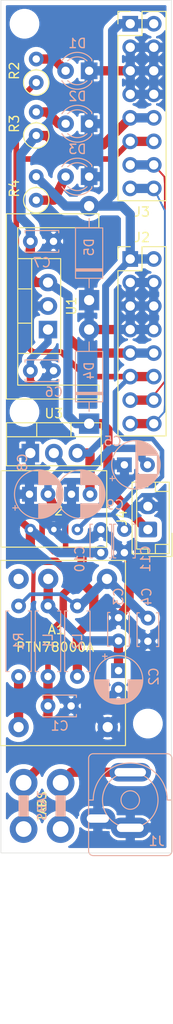
<source format=kicad_pcb>
(kicad_pcb (version 20171130) (host pcbnew "(5.1.5)-3")

  (general
    (thickness 1.6)
    (drawings 8)
    (tracks 193)
    (zones 0)
    (modules 34)
    (nets 17)
  )

  (page User 135.001 200)
  (layers
    (0 F.Cu signal)
    (31 B.Cu signal)
    (32 B.Adhes user)
    (33 F.Adhes user)
    (34 B.Paste user)
    (35 F.Paste user)
    (36 B.SilkS user hide)
    (37 F.SilkS user hide)
    (38 B.Mask user)
    (39 F.Mask user)
    (40 Dwgs.User user)
    (41 Cmts.User user)
    (42 Eco1.User user)
    (43 Eco2.User user)
    (44 Edge.Cuts user)
    (45 Margin user)
    (46 B.CrtYd user hide)
    (47 F.CrtYd user hide)
    (48 B.Fab user hide)
    (49 F.Fab user hide)
  )

  (setup
    (last_trace_width 0.2)
    (trace_clearance 0.25)
    (zone_clearance 0.508)
    (zone_45_only yes)
    (trace_min 0.2)
    (via_size 0.5)
    (via_drill 0.3)
    (via_min_size 0.5)
    (via_min_drill 0.3)
    (uvia_size 0.3)
    (uvia_drill 0.1)
    (uvias_allowed no)
    (uvia_min_size 0.2)
    (uvia_min_drill 0.1)
    (edge_width 0.05)
    (segment_width 0.2)
    (pcb_text_width 0.3)
    (pcb_text_size 1.5 1.5)
    (mod_edge_width 0.12)
    (mod_text_size 1 1)
    (mod_text_width 0.15)
    (pad_size 1.524 1.524)
    (pad_drill 0.762)
    (pad_to_mask_clearance 0.051)
    (solder_mask_min_width 0.25)
    (aux_axis_origin 0 0)
    (visible_elements FFFFFF7F)
    (pcbplotparams
      (layerselection 0x010fc_ffffffff)
      (usegerberextensions false)
      (usegerberattributes false)
      (usegerberadvancedattributes false)
      (creategerberjobfile false)
      (excludeedgelayer true)
      (linewidth 0.100000)
      (plotframeref false)
      (viasonmask false)
      (mode 1)
      (useauxorigin false)
      (hpglpennumber 1)
      (hpglpenspeed 20)
      (hpglpendiameter 15.000000)
      (psnegative false)
      (psa4output false)
      (plotreference true)
      (plotvalue true)
      (plotinvisibletext false)
      (padsonsilk false)
      (subtractmaskfromsilk false)
      (outputformat 1)
      (mirror false)
      (drillshape 1)
      (scaleselection 1)
      (outputdirectory ""))
  )

  (net 0 "")
  (net 1 "Net-(A1-Pad4)")
  (net 2 "Net-(A1-Pad3)")
  (net 3 "Net-(A1-Pad2)")
  (net 4 "Net-(A1-Pad1)")
  (net 5 GND)
  (net 6 +15V)
  (net 7 -15V)
  (net 8 +5V)
  (net 9 +12V)
  (net 10 -12V)
  (net 11 "Net-(J1-Pad1)")
  (net 12 "Net-(D1-Pad2)")
  (net 13 "Net-(D2-Pad2)")
  (net 14 "Net-(D3-Pad2)")
  (net 15 /CV)
  (net 16 /GATE)

  (net_class Default "This is the default net class."
    (clearance 0.25)
    (trace_width 0.2)
    (via_dia 0.5)
    (via_drill 0.3)
    (uvia_dia 0.3)
    (uvia_drill 0.1)
    (diff_pair_width 0.25)
    (diff_pair_gap 0.25)
    (add_net /CV)
    (add_net /GATE)
    (add_net "Net-(A1-Pad1)")
    (add_net "Net-(A1-Pad2)")
    (add_net "Net-(A1-Pad3)")
    (add_net "Net-(A1-Pad4)")
    (add_net "Net-(D1-Pad2)")
    (add_net "Net-(D2-Pad2)")
    (add_net "Net-(D3-Pad2)")
    (add_net "Net-(J1-Pad1)")
  )

  (net_class Power ""
    (clearance 0.25)
    (trace_width 0.3)
    (via_dia 0.6)
    (via_drill 0.35)
    (uvia_dia 0.3)
    (uvia_drill 0.1)
    (diff_pair_width 0.25)
    (diff_pair_gap 0.25)
    (add_net +12V)
    (add_net +15V)
    (add_net +5V)
    (add_net -12V)
    (add_net -15V)
    (add_net GND)
  )

  (module byte_sized_beats:LED_D3.0mm_Raised (layer B.Cu) (tedit 5E65E8DA) (tstamp 5E65CB38)
    (at 67.31 47.625 180)
    (descr "LED, diameter 3.0mm, 2 pins")
    (tags "LED diameter 3.0mm 2 pins")
    (path /5E7ACF76)
    (fp_text reference D3 (at 1.27 2.96) (layer B.SilkS)
      (effects (font (size 1 1) (thickness 0.15)) (justify mirror))
    )
    (fp_text value LED (at 1.27 -2.96) (layer B.Fab)
      (effects (font (size 1 1) (thickness 0.15)) (justify mirror))
    )
    (fp_line (start 3.7 2.25) (end -1.15 2.25) (layer B.CrtYd) (width 0.05))
    (fp_line (start 3.7 -2.25) (end 3.7 2.25) (layer B.CrtYd) (width 0.05))
    (fp_line (start -1.15 -2.25) (end 3.7 -2.25) (layer B.CrtYd) (width 0.05))
    (fp_line (start -1.15 2.25) (end -1.15 -2.25) (layer B.CrtYd) (width 0.05))
    (fp_line (start -0.29 -1.08) (end -0.29 -1.236) (layer B.SilkS) (width 0.12))
    (fp_line (start -0.29 1.236) (end -0.29 1.08) (layer B.SilkS) (width 0.12))
    (fp_line (start -0.23 1.16619) (end -0.23 -1.16619) (layer B.Fab) (width 0.1))
    (fp_circle (center 1.27 0) (end 2.77 0) (layer B.Fab) (width 0.1))
    (fp_arc (start 1.27 0) (end 0.229039 -1.08) (angle 87.9) (layer B.SilkS) (width 0.12))
    (fp_arc (start 1.27 0) (end 0.229039 1.08) (angle -87.9) (layer B.SilkS) (width 0.12))
    (fp_arc (start 1.27 0) (end -0.29 -1.235516) (angle 108.8) (layer B.SilkS) (width 0.12))
    (fp_arc (start 1.27 0) (end -0.29 1.235516) (angle -108.8) (layer B.SilkS) (width 0.12))
    (fp_arc (start 1.27 0) (end -0.23 1.16619) (angle -284.3) (layer B.Fab) (width 0.1))
    (pad 2 thru_hole circle (at 2.54 0 180) (size 1.8 1.8) (drill 0.9) (layers *.Cu *.Mask)
      (net 14 "Net-(D3-Pad2)"))
    (pad 1 thru_hole rect (at 0 0 180) (size 1.8 1.8) (drill 0.9) (layers *.Cu *.Mask)
      (net 5 GND))
    (model G:/modular/parts/LED_3.0mm_Raised/Fusion.wrl
      (at (xyz 0 0 0))
      (scale (xyz 1 1 1))
      (rotate (xyz 0 0 0))
    )
  )

  (module Capacitor_THT:C_Disc_D3.4mm_W2.1mm_P2.50mm (layer B.Cu) (tedit 5AE50EF0) (tstamp 5E67EBA7)
    (at 60.96 68.58)
    (descr "C, Disc series, Radial, pin pitch=2.50mm, , diameter*width=3.4*2.1mm^2, Capacitor, http://www.vishay.com/docs/45233/krseries.pdf")
    (tags "C Disc series Radial pin pitch 2.50mm  diameter 3.4mm width 2.1mm Capacitor")
    (path /5EA643D2)
    (fp_text reference C6 (at 2.54 2.3) (layer B.SilkS)
      (effects (font (size 1 1) (thickness 0.15)) (justify mirror))
    )
    (fp_text value 0.33uF (at 1.25 -2.3) (layer B.Fab)
      (effects (font (size 1 1) (thickness 0.15)) (justify mirror))
    )
    (fp_text user %R (at 1.25 0) (layer B.Fab)
      (effects (font (size 0.68 0.68) (thickness 0.102)) (justify mirror))
    )
    (fp_line (start 3.55 1.3) (end -1.05 1.3) (layer B.CrtYd) (width 0.05))
    (fp_line (start 3.55 -1.3) (end 3.55 1.3) (layer B.CrtYd) (width 0.05))
    (fp_line (start -1.05 -1.3) (end 3.55 -1.3) (layer B.CrtYd) (width 0.05))
    (fp_line (start -1.05 1.3) (end -1.05 -1.3) (layer B.CrtYd) (width 0.05))
    (fp_line (start 3.07 -0.925) (end 3.07 -1.17) (layer B.SilkS) (width 0.12))
    (fp_line (start 3.07 1.17) (end 3.07 0.925) (layer B.SilkS) (width 0.12))
    (fp_line (start -0.57 -0.925) (end -0.57 -1.17) (layer B.SilkS) (width 0.12))
    (fp_line (start -0.57 1.17) (end -0.57 0.925) (layer B.SilkS) (width 0.12))
    (fp_line (start -0.57 -1.17) (end 3.07 -1.17) (layer B.SilkS) (width 0.12))
    (fp_line (start -0.57 1.17) (end 3.07 1.17) (layer B.SilkS) (width 0.12))
    (fp_line (start 2.95 1.05) (end -0.45 1.05) (layer B.Fab) (width 0.1))
    (fp_line (start 2.95 -1.05) (end 2.95 1.05) (layer B.Fab) (width 0.1))
    (fp_line (start -0.45 -1.05) (end 2.95 -1.05) (layer B.Fab) (width 0.1))
    (fp_line (start -0.45 1.05) (end -0.45 -1.05) (layer B.Fab) (width 0.1))
    (pad 2 thru_hole circle (at 2.5 0) (size 1.6 1.6) (drill 0.8) (layers *.Cu *.Mask)
      (net 5 GND))
    (pad 1 thru_hole circle (at 0 0) (size 1.6 1.6) (drill 0.8) (layers *.Cu *.Mask)
      (net 6 +15V))
    (model ${KISYS3DMOD}/Capacitor_THT.3dshapes/C_Disc_D3.4mm_W2.1mm_P2.50mm.wrl
      (at (xyz 0 0 0))
      (scale (xyz 1 1 1))
      (rotate (xyz 0 0 0))
    )
  )

  (module Connector_PinHeader_2.54mm:PinHeader_2x08_P2.54mm_Vertical (layer F.Cu) (tedit 59FED5CC) (tstamp 5E6559CE)
    (at 71.755 31.115)
    (descr "Through hole straight pin header, 2x08, 2.54mm pitch, double rows")
    (tags "Through hole pin header THT 2x08 2.54mm double row")
    (path /5E6BC945)
    (fp_text reference J3 (at 1.27 20.32) (layer F.SilkS)
      (effects (font (size 1 1) (thickness 0.15)))
    )
    (fp_text value EURORACK_16P (at 1.27 20.11) (layer F.Fab)
      (effects (font (size 1 1) (thickness 0.15)))
    )
    (fp_line (start 0 -1.27) (end 3.81 -1.27) (layer F.Fab) (width 0.1))
    (fp_line (start 3.81 -1.27) (end 3.81 19.05) (layer F.Fab) (width 0.1))
    (fp_line (start 3.81 19.05) (end -1.27 19.05) (layer F.Fab) (width 0.1))
    (fp_line (start -1.27 19.05) (end -1.27 0) (layer F.Fab) (width 0.1))
    (fp_line (start -1.27 0) (end 0 -1.27) (layer F.Fab) (width 0.1))
    (fp_line (start -1.33 19.11) (end 3.87 19.11) (layer F.SilkS) (width 0.12))
    (fp_line (start -1.33 1.27) (end -1.33 19.11) (layer F.SilkS) (width 0.12))
    (fp_line (start 3.87 -1.33) (end 3.87 19.11) (layer F.SilkS) (width 0.12))
    (fp_line (start -1.33 1.27) (end 1.27 1.27) (layer F.SilkS) (width 0.12))
    (fp_line (start 1.27 1.27) (end 1.27 -1.33) (layer F.SilkS) (width 0.12))
    (fp_line (start 1.27 -1.33) (end 3.87 -1.33) (layer F.SilkS) (width 0.12))
    (fp_line (start -1.33 0) (end -1.33 -1.33) (layer F.SilkS) (width 0.12))
    (fp_line (start -1.33 -1.33) (end 0 -1.33) (layer F.SilkS) (width 0.12))
    (fp_line (start -1.8 -1.8) (end -1.8 19.55) (layer F.CrtYd) (width 0.05))
    (fp_line (start -1.8 19.55) (end 4.35 19.55) (layer F.CrtYd) (width 0.05))
    (fp_line (start 4.35 19.55) (end 4.35 -1.8) (layer F.CrtYd) (width 0.05))
    (fp_line (start 4.35 -1.8) (end -1.8 -1.8) (layer F.CrtYd) (width 0.05))
    (fp_text user %R (at 1.27 8.89 90) (layer F.Fab)
      (effects (font (size 1 1) (thickness 0.15)))
    )
    (pad 1 thru_hole rect (at 0 0) (size 1.7 1.7) (drill 1) (layers *.Cu *.Mask)
      (net 10 -12V))
    (pad 2 thru_hole oval (at 2.54 0) (size 1.7 1.7) (drill 1) (layers *.Cu *.Mask)
      (net 10 -12V))
    (pad 3 thru_hole oval (at 0 2.54) (size 1.7 1.7) (drill 1) (layers *.Cu *.Mask)
      (net 5 GND))
    (pad 4 thru_hole oval (at 2.54 2.54) (size 1.7 1.7) (drill 1) (layers *.Cu *.Mask)
      (net 5 GND))
    (pad 5 thru_hole oval (at 0 5.08) (size 1.7 1.7) (drill 1) (layers *.Cu *.Mask)
      (net 5 GND))
    (pad 6 thru_hole oval (at 2.54 5.08) (size 1.7 1.7) (drill 1) (layers *.Cu *.Mask)
      (net 5 GND))
    (pad 7 thru_hole oval (at 0 7.62) (size 1.7 1.7) (drill 1) (layers *.Cu *.Mask)
      (net 5 GND))
    (pad 8 thru_hole oval (at 2.54 7.62) (size 1.7 1.7) (drill 1) (layers *.Cu *.Mask)
      (net 5 GND))
    (pad 9 thru_hole oval (at 0 10.16) (size 1.7 1.7) (drill 1) (layers *.Cu *.Mask)
      (net 9 +12V))
    (pad 10 thru_hole oval (at 2.54 10.16) (size 1.7 1.7) (drill 1) (layers *.Cu *.Mask)
      (net 9 +12V))
    (pad 11 thru_hole oval (at 0 12.7) (size 1.7 1.7) (drill 1) (layers *.Cu *.Mask)
      (net 8 +5V))
    (pad 12 thru_hole oval (at 2.54 12.7) (size 1.7 1.7) (drill 1) (layers *.Cu *.Mask)
      (net 8 +5V))
    (pad 13 thru_hole oval (at 0 15.24) (size 1.7 1.7) (drill 1) (layers *.Cu *.Mask)
      (net 15 /CV))
    (pad 14 thru_hole oval (at 2.54 15.24) (size 1.7 1.7) (drill 1) (layers *.Cu *.Mask)
      (net 15 /CV))
    (pad 15 thru_hole oval (at 0 17.78) (size 1.7 1.7) (drill 1) (layers *.Cu *.Mask)
      (net 16 /GATE))
    (pad 16 thru_hole oval (at 2.54 17.78) (size 1.7 1.7) (drill 1) (layers *.Cu *.Mask)
      (net 16 /GATE))
    (model ${KISYS3DMOD}/Connector_PinHeader_2.54mm.3dshapes/PinHeader_2x08_P2.54mm_Vertical.wrl
      (at (xyz 0 0 0))
      (scale (xyz 1 1 1))
      (rotate (xyz 0 0 0))
    )
  )

  (module Connector_PinHeader_2.54mm:PinHeader_2x08_P2.54mm_Vertical (layer F.Cu) (tedit 59FED5CC) (tstamp 5E6569D2)
    (at 71.755 56.515)
    (descr "Through hole straight pin header, 2x08, 2.54mm pitch, double rows")
    (tags "Through hole pin header THT 2x08 2.54mm double row")
    (path /5E6E1AA1)
    (fp_text reference J2 (at 1.27 -2.33) (layer F.SilkS)
      (effects (font (size 1 1) (thickness 0.15)))
    )
    (fp_text value EURORACK_16P (at 1.27 20.11) (layer F.Fab)
      (effects (font (size 1 1) (thickness 0.15)))
    )
    (fp_line (start 0 -1.27) (end 3.81 -1.27) (layer F.Fab) (width 0.1))
    (fp_line (start 3.81 -1.27) (end 3.81 19.05) (layer F.Fab) (width 0.1))
    (fp_line (start 3.81 19.05) (end -1.27 19.05) (layer F.Fab) (width 0.1))
    (fp_line (start -1.27 19.05) (end -1.27 0) (layer F.Fab) (width 0.1))
    (fp_line (start -1.27 0) (end 0 -1.27) (layer F.Fab) (width 0.1))
    (fp_line (start -1.33 19.11) (end 3.87 19.11) (layer F.SilkS) (width 0.12))
    (fp_line (start -1.33 1.27) (end -1.33 19.11) (layer F.SilkS) (width 0.12))
    (fp_line (start 3.87 -1.33) (end 3.87 19.11) (layer F.SilkS) (width 0.12))
    (fp_line (start -1.33 1.27) (end 1.27 1.27) (layer F.SilkS) (width 0.12))
    (fp_line (start 1.27 1.27) (end 1.27 -1.33) (layer F.SilkS) (width 0.12))
    (fp_line (start 1.27 -1.33) (end 3.87 -1.33) (layer F.SilkS) (width 0.12))
    (fp_line (start -1.33 0) (end -1.33 -1.33) (layer F.SilkS) (width 0.12))
    (fp_line (start -1.33 -1.33) (end 0 -1.33) (layer F.SilkS) (width 0.12))
    (fp_line (start -1.8 -1.8) (end -1.8 19.55) (layer F.CrtYd) (width 0.05))
    (fp_line (start -1.8 19.55) (end 4.35 19.55) (layer F.CrtYd) (width 0.05))
    (fp_line (start 4.35 19.55) (end 4.35 -1.8) (layer F.CrtYd) (width 0.05))
    (fp_line (start 4.35 -1.8) (end -1.8 -1.8) (layer F.CrtYd) (width 0.05))
    (fp_text user %R (at 1.27 8.89 90) (layer F.Fab)
      (effects (font (size 1 1) (thickness 0.15)))
    )
    (pad 1 thru_hole rect (at 0 0) (size 1.7 1.7) (drill 1) (layers *.Cu *.Mask)
      (net 10 -12V))
    (pad 2 thru_hole oval (at 2.54 0) (size 1.7 1.7) (drill 1) (layers *.Cu *.Mask)
      (net 10 -12V))
    (pad 3 thru_hole oval (at 0 2.54) (size 1.7 1.7) (drill 1) (layers *.Cu *.Mask)
      (net 5 GND))
    (pad 4 thru_hole oval (at 2.54 2.54) (size 1.7 1.7) (drill 1) (layers *.Cu *.Mask)
      (net 5 GND))
    (pad 5 thru_hole oval (at 0 5.08) (size 1.7 1.7) (drill 1) (layers *.Cu *.Mask)
      (net 5 GND))
    (pad 6 thru_hole oval (at 2.54 5.08) (size 1.7 1.7) (drill 1) (layers *.Cu *.Mask)
      (net 5 GND))
    (pad 7 thru_hole oval (at 0 7.62) (size 1.7 1.7) (drill 1) (layers *.Cu *.Mask)
      (net 5 GND))
    (pad 8 thru_hole oval (at 2.54 7.62) (size 1.7 1.7) (drill 1) (layers *.Cu *.Mask)
      (net 5 GND))
    (pad 9 thru_hole oval (at 0 10.16) (size 1.7 1.7) (drill 1) (layers *.Cu *.Mask)
      (net 9 +12V))
    (pad 10 thru_hole oval (at 2.54 10.16) (size 1.7 1.7) (drill 1) (layers *.Cu *.Mask)
      (net 9 +12V))
    (pad 11 thru_hole oval (at 0 12.7) (size 1.7 1.7) (drill 1) (layers *.Cu *.Mask)
      (net 8 +5V))
    (pad 12 thru_hole oval (at 2.54 12.7) (size 1.7 1.7) (drill 1) (layers *.Cu *.Mask)
      (net 8 +5V))
    (pad 13 thru_hole oval (at 0 15.24) (size 1.7 1.7) (drill 1) (layers *.Cu *.Mask)
      (net 15 /CV))
    (pad 14 thru_hole oval (at 2.54 15.24) (size 1.7 1.7) (drill 1) (layers *.Cu *.Mask)
      (net 15 /CV))
    (pad 15 thru_hole oval (at 0 17.78) (size 1.7 1.7) (drill 1) (layers *.Cu *.Mask)
      (net 16 /GATE))
    (pad 16 thru_hole oval (at 2.54 17.78) (size 1.7 1.7) (drill 1) (layers *.Cu *.Mask)
      (net 16 /GATE))
    (model ${KISYS3DMOD}/Connector_PinHeader_2.54mm.3dshapes/PinHeader_2x08_P2.54mm_Vertical.wrl
      (at (xyz 0 0 0))
      (scale (xyz 1 1 1))
      (rotate (xyz 0 0 0))
    )
  )

  (module byte_sized_beats:MountingHole_M2 (layer F.Cu) (tedit 5E66D60A) (tstamp 5E68F310)
    (at 73.66 106.68)
    (descr "Mounting Hole 2.2mm, no annular, M2")
    (tags "mounting hole 2.2mm no annular m2")
    (path /5F2AFA61)
    (attr virtual)
    (fp_text reference H3 (at 0 -3.2) (layer F.SilkS) hide
      (effects (font (size 1 1) (thickness 0.15)))
    )
    (fp_text value " " (at 0 3.2) (layer F.Fab)
      (effects (font (size 1 1) (thickness 0.15)))
    )
    (fp_circle (center 0 0) (end 2.45 0) (layer F.CrtYd) (width 0.05))
    (fp_circle (center 0 0) (end 2.2 0) (layer Cmts.User) (width 0.15))
    (fp_text user %R (at 0.3 0) (layer F.Fab)
      (effects (font (size 1 1) (thickness 0.15)))
    )
    (pad 1 np_thru_hole circle (at 0 0) (size 2.2 2.2) (drill 2.2) (layers *.Cu *.Mask))
    (model G:/modular/parts/MountingHole_M2/Body1002.wrl
      (at (xyz 0 0 0))
      (scale (xyz 1 1 1))
      (rotate (xyz 0 0 0))
    )
  )

  (module byte_sized_beats:MountingHole_M2 (layer F.Cu) (tedit 5E66D60A) (tstamp 5E68F308)
    (at 60.325 73.025)
    (descr "Mounting Hole 2.2mm, no annular, M2")
    (tags "mounting hole 2.2mm no annular m2")
    (path /5F2AF565)
    (attr virtual)
    (fp_text reference H2 (at 0 -3.2) (layer F.SilkS) hide
      (effects (font (size 1 1) (thickness 0.15)))
    )
    (fp_text value " " (at 0 3.2) (layer F.Fab)
      (effects (font (size 1 1) (thickness 0.15)))
    )
    (fp_circle (center 0 0) (end 2.45 0) (layer F.CrtYd) (width 0.05))
    (fp_circle (center 0 0) (end 2.2 0) (layer Cmts.User) (width 0.15))
    (fp_text user %R (at 0.3 0) (layer F.Fab)
      (effects (font (size 1 1) (thickness 0.15)))
    )
    (pad 1 np_thru_hole circle (at 0 0) (size 2.2 2.2) (drill 2.2) (layers *.Cu *.Mask))
    (model G:/modular/parts/MountingHole_M2/Body1002.wrl
      (at (xyz 0 0 0))
      (scale (xyz 1 1 1))
      (rotate (xyz 0 0 0))
    )
  )

  (module byte_sized_beats:MountingHole_M2 (layer F.Cu) (tedit 5E66D60A) (tstamp 5E68F300)
    (at 60.325 31.115)
    (descr "Mounting Hole 2.2mm, no annular, M2")
    (tags "mounting hole 2.2mm no annular m2")
    (path /5F2AE9BB)
    (attr virtual)
    (fp_text reference H1 (at 0 -3.2) (layer F.SilkS) hide
      (effects (font (size 1 1) (thickness 0.15)))
    )
    (fp_text value " " (at 0 3.2) (layer F.Fab)
      (effects (font (size 1 1) (thickness 0.15)))
    )
    (fp_circle (center 0 0) (end 2.45 0) (layer F.CrtYd) (width 0.05))
    (fp_circle (center 0 0) (end 2.2 0) (layer Cmts.User) (width 0.15))
    (fp_text user %R (at 0.3 0) (layer F.Fab)
      (effects (font (size 1 1) (thickness 0.15)))
    )
    (pad 1 np_thru_hole circle (at 0 0) (size 2.2 2.2) (drill 2.2) (layers *.Cu *.Mask))
    (model G:/modular/parts/MountingHole_M2/Body1002.wrl
      (at (xyz 0 0 0))
      (scale (xyz 1 1 1))
      (rotate (xyz 0 0 0))
    )
  )

  (module byte_sized_beats:DUAL_TAB_4.8MM (layer F.Cu) (tedit 5E66CDEC) (tstamp 5E65C541)
    (at 62.23 115.57 90)
    (path /5E78BE81)
    (fp_text reference SW1 (at 0 0 90) (layer F.SilkS) hide
      (effects (font (size 1 1) (thickness 0.15)))
    )
    (fp_text value SW_SPST (at 0 -6 90) (layer F.Fab)
      (effects (font (size 1 1) (thickness 0.15)))
    )
    (fp_text user TABS (at 0 0 90) (layer B.SilkS)
      (effects (font (size 0.9 0.9) (thickness 0.15)) (justify mirror))
    )
    (fp_text user TABS (at 0 0 90) (layer F.SilkS)
      (effects (font (size 0.9 0.9) (thickness 0.15)))
    )
    (fp_poly (pts (xy 1.1 2.5) (xy -1.1 2.5) (xy -1.1 1.5) (xy 1.1 1.5)) (layer B.SilkS) (width 0.1))
    (fp_poly (pts (xy 1.1 -1.5) (xy -1.1 -1.5) (xy -1.1 -2.5) (xy 1.1 -2.5)) (layer B.SilkS) (width 0.1))
    (fp_poly (pts (xy 1.1 -1.5) (xy -1.1 -1.5) (xy -1.1 -2.5) (xy 1.1 -2.5)) (layer F.SilkS) (width 0.1))
    (fp_poly (pts (xy 1.1 2.5) (xy -1.1 2.5) (xy -1.1 1.5) (xy 1.1 1.5)) (layer F.SilkS) (width 0.1))
    (pad 2 thru_hole circle (at -2.5 -2 90) (size 3 3) (drill 1.7) (layers *.Cu *.Mask)
      (net 6 +15V))
    (pad 2 thru_hole circle (at 2.5 -2 90) (size 3 3) (drill 1.7) (layers *.Cu *.Mask)
      (net 6 +15V))
    (pad 1 thru_hole circle (at -2.5 2 90) (size 3 3) (drill 1.7) (layers *.Cu *.Mask)
      (net 11 "Net-(J1-Pad1)"))
    (pad 1 thru_hole circle (at 2.5 2 90) (size 3 3) (drill 1.7) (layers *.Cu *.Mask)
      (net 11 "Net-(J1-Pad1)"))
    (model G:/modular/parts/DUAL_TAB_4.8MM/Fusion.wrl
      (at (xyz 0 0 0))
      (scale (xyz 1 1 1))
      (rotate (xyz 0 0 0))
    )
  )

  (module Capacitor_THT:C_Disc_D3.4mm_W2.1mm_P2.50mm (layer B.Cu) (tedit 5AE50EF0) (tstamp 5E681B19)
    (at 71.12 85.725 270)
    (descr "C, Disc series, Radial, pin pitch=2.50mm, , diameter*width=3.4*2.1mm^2, Capacitor, http://www.vishay.com/docs/45233/krseries.pdf")
    (tags "C Disc series Radial pin pitch 2.50mm  diameter 3.4mm width 2.1mm Capacitor")
    (path /5EBFB355)
    (fp_text reference C11 (at 3.175 -2.286 90) (layer B.SilkS)
      (effects (font (size 1 1) (thickness 0.15)) (justify mirror))
    )
    (fp_text value 10uF (at 1.25 -2.3 90) (layer B.Fab)
      (effects (font (size 1 1) (thickness 0.15)) (justify mirror))
    )
    (fp_text user %R (at 1.25 0 90) (layer B.Fab)
      (effects (font (size 0.68 0.68) (thickness 0.102)) (justify mirror))
    )
    (fp_line (start 3.55 1.3) (end -1.05 1.3) (layer B.CrtYd) (width 0.05))
    (fp_line (start 3.55 -1.3) (end 3.55 1.3) (layer B.CrtYd) (width 0.05))
    (fp_line (start -1.05 -1.3) (end 3.55 -1.3) (layer B.CrtYd) (width 0.05))
    (fp_line (start -1.05 1.3) (end -1.05 -1.3) (layer B.CrtYd) (width 0.05))
    (fp_line (start 3.07 -0.925) (end 3.07 -1.17) (layer B.SilkS) (width 0.12))
    (fp_line (start 3.07 1.17) (end 3.07 0.925) (layer B.SilkS) (width 0.12))
    (fp_line (start -0.57 -0.925) (end -0.57 -1.17) (layer B.SilkS) (width 0.12))
    (fp_line (start -0.57 1.17) (end -0.57 0.925) (layer B.SilkS) (width 0.12))
    (fp_line (start -0.57 -1.17) (end 3.07 -1.17) (layer B.SilkS) (width 0.12))
    (fp_line (start -0.57 1.17) (end 3.07 1.17) (layer B.SilkS) (width 0.12))
    (fp_line (start 2.95 1.05) (end -0.45 1.05) (layer B.Fab) (width 0.1))
    (fp_line (start 2.95 -1.05) (end 2.95 1.05) (layer B.Fab) (width 0.1))
    (fp_line (start -0.45 -1.05) (end 2.95 -1.05) (layer B.Fab) (width 0.1))
    (fp_line (start -0.45 1.05) (end -0.45 -1.05) (layer B.Fab) (width 0.1))
    (pad 2 thru_hole circle (at 2.5 0 270) (size 1.6 1.6) (drill 0.8) (layers *.Cu *.Mask)
      (net 5 GND))
    (pad 1 thru_hole circle (at 0 0 270) (size 1.6 1.6) (drill 0.8) (layers *.Cu *.Mask)
      (net 8 +5V))
    (model ${KISYS3DMOD}/Capacitor_THT.3dshapes/C_Disc_D3.4mm_W2.1mm_P2.50mm.wrl
      (at (xyz 0 0 0))
      (scale (xyz 1 1 1))
      (rotate (xyz 0 0 0))
    )
  )

  (module Diode_THT:D_DO-41_SOD81_P10.16mm_Horizontal (layer B.Cu) (tedit 5AE50CD5) (tstamp 5E67ED6C)
    (at 67.31 60.96 90)
    (descr "Diode, DO-41_SOD81 series, Axial, Horizontal, pin pitch=10.16mm, , length*diameter=5.2*2.7mm^2, , http://www.diodes.com/_files/packages/DO-41%20(Plastic).pdf")
    (tags "Diode DO-41_SOD81 series Axial Horizontal pin pitch 10.16mm  length 5.2mm diameter 2.7mm")
    (path /5EB18884)
    (fp_text reference D5 (at 5.715 0 90) (layer B.SilkS)
      (effects (font (size 1 1) (thickness 0.15)) (justify mirror))
    )
    (fp_text value 1N4001 (at 5.08 -2.47 90) (layer B.Fab)
      (effects (font (size 1 1) (thickness 0.15)) (justify mirror))
    )
    (fp_text user %R (at 5.47 0 90) (layer B.Fab)
      (effects (font (size 1 1) (thickness 0.15)) (justify mirror))
    )
    (fp_line (start 11.51 1.6) (end -1.35 1.6) (layer B.CrtYd) (width 0.05))
    (fp_line (start 11.51 -1.6) (end 11.51 1.6) (layer B.CrtYd) (width 0.05))
    (fp_line (start -1.35 -1.6) (end 11.51 -1.6) (layer B.CrtYd) (width 0.05))
    (fp_line (start -1.35 1.6) (end -1.35 -1.6) (layer B.CrtYd) (width 0.05))
    (fp_line (start 3.14 1.47) (end 3.14 -1.47) (layer B.SilkS) (width 0.12))
    (fp_line (start 3.38 1.47) (end 3.38 -1.47) (layer B.SilkS) (width 0.12))
    (fp_line (start 3.26 1.47) (end 3.26 -1.47) (layer B.SilkS) (width 0.12))
    (fp_line (start 8.82 0) (end 7.8 0) (layer B.SilkS) (width 0.12))
    (fp_line (start 1.34 0) (end 2.36 0) (layer B.SilkS) (width 0.12))
    (fp_line (start 7.8 1.47) (end 2.36 1.47) (layer B.SilkS) (width 0.12))
    (fp_line (start 7.8 -1.47) (end 7.8 1.47) (layer B.SilkS) (width 0.12))
    (fp_line (start 2.36 -1.47) (end 7.8 -1.47) (layer B.SilkS) (width 0.12))
    (fp_line (start 2.36 1.47) (end 2.36 -1.47) (layer B.SilkS) (width 0.12))
    (fp_line (start 3.16 1.35) (end 3.16 -1.35) (layer B.Fab) (width 0.1))
    (fp_line (start 3.36 1.35) (end 3.36 -1.35) (layer B.Fab) (width 0.1))
    (fp_line (start 3.26 1.35) (end 3.26 -1.35) (layer B.Fab) (width 0.1))
    (fp_line (start 10.16 0) (end 7.68 0) (layer B.Fab) (width 0.1))
    (fp_line (start 0 0) (end 2.48 0) (layer B.Fab) (width 0.1))
    (fp_line (start 7.68 1.35) (end 2.48 1.35) (layer B.Fab) (width 0.1))
    (fp_line (start 7.68 -1.35) (end 7.68 1.35) (layer B.Fab) (width 0.1))
    (fp_line (start 2.48 -1.35) (end 7.68 -1.35) (layer B.Fab) (width 0.1))
    (fp_line (start 2.48 1.35) (end 2.48 -1.35) (layer B.Fab) (width 0.1))
    (pad 2 thru_hole oval (at 10.16 0 90) (size 2.2 2.2) (drill 1.1) (layers *.Cu *.Mask)
      (net 10 -12V))
    (pad 1 thru_hole rect (at 0 0 90) (size 2.2 2.2) (drill 1.1) (layers *.Cu *.Mask)
      (net 5 GND))
    (model ${KISYS3DMOD}/Diode_THT.3dshapes/D_DO-41_SOD81_P10.16mm_Horizontal.wrl
      (at (xyz 0 0 0))
      (scale (xyz 1 1 1))
      (rotate (xyz 0 0 0))
    )
  )

  (module Diode_THT:D_DO-41_SOD81_P10.16mm_Horizontal (layer B.Cu) (tedit 5AE50CD5) (tstamp 5E67ED4D)
    (at 67.31 74.295 90)
    (descr "Diode, DO-41_SOD81 series, Axial, Horizontal, pin pitch=10.16mm, , length*diameter=5.2*2.7mm^2, , http://www.diodes.com/_files/packages/DO-41%20(Plastic).pdf")
    (tags "Diode DO-41_SOD81 series Axial Horizontal pin pitch 10.16mm  length 5.2mm diameter 2.7mm")
    (path /5EB259E5)
    (fp_text reference D4 (at 5.715 0 270) (layer B.SilkS)
      (effects (font (size 1 1) (thickness 0.15)) (justify mirror))
    )
    (fp_text value 1N4001 (at 5.08 -2.47 270) (layer B.Fab)
      (effects (font (size 1 1) (thickness 0.15)) (justify mirror))
    )
    (fp_text user %R (at 5.47 0 270) (layer B.Fab)
      (effects (font (size 1 1) (thickness 0.15)) (justify mirror))
    )
    (fp_line (start 11.51 1.6) (end -1.35 1.6) (layer B.CrtYd) (width 0.05))
    (fp_line (start 11.51 -1.6) (end 11.51 1.6) (layer B.CrtYd) (width 0.05))
    (fp_line (start -1.35 -1.6) (end 11.51 -1.6) (layer B.CrtYd) (width 0.05))
    (fp_line (start -1.35 1.6) (end -1.35 -1.6) (layer B.CrtYd) (width 0.05))
    (fp_line (start 3.14 1.47) (end 3.14 -1.47) (layer B.SilkS) (width 0.12))
    (fp_line (start 3.38 1.47) (end 3.38 -1.47) (layer B.SilkS) (width 0.12))
    (fp_line (start 3.26 1.47) (end 3.26 -1.47) (layer B.SilkS) (width 0.12))
    (fp_line (start 8.82 0) (end 7.8 0) (layer B.SilkS) (width 0.12))
    (fp_line (start 1.34 0) (end 2.36 0) (layer B.SilkS) (width 0.12))
    (fp_line (start 7.8 1.47) (end 2.36 1.47) (layer B.SilkS) (width 0.12))
    (fp_line (start 7.8 -1.47) (end 7.8 1.47) (layer B.SilkS) (width 0.12))
    (fp_line (start 2.36 -1.47) (end 7.8 -1.47) (layer B.SilkS) (width 0.12))
    (fp_line (start 2.36 1.47) (end 2.36 -1.47) (layer B.SilkS) (width 0.12))
    (fp_line (start 3.16 1.35) (end 3.16 -1.35) (layer B.Fab) (width 0.1))
    (fp_line (start 3.36 1.35) (end 3.36 -1.35) (layer B.Fab) (width 0.1))
    (fp_line (start 3.26 1.35) (end 3.26 -1.35) (layer B.Fab) (width 0.1))
    (fp_line (start 10.16 0) (end 7.68 0) (layer B.Fab) (width 0.1))
    (fp_line (start 0 0) (end 2.48 0) (layer B.Fab) (width 0.1))
    (fp_line (start 7.68 1.35) (end 2.48 1.35) (layer B.Fab) (width 0.1))
    (fp_line (start 7.68 -1.35) (end 7.68 1.35) (layer B.Fab) (width 0.1))
    (fp_line (start 2.48 -1.35) (end 7.68 -1.35) (layer B.Fab) (width 0.1))
    (fp_line (start 2.48 1.35) (end 2.48 -1.35) (layer B.Fab) (width 0.1))
    (pad 2 thru_hole oval (at 10.16 0 90) (size 2.2 2.2) (drill 1.1) (layers *.Cu *.Mask)
      (net 5 GND))
    (pad 1 thru_hole rect (at 0 0 90) (size 2.2 2.2) (drill 1.1) (layers *.Cu *.Mask)
      (net 9 +12V))
    (model ${KISYS3DMOD}/Diode_THT.3dshapes/D_DO-41_SOD81_P10.16mm_Horizontal.wrl
      (at (xyz 0 0 0))
      (scale (xyz 1 1 1))
      (rotate (xyz 0 0 0))
    )
  )

  (module Capacitor_THT:CP_Radial_D5.0mm_P2.00mm (layer B.Cu) (tedit 5AE50EF0) (tstamp 5E67ECC2)
    (at 65.405 81.915)
    (descr "CP, Radial series, Radial, pin pitch=2.00mm, , diameter=5mm, Electrolytic Capacitor")
    (tags "CP Radial series Radial pin pitch 2.00mm  diameter 5mm Electrolytic Capacitor")
    (path /5EAC2F45)
    (fp_text reference C9 (at 4.699 1.143) (layer B.SilkS)
      (effects (font (size 1 1) (thickness 0.15)) (justify mirror))
    )
    (fp_text value 100uF (at 1 -3.75) (layer B.Fab)
      (effects (font (size 1 1) (thickness 0.15)) (justify mirror))
    )
    (fp_text user %R (at 1 0) (layer B.Fab)
      (effects (font (size 1 1) (thickness 0.15)) (justify mirror))
    )
    (fp_line (start -1.554775 1.725) (end -1.554775 1.225) (layer B.SilkS) (width 0.12))
    (fp_line (start -1.804775 1.475) (end -1.304775 1.475) (layer B.SilkS) (width 0.12))
    (fp_line (start 3.601 0.284) (end 3.601 -0.284) (layer B.SilkS) (width 0.12))
    (fp_line (start 3.561 0.518) (end 3.561 -0.518) (layer B.SilkS) (width 0.12))
    (fp_line (start 3.521 0.677) (end 3.521 -0.677) (layer B.SilkS) (width 0.12))
    (fp_line (start 3.481 0.805) (end 3.481 -0.805) (layer B.SilkS) (width 0.12))
    (fp_line (start 3.441 0.915) (end 3.441 -0.915) (layer B.SilkS) (width 0.12))
    (fp_line (start 3.401 1.011) (end 3.401 -1.011) (layer B.SilkS) (width 0.12))
    (fp_line (start 3.361 1.098) (end 3.361 -1.098) (layer B.SilkS) (width 0.12))
    (fp_line (start 3.321 1.178) (end 3.321 -1.178) (layer B.SilkS) (width 0.12))
    (fp_line (start 3.281 1.251) (end 3.281 -1.251) (layer B.SilkS) (width 0.12))
    (fp_line (start 3.241 1.319) (end 3.241 -1.319) (layer B.SilkS) (width 0.12))
    (fp_line (start 3.201 1.383) (end 3.201 -1.383) (layer B.SilkS) (width 0.12))
    (fp_line (start 3.161 1.443) (end 3.161 -1.443) (layer B.SilkS) (width 0.12))
    (fp_line (start 3.121 1.5) (end 3.121 -1.5) (layer B.SilkS) (width 0.12))
    (fp_line (start 3.081 1.554) (end 3.081 -1.554) (layer B.SilkS) (width 0.12))
    (fp_line (start 3.041 1.605) (end 3.041 -1.605) (layer B.SilkS) (width 0.12))
    (fp_line (start 3.001 -1.04) (end 3.001 -1.653) (layer B.SilkS) (width 0.12))
    (fp_line (start 3.001 1.653) (end 3.001 1.04) (layer B.SilkS) (width 0.12))
    (fp_line (start 2.961 -1.04) (end 2.961 -1.699) (layer B.SilkS) (width 0.12))
    (fp_line (start 2.961 1.699) (end 2.961 1.04) (layer B.SilkS) (width 0.12))
    (fp_line (start 2.921 -1.04) (end 2.921 -1.743) (layer B.SilkS) (width 0.12))
    (fp_line (start 2.921 1.743) (end 2.921 1.04) (layer B.SilkS) (width 0.12))
    (fp_line (start 2.881 -1.04) (end 2.881 -1.785) (layer B.SilkS) (width 0.12))
    (fp_line (start 2.881 1.785) (end 2.881 1.04) (layer B.SilkS) (width 0.12))
    (fp_line (start 2.841 -1.04) (end 2.841 -1.826) (layer B.SilkS) (width 0.12))
    (fp_line (start 2.841 1.826) (end 2.841 1.04) (layer B.SilkS) (width 0.12))
    (fp_line (start 2.801 -1.04) (end 2.801 -1.864) (layer B.SilkS) (width 0.12))
    (fp_line (start 2.801 1.864) (end 2.801 1.04) (layer B.SilkS) (width 0.12))
    (fp_line (start 2.761 -1.04) (end 2.761 -1.901) (layer B.SilkS) (width 0.12))
    (fp_line (start 2.761 1.901) (end 2.761 1.04) (layer B.SilkS) (width 0.12))
    (fp_line (start 2.721 -1.04) (end 2.721 -1.937) (layer B.SilkS) (width 0.12))
    (fp_line (start 2.721 1.937) (end 2.721 1.04) (layer B.SilkS) (width 0.12))
    (fp_line (start 2.681 -1.04) (end 2.681 -1.971) (layer B.SilkS) (width 0.12))
    (fp_line (start 2.681 1.971) (end 2.681 1.04) (layer B.SilkS) (width 0.12))
    (fp_line (start 2.641 -1.04) (end 2.641 -2.004) (layer B.SilkS) (width 0.12))
    (fp_line (start 2.641 2.004) (end 2.641 1.04) (layer B.SilkS) (width 0.12))
    (fp_line (start 2.601 -1.04) (end 2.601 -2.035) (layer B.SilkS) (width 0.12))
    (fp_line (start 2.601 2.035) (end 2.601 1.04) (layer B.SilkS) (width 0.12))
    (fp_line (start 2.561 -1.04) (end 2.561 -2.065) (layer B.SilkS) (width 0.12))
    (fp_line (start 2.561 2.065) (end 2.561 1.04) (layer B.SilkS) (width 0.12))
    (fp_line (start 2.521 -1.04) (end 2.521 -2.095) (layer B.SilkS) (width 0.12))
    (fp_line (start 2.521 2.095) (end 2.521 1.04) (layer B.SilkS) (width 0.12))
    (fp_line (start 2.481 -1.04) (end 2.481 -2.122) (layer B.SilkS) (width 0.12))
    (fp_line (start 2.481 2.122) (end 2.481 1.04) (layer B.SilkS) (width 0.12))
    (fp_line (start 2.441 -1.04) (end 2.441 -2.149) (layer B.SilkS) (width 0.12))
    (fp_line (start 2.441 2.149) (end 2.441 1.04) (layer B.SilkS) (width 0.12))
    (fp_line (start 2.401 -1.04) (end 2.401 -2.175) (layer B.SilkS) (width 0.12))
    (fp_line (start 2.401 2.175) (end 2.401 1.04) (layer B.SilkS) (width 0.12))
    (fp_line (start 2.361 -1.04) (end 2.361 -2.2) (layer B.SilkS) (width 0.12))
    (fp_line (start 2.361 2.2) (end 2.361 1.04) (layer B.SilkS) (width 0.12))
    (fp_line (start 2.321 -1.04) (end 2.321 -2.224) (layer B.SilkS) (width 0.12))
    (fp_line (start 2.321 2.224) (end 2.321 1.04) (layer B.SilkS) (width 0.12))
    (fp_line (start 2.281 -1.04) (end 2.281 -2.247) (layer B.SilkS) (width 0.12))
    (fp_line (start 2.281 2.247) (end 2.281 1.04) (layer B.SilkS) (width 0.12))
    (fp_line (start 2.241 -1.04) (end 2.241 -2.268) (layer B.SilkS) (width 0.12))
    (fp_line (start 2.241 2.268) (end 2.241 1.04) (layer B.SilkS) (width 0.12))
    (fp_line (start 2.201 -1.04) (end 2.201 -2.29) (layer B.SilkS) (width 0.12))
    (fp_line (start 2.201 2.29) (end 2.201 1.04) (layer B.SilkS) (width 0.12))
    (fp_line (start 2.161 -1.04) (end 2.161 -2.31) (layer B.SilkS) (width 0.12))
    (fp_line (start 2.161 2.31) (end 2.161 1.04) (layer B.SilkS) (width 0.12))
    (fp_line (start 2.121 -1.04) (end 2.121 -2.329) (layer B.SilkS) (width 0.12))
    (fp_line (start 2.121 2.329) (end 2.121 1.04) (layer B.SilkS) (width 0.12))
    (fp_line (start 2.081 -1.04) (end 2.081 -2.348) (layer B.SilkS) (width 0.12))
    (fp_line (start 2.081 2.348) (end 2.081 1.04) (layer B.SilkS) (width 0.12))
    (fp_line (start 2.041 -1.04) (end 2.041 -2.365) (layer B.SilkS) (width 0.12))
    (fp_line (start 2.041 2.365) (end 2.041 1.04) (layer B.SilkS) (width 0.12))
    (fp_line (start 2.001 -1.04) (end 2.001 -2.382) (layer B.SilkS) (width 0.12))
    (fp_line (start 2.001 2.382) (end 2.001 1.04) (layer B.SilkS) (width 0.12))
    (fp_line (start 1.961 -1.04) (end 1.961 -2.398) (layer B.SilkS) (width 0.12))
    (fp_line (start 1.961 2.398) (end 1.961 1.04) (layer B.SilkS) (width 0.12))
    (fp_line (start 1.921 -1.04) (end 1.921 -2.414) (layer B.SilkS) (width 0.12))
    (fp_line (start 1.921 2.414) (end 1.921 1.04) (layer B.SilkS) (width 0.12))
    (fp_line (start 1.881 -1.04) (end 1.881 -2.428) (layer B.SilkS) (width 0.12))
    (fp_line (start 1.881 2.428) (end 1.881 1.04) (layer B.SilkS) (width 0.12))
    (fp_line (start 1.841 -1.04) (end 1.841 -2.442) (layer B.SilkS) (width 0.12))
    (fp_line (start 1.841 2.442) (end 1.841 1.04) (layer B.SilkS) (width 0.12))
    (fp_line (start 1.801 -1.04) (end 1.801 -2.455) (layer B.SilkS) (width 0.12))
    (fp_line (start 1.801 2.455) (end 1.801 1.04) (layer B.SilkS) (width 0.12))
    (fp_line (start 1.761 -1.04) (end 1.761 -2.468) (layer B.SilkS) (width 0.12))
    (fp_line (start 1.761 2.468) (end 1.761 1.04) (layer B.SilkS) (width 0.12))
    (fp_line (start 1.721 -1.04) (end 1.721 -2.48) (layer B.SilkS) (width 0.12))
    (fp_line (start 1.721 2.48) (end 1.721 1.04) (layer B.SilkS) (width 0.12))
    (fp_line (start 1.68 -1.04) (end 1.68 -2.491) (layer B.SilkS) (width 0.12))
    (fp_line (start 1.68 2.491) (end 1.68 1.04) (layer B.SilkS) (width 0.12))
    (fp_line (start 1.64 -1.04) (end 1.64 -2.501) (layer B.SilkS) (width 0.12))
    (fp_line (start 1.64 2.501) (end 1.64 1.04) (layer B.SilkS) (width 0.12))
    (fp_line (start 1.6 -1.04) (end 1.6 -2.511) (layer B.SilkS) (width 0.12))
    (fp_line (start 1.6 2.511) (end 1.6 1.04) (layer B.SilkS) (width 0.12))
    (fp_line (start 1.56 -1.04) (end 1.56 -2.52) (layer B.SilkS) (width 0.12))
    (fp_line (start 1.56 2.52) (end 1.56 1.04) (layer B.SilkS) (width 0.12))
    (fp_line (start 1.52 -1.04) (end 1.52 -2.528) (layer B.SilkS) (width 0.12))
    (fp_line (start 1.52 2.528) (end 1.52 1.04) (layer B.SilkS) (width 0.12))
    (fp_line (start 1.48 -1.04) (end 1.48 -2.536) (layer B.SilkS) (width 0.12))
    (fp_line (start 1.48 2.536) (end 1.48 1.04) (layer B.SilkS) (width 0.12))
    (fp_line (start 1.44 -1.04) (end 1.44 -2.543) (layer B.SilkS) (width 0.12))
    (fp_line (start 1.44 2.543) (end 1.44 1.04) (layer B.SilkS) (width 0.12))
    (fp_line (start 1.4 -1.04) (end 1.4 -2.55) (layer B.SilkS) (width 0.12))
    (fp_line (start 1.4 2.55) (end 1.4 1.04) (layer B.SilkS) (width 0.12))
    (fp_line (start 1.36 -1.04) (end 1.36 -2.556) (layer B.SilkS) (width 0.12))
    (fp_line (start 1.36 2.556) (end 1.36 1.04) (layer B.SilkS) (width 0.12))
    (fp_line (start 1.32 -1.04) (end 1.32 -2.561) (layer B.SilkS) (width 0.12))
    (fp_line (start 1.32 2.561) (end 1.32 1.04) (layer B.SilkS) (width 0.12))
    (fp_line (start 1.28 -1.04) (end 1.28 -2.565) (layer B.SilkS) (width 0.12))
    (fp_line (start 1.28 2.565) (end 1.28 1.04) (layer B.SilkS) (width 0.12))
    (fp_line (start 1.24 -1.04) (end 1.24 -2.569) (layer B.SilkS) (width 0.12))
    (fp_line (start 1.24 2.569) (end 1.24 1.04) (layer B.SilkS) (width 0.12))
    (fp_line (start 1.2 -1.04) (end 1.2 -2.573) (layer B.SilkS) (width 0.12))
    (fp_line (start 1.2 2.573) (end 1.2 1.04) (layer B.SilkS) (width 0.12))
    (fp_line (start 1.16 -1.04) (end 1.16 -2.576) (layer B.SilkS) (width 0.12))
    (fp_line (start 1.16 2.576) (end 1.16 1.04) (layer B.SilkS) (width 0.12))
    (fp_line (start 1.12 -1.04) (end 1.12 -2.578) (layer B.SilkS) (width 0.12))
    (fp_line (start 1.12 2.578) (end 1.12 1.04) (layer B.SilkS) (width 0.12))
    (fp_line (start 1.08 -1.04) (end 1.08 -2.579) (layer B.SilkS) (width 0.12))
    (fp_line (start 1.08 2.579) (end 1.08 1.04) (layer B.SilkS) (width 0.12))
    (fp_line (start 1.04 2.58) (end 1.04 1.04) (layer B.SilkS) (width 0.12))
    (fp_line (start 1.04 -1.04) (end 1.04 -2.58) (layer B.SilkS) (width 0.12))
    (fp_line (start 1 2.58) (end 1 1.04) (layer B.SilkS) (width 0.12))
    (fp_line (start 1 -1.04) (end 1 -2.58) (layer B.SilkS) (width 0.12))
    (fp_line (start -0.883605 1.3375) (end -0.883605 0.8375) (layer B.Fab) (width 0.1))
    (fp_line (start -1.133605 1.0875) (end -0.633605 1.0875) (layer B.Fab) (width 0.1))
    (fp_circle (center 1 0) (end 3.75 0) (layer B.CrtYd) (width 0.05))
    (fp_circle (center 1 0) (end 3.62 0) (layer B.SilkS) (width 0.12))
    (fp_circle (center 1 0) (end 3.5 0) (layer B.Fab) (width 0.1))
    (pad 2 thru_hole circle (at 2 0) (size 1.6 1.6) (drill 0.8) (layers *.Cu *.Mask)
      (net 10 -12V))
    (pad 1 thru_hole rect (at 0 0) (size 1.6 1.6) (drill 0.8) (layers *.Cu *.Mask)
      (net 5 GND))
    (model ${KISYS3DMOD}/Capacitor_THT.3dshapes/CP_Radial_D5.0mm_P2.00mm.wrl
      (at (xyz 0 0 0))
      (scale (xyz 1 1 1))
      (rotate (xyz 0 0 0))
    )
  )

  (module Capacitor_THT:C_Disc_D3.4mm_W2.1mm_P2.50mm (layer B.Cu) (tedit 5AE50EF0) (tstamp 5E67EC3F)
    (at 60.96 54.61)
    (descr "C, Disc series, Radial, pin pitch=2.50mm, , diameter*width=3.4*2.1mm^2, Capacitor, http://www.vishay.com/docs/45233/krseries.pdf")
    (tags "C Disc series Radial pin pitch 2.50mm  diameter 3.4mm width 2.1mm Capacitor")
    (path /5EA58150)
    (fp_text reference C7 (at 1.25 2.3) (layer B.SilkS)
      (effects (font (size 1 1) (thickness 0.15)) (justify mirror))
    )
    (fp_text value 0.1uF (at 1.25 -2.3) (layer B.Fab)
      (effects (font (size 1 1) (thickness 0.15)) (justify mirror))
    )
    (fp_text user %R (at 1.25 0) (layer B.Fab)
      (effects (font (size 0.68 0.68) (thickness 0.102)) (justify mirror))
    )
    (fp_line (start 3.55 1.3) (end -1.05 1.3) (layer B.CrtYd) (width 0.05))
    (fp_line (start 3.55 -1.3) (end 3.55 1.3) (layer B.CrtYd) (width 0.05))
    (fp_line (start -1.05 -1.3) (end 3.55 -1.3) (layer B.CrtYd) (width 0.05))
    (fp_line (start -1.05 1.3) (end -1.05 -1.3) (layer B.CrtYd) (width 0.05))
    (fp_line (start 3.07 -0.925) (end 3.07 -1.17) (layer B.SilkS) (width 0.12))
    (fp_line (start 3.07 1.17) (end 3.07 0.925) (layer B.SilkS) (width 0.12))
    (fp_line (start -0.57 -0.925) (end -0.57 -1.17) (layer B.SilkS) (width 0.12))
    (fp_line (start -0.57 1.17) (end -0.57 0.925) (layer B.SilkS) (width 0.12))
    (fp_line (start -0.57 -1.17) (end 3.07 -1.17) (layer B.SilkS) (width 0.12))
    (fp_line (start -0.57 1.17) (end 3.07 1.17) (layer B.SilkS) (width 0.12))
    (fp_line (start 2.95 1.05) (end -0.45 1.05) (layer B.Fab) (width 0.1))
    (fp_line (start 2.95 -1.05) (end 2.95 1.05) (layer B.Fab) (width 0.1))
    (fp_line (start -0.45 -1.05) (end 2.95 -1.05) (layer B.Fab) (width 0.1))
    (fp_line (start -0.45 1.05) (end -0.45 -1.05) (layer B.Fab) (width 0.1))
    (pad 2 thru_hole circle (at 2.5 0) (size 1.6 1.6) (drill 0.8) (layers *.Cu *.Mask)
      (net 5 GND))
    (pad 1 thru_hole circle (at 0 0) (size 1.6 1.6) (drill 0.8) (layers *.Cu *.Mask)
      (net 9 +12V))
    (model ${KISYS3DMOD}/Capacitor_THT.3dshapes/C_Disc_D3.4mm_W2.1mm_P2.50mm.wrl
      (at (xyz 0 0 0))
      (scale (xyz 1 1 1))
      (rotate (xyz 0 0 0))
    )
  )

  (module Capacitor_THT:CP_Radial_D5.0mm_P2.00mm (layer B.Cu) (tedit 5AE50EF0) (tstamp 5E67EC2A)
    (at 60.865 81.915)
    (descr "CP, Radial series, Radial, pin pitch=2.00mm, , diameter=5mm, Electrolytic Capacitor")
    (tags "CP Radial series Radial pin pitch 2.00mm  diameter 5mm Electrolytic Capacitor")
    (path /5EAC17F9)
    (fp_text reference C8 (at -0.762 -3.429 90) (layer B.SilkS)
      (effects (font (size 1 1) (thickness 0.15)) (justify mirror))
    )
    (fp_text value 100uF (at 1 -3.75) (layer B.Fab)
      (effects (font (size 1 1) (thickness 0.15)) (justify mirror))
    )
    (fp_text user %R (at 1 0) (layer B.Fab)
      (effects (font (size 1 1) (thickness 0.15)) (justify mirror))
    )
    (fp_line (start -1.554775 1.725) (end -1.554775 1.225) (layer B.SilkS) (width 0.12))
    (fp_line (start -1.804775 1.475) (end -1.304775 1.475) (layer B.SilkS) (width 0.12))
    (fp_line (start 3.601 0.284) (end 3.601 -0.284) (layer B.SilkS) (width 0.12))
    (fp_line (start 3.561 0.518) (end 3.561 -0.518) (layer B.SilkS) (width 0.12))
    (fp_line (start 3.521 0.677) (end 3.521 -0.677) (layer B.SilkS) (width 0.12))
    (fp_line (start 3.481 0.805) (end 3.481 -0.805) (layer B.SilkS) (width 0.12))
    (fp_line (start 3.441 0.915) (end 3.441 -0.915) (layer B.SilkS) (width 0.12))
    (fp_line (start 3.401 1.011) (end 3.401 -1.011) (layer B.SilkS) (width 0.12))
    (fp_line (start 3.361 1.098) (end 3.361 -1.098) (layer B.SilkS) (width 0.12))
    (fp_line (start 3.321 1.178) (end 3.321 -1.178) (layer B.SilkS) (width 0.12))
    (fp_line (start 3.281 1.251) (end 3.281 -1.251) (layer B.SilkS) (width 0.12))
    (fp_line (start 3.241 1.319) (end 3.241 -1.319) (layer B.SilkS) (width 0.12))
    (fp_line (start 3.201 1.383) (end 3.201 -1.383) (layer B.SilkS) (width 0.12))
    (fp_line (start 3.161 1.443) (end 3.161 -1.443) (layer B.SilkS) (width 0.12))
    (fp_line (start 3.121 1.5) (end 3.121 -1.5) (layer B.SilkS) (width 0.12))
    (fp_line (start 3.081 1.554) (end 3.081 -1.554) (layer B.SilkS) (width 0.12))
    (fp_line (start 3.041 1.605) (end 3.041 -1.605) (layer B.SilkS) (width 0.12))
    (fp_line (start 3.001 -1.04) (end 3.001 -1.653) (layer B.SilkS) (width 0.12))
    (fp_line (start 3.001 1.653) (end 3.001 1.04) (layer B.SilkS) (width 0.12))
    (fp_line (start 2.961 -1.04) (end 2.961 -1.699) (layer B.SilkS) (width 0.12))
    (fp_line (start 2.961 1.699) (end 2.961 1.04) (layer B.SilkS) (width 0.12))
    (fp_line (start 2.921 -1.04) (end 2.921 -1.743) (layer B.SilkS) (width 0.12))
    (fp_line (start 2.921 1.743) (end 2.921 1.04) (layer B.SilkS) (width 0.12))
    (fp_line (start 2.881 -1.04) (end 2.881 -1.785) (layer B.SilkS) (width 0.12))
    (fp_line (start 2.881 1.785) (end 2.881 1.04) (layer B.SilkS) (width 0.12))
    (fp_line (start 2.841 -1.04) (end 2.841 -1.826) (layer B.SilkS) (width 0.12))
    (fp_line (start 2.841 1.826) (end 2.841 1.04) (layer B.SilkS) (width 0.12))
    (fp_line (start 2.801 -1.04) (end 2.801 -1.864) (layer B.SilkS) (width 0.12))
    (fp_line (start 2.801 1.864) (end 2.801 1.04) (layer B.SilkS) (width 0.12))
    (fp_line (start 2.761 -1.04) (end 2.761 -1.901) (layer B.SilkS) (width 0.12))
    (fp_line (start 2.761 1.901) (end 2.761 1.04) (layer B.SilkS) (width 0.12))
    (fp_line (start 2.721 -1.04) (end 2.721 -1.937) (layer B.SilkS) (width 0.12))
    (fp_line (start 2.721 1.937) (end 2.721 1.04) (layer B.SilkS) (width 0.12))
    (fp_line (start 2.681 -1.04) (end 2.681 -1.971) (layer B.SilkS) (width 0.12))
    (fp_line (start 2.681 1.971) (end 2.681 1.04) (layer B.SilkS) (width 0.12))
    (fp_line (start 2.641 -1.04) (end 2.641 -2.004) (layer B.SilkS) (width 0.12))
    (fp_line (start 2.641 2.004) (end 2.641 1.04) (layer B.SilkS) (width 0.12))
    (fp_line (start 2.601 -1.04) (end 2.601 -2.035) (layer B.SilkS) (width 0.12))
    (fp_line (start 2.601 2.035) (end 2.601 1.04) (layer B.SilkS) (width 0.12))
    (fp_line (start 2.561 -1.04) (end 2.561 -2.065) (layer B.SilkS) (width 0.12))
    (fp_line (start 2.561 2.065) (end 2.561 1.04) (layer B.SilkS) (width 0.12))
    (fp_line (start 2.521 -1.04) (end 2.521 -2.095) (layer B.SilkS) (width 0.12))
    (fp_line (start 2.521 2.095) (end 2.521 1.04) (layer B.SilkS) (width 0.12))
    (fp_line (start 2.481 -1.04) (end 2.481 -2.122) (layer B.SilkS) (width 0.12))
    (fp_line (start 2.481 2.122) (end 2.481 1.04) (layer B.SilkS) (width 0.12))
    (fp_line (start 2.441 -1.04) (end 2.441 -2.149) (layer B.SilkS) (width 0.12))
    (fp_line (start 2.441 2.149) (end 2.441 1.04) (layer B.SilkS) (width 0.12))
    (fp_line (start 2.401 -1.04) (end 2.401 -2.175) (layer B.SilkS) (width 0.12))
    (fp_line (start 2.401 2.175) (end 2.401 1.04) (layer B.SilkS) (width 0.12))
    (fp_line (start 2.361 -1.04) (end 2.361 -2.2) (layer B.SilkS) (width 0.12))
    (fp_line (start 2.361 2.2) (end 2.361 1.04) (layer B.SilkS) (width 0.12))
    (fp_line (start 2.321 -1.04) (end 2.321 -2.224) (layer B.SilkS) (width 0.12))
    (fp_line (start 2.321 2.224) (end 2.321 1.04) (layer B.SilkS) (width 0.12))
    (fp_line (start 2.281 -1.04) (end 2.281 -2.247) (layer B.SilkS) (width 0.12))
    (fp_line (start 2.281 2.247) (end 2.281 1.04) (layer B.SilkS) (width 0.12))
    (fp_line (start 2.241 -1.04) (end 2.241 -2.268) (layer B.SilkS) (width 0.12))
    (fp_line (start 2.241 2.268) (end 2.241 1.04) (layer B.SilkS) (width 0.12))
    (fp_line (start 2.201 -1.04) (end 2.201 -2.29) (layer B.SilkS) (width 0.12))
    (fp_line (start 2.201 2.29) (end 2.201 1.04) (layer B.SilkS) (width 0.12))
    (fp_line (start 2.161 -1.04) (end 2.161 -2.31) (layer B.SilkS) (width 0.12))
    (fp_line (start 2.161 2.31) (end 2.161 1.04) (layer B.SilkS) (width 0.12))
    (fp_line (start 2.121 -1.04) (end 2.121 -2.329) (layer B.SilkS) (width 0.12))
    (fp_line (start 2.121 2.329) (end 2.121 1.04) (layer B.SilkS) (width 0.12))
    (fp_line (start 2.081 -1.04) (end 2.081 -2.348) (layer B.SilkS) (width 0.12))
    (fp_line (start 2.081 2.348) (end 2.081 1.04) (layer B.SilkS) (width 0.12))
    (fp_line (start 2.041 -1.04) (end 2.041 -2.365) (layer B.SilkS) (width 0.12))
    (fp_line (start 2.041 2.365) (end 2.041 1.04) (layer B.SilkS) (width 0.12))
    (fp_line (start 2.001 -1.04) (end 2.001 -2.382) (layer B.SilkS) (width 0.12))
    (fp_line (start 2.001 2.382) (end 2.001 1.04) (layer B.SilkS) (width 0.12))
    (fp_line (start 1.961 -1.04) (end 1.961 -2.398) (layer B.SilkS) (width 0.12))
    (fp_line (start 1.961 2.398) (end 1.961 1.04) (layer B.SilkS) (width 0.12))
    (fp_line (start 1.921 -1.04) (end 1.921 -2.414) (layer B.SilkS) (width 0.12))
    (fp_line (start 1.921 2.414) (end 1.921 1.04) (layer B.SilkS) (width 0.12))
    (fp_line (start 1.881 -1.04) (end 1.881 -2.428) (layer B.SilkS) (width 0.12))
    (fp_line (start 1.881 2.428) (end 1.881 1.04) (layer B.SilkS) (width 0.12))
    (fp_line (start 1.841 -1.04) (end 1.841 -2.442) (layer B.SilkS) (width 0.12))
    (fp_line (start 1.841 2.442) (end 1.841 1.04) (layer B.SilkS) (width 0.12))
    (fp_line (start 1.801 -1.04) (end 1.801 -2.455) (layer B.SilkS) (width 0.12))
    (fp_line (start 1.801 2.455) (end 1.801 1.04) (layer B.SilkS) (width 0.12))
    (fp_line (start 1.761 -1.04) (end 1.761 -2.468) (layer B.SilkS) (width 0.12))
    (fp_line (start 1.761 2.468) (end 1.761 1.04) (layer B.SilkS) (width 0.12))
    (fp_line (start 1.721 -1.04) (end 1.721 -2.48) (layer B.SilkS) (width 0.12))
    (fp_line (start 1.721 2.48) (end 1.721 1.04) (layer B.SilkS) (width 0.12))
    (fp_line (start 1.68 -1.04) (end 1.68 -2.491) (layer B.SilkS) (width 0.12))
    (fp_line (start 1.68 2.491) (end 1.68 1.04) (layer B.SilkS) (width 0.12))
    (fp_line (start 1.64 -1.04) (end 1.64 -2.501) (layer B.SilkS) (width 0.12))
    (fp_line (start 1.64 2.501) (end 1.64 1.04) (layer B.SilkS) (width 0.12))
    (fp_line (start 1.6 -1.04) (end 1.6 -2.511) (layer B.SilkS) (width 0.12))
    (fp_line (start 1.6 2.511) (end 1.6 1.04) (layer B.SilkS) (width 0.12))
    (fp_line (start 1.56 -1.04) (end 1.56 -2.52) (layer B.SilkS) (width 0.12))
    (fp_line (start 1.56 2.52) (end 1.56 1.04) (layer B.SilkS) (width 0.12))
    (fp_line (start 1.52 -1.04) (end 1.52 -2.528) (layer B.SilkS) (width 0.12))
    (fp_line (start 1.52 2.528) (end 1.52 1.04) (layer B.SilkS) (width 0.12))
    (fp_line (start 1.48 -1.04) (end 1.48 -2.536) (layer B.SilkS) (width 0.12))
    (fp_line (start 1.48 2.536) (end 1.48 1.04) (layer B.SilkS) (width 0.12))
    (fp_line (start 1.44 -1.04) (end 1.44 -2.543) (layer B.SilkS) (width 0.12))
    (fp_line (start 1.44 2.543) (end 1.44 1.04) (layer B.SilkS) (width 0.12))
    (fp_line (start 1.4 -1.04) (end 1.4 -2.55) (layer B.SilkS) (width 0.12))
    (fp_line (start 1.4 2.55) (end 1.4 1.04) (layer B.SilkS) (width 0.12))
    (fp_line (start 1.36 -1.04) (end 1.36 -2.556) (layer B.SilkS) (width 0.12))
    (fp_line (start 1.36 2.556) (end 1.36 1.04) (layer B.SilkS) (width 0.12))
    (fp_line (start 1.32 -1.04) (end 1.32 -2.561) (layer B.SilkS) (width 0.12))
    (fp_line (start 1.32 2.561) (end 1.32 1.04) (layer B.SilkS) (width 0.12))
    (fp_line (start 1.28 -1.04) (end 1.28 -2.565) (layer B.SilkS) (width 0.12))
    (fp_line (start 1.28 2.565) (end 1.28 1.04) (layer B.SilkS) (width 0.12))
    (fp_line (start 1.24 -1.04) (end 1.24 -2.569) (layer B.SilkS) (width 0.12))
    (fp_line (start 1.24 2.569) (end 1.24 1.04) (layer B.SilkS) (width 0.12))
    (fp_line (start 1.2 -1.04) (end 1.2 -2.573) (layer B.SilkS) (width 0.12))
    (fp_line (start 1.2 2.573) (end 1.2 1.04) (layer B.SilkS) (width 0.12))
    (fp_line (start 1.16 -1.04) (end 1.16 -2.576) (layer B.SilkS) (width 0.12))
    (fp_line (start 1.16 2.576) (end 1.16 1.04) (layer B.SilkS) (width 0.12))
    (fp_line (start 1.12 -1.04) (end 1.12 -2.578) (layer B.SilkS) (width 0.12))
    (fp_line (start 1.12 2.578) (end 1.12 1.04) (layer B.SilkS) (width 0.12))
    (fp_line (start 1.08 -1.04) (end 1.08 -2.579) (layer B.SilkS) (width 0.12))
    (fp_line (start 1.08 2.579) (end 1.08 1.04) (layer B.SilkS) (width 0.12))
    (fp_line (start 1.04 2.58) (end 1.04 1.04) (layer B.SilkS) (width 0.12))
    (fp_line (start 1.04 -1.04) (end 1.04 -2.58) (layer B.SilkS) (width 0.12))
    (fp_line (start 1 2.58) (end 1 1.04) (layer B.SilkS) (width 0.12))
    (fp_line (start 1 -1.04) (end 1 -2.58) (layer B.SilkS) (width 0.12))
    (fp_line (start -0.883605 1.3375) (end -0.883605 0.8375) (layer B.Fab) (width 0.1))
    (fp_line (start -1.133605 1.0875) (end -0.633605 1.0875) (layer B.Fab) (width 0.1))
    (fp_circle (center 1 0) (end 3.75 0) (layer B.CrtYd) (width 0.05))
    (fp_circle (center 1 0) (end 3.62 0) (layer B.SilkS) (width 0.12))
    (fp_circle (center 1 0) (end 3.5 0) (layer B.Fab) (width 0.1))
    (pad 2 thru_hole circle (at 2 0) (size 1.6 1.6) (drill 0.8) (layers *.Cu *.Mask)
      (net 7 -15V))
    (pad 1 thru_hole rect (at 0 0) (size 1.6 1.6) (drill 0.8) (layers *.Cu *.Mask)
      (net 5 GND))
    (model ${KISYS3DMOD}/Capacitor_THT.3dshapes/CP_Radial_D5.0mm_P2.00mm.wrl
      (at (xyz 0 0 0))
      (scale (xyz 1 1 1))
      (rotate (xyz 0 0 0))
    )
  )

  (module byte_sized_beats:LED_D3.0mm_Raised (layer B.Cu) (tedit 5E65E8DA) (tstamp 5E65CB25)
    (at 67.31 41.91 180)
    (descr "LED, diameter 3.0mm, 2 pins")
    (tags "LED diameter 3.0mm 2 pins")
    (path /5E7AC33C)
    (fp_text reference D2 (at 1.27 2.96) (layer B.SilkS)
      (effects (font (size 1 1) (thickness 0.15)) (justify mirror))
    )
    (fp_text value LED (at 1.27 -2.96) (layer B.Fab)
      (effects (font (size 1 1) (thickness 0.15)) (justify mirror))
    )
    (fp_line (start 3.7 2.25) (end -1.15 2.25) (layer B.CrtYd) (width 0.05))
    (fp_line (start 3.7 -2.25) (end 3.7 2.25) (layer B.CrtYd) (width 0.05))
    (fp_line (start -1.15 -2.25) (end 3.7 -2.25) (layer B.CrtYd) (width 0.05))
    (fp_line (start -1.15 2.25) (end -1.15 -2.25) (layer B.CrtYd) (width 0.05))
    (fp_line (start -0.29 -1.08) (end -0.29 -1.236) (layer B.SilkS) (width 0.12))
    (fp_line (start -0.29 1.236) (end -0.29 1.08) (layer B.SilkS) (width 0.12))
    (fp_line (start -0.23 1.16619) (end -0.23 -1.16619) (layer B.Fab) (width 0.1))
    (fp_circle (center 1.27 0) (end 2.77 0) (layer B.Fab) (width 0.1))
    (fp_arc (start 1.27 0) (end 0.229039 -1.08) (angle 87.9) (layer B.SilkS) (width 0.12))
    (fp_arc (start 1.27 0) (end 0.229039 1.08) (angle -87.9) (layer B.SilkS) (width 0.12))
    (fp_arc (start 1.27 0) (end -0.29 -1.235516) (angle 108.8) (layer B.SilkS) (width 0.12))
    (fp_arc (start 1.27 0) (end -0.29 1.235516) (angle -108.8) (layer B.SilkS) (width 0.12))
    (fp_arc (start 1.27 0) (end -0.23 1.16619) (angle -284.3) (layer B.Fab) (width 0.1))
    (pad 2 thru_hole circle (at 2.54 0 180) (size 1.8 1.8) (drill 0.9) (layers *.Cu *.Mask)
      (net 13 "Net-(D2-Pad2)"))
    (pad 1 thru_hole rect (at 0 0 180) (size 1.8 1.8) (drill 0.9) (layers *.Cu *.Mask)
      (net 5 GND))
    (model G:/modular/parts/LED_3.0mm_Raised/Fusion.wrl
      (at (xyz 0 0 0))
      (scale (xyz 1 1 1))
      (rotate (xyz 0 0 0))
    )
  )

  (module byte_sized_beats:LED_D3.0mm_Raised (layer B.Cu) (tedit 5E65E8DA) (tstamp 5E65CB12)
    (at 67.31 36.195 180)
    (descr "LED, diameter 3.0mm, 2 pins")
    (tags "LED diameter 3.0mm 2 pins")
    (path /5E7AB610)
    (fp_text reference D1 (at 1.27 2.96) (layer B.SilkS)
      (effects (font (size 1 1) (thickness 0.15)) (justify mirror))
    )
    (fp_text value LED (at 1.27 -2.96) (layer B.Fab)
      (effects (font (size 1 1) (thickness 0.15)) (justify mirror))
    )
    (fp_line (start 3.7 2.25) (end -1.15 2.25) (layer B.CrtYd) (width 0.05))
    (fp_line (start 3.7 -2.25) (end 3.7 2.25) (layer B.CrtYd) (width 0.05))
    (fp_line (start -1.15 -2.25) (end 3.7 -2.25) (layer B.CrtYd) (width 0.05))
    (fp_line (start -1.15 2.25) (end -1.15 -2.25) (layer B.CrtYd) (width 0.05))
    (fp_line (start -0.29 -1.08) (end -0.29 -1.236) (layer B.SilkS) (width 0.12))
    (fp_line (start -0.29 1.236) (end -0.29 1.08) (layer B.SilkS) (width 0.12))
    (fp_line (start -0.23 1.16619) (end -0.23 -1.16619) (layer B.Fab) (width 0.1))
    (fp_circle (center 1.27 0) (end 2.77 0) (layer B.Fab) (width 0.1))
    (fp_arc (start 1.27 0) (end 0.229039 -1.08) (angle 87.9) (layer B.SilkS) (width 0.12))
    (fp_arc (start 1.27 0) (end 0.229039 1.08) (angle -87.9) (layer B.SilkS) (width 0.12))
    (fp_arc (start 1.27 0) (end -0.29 -1.235516) (angle 108.8) (layer B.SilkS) (width 0.12))
    (fp_arc (start 1.27 0) (end -0.29 1.235516) (angle -108.8) (layer B.SilkS) (width 0.12))
    (fp_arc (start 1.27 0) (end -0.23 1.16619) (angle -284.3) (layer B.Fab) (width 0.1))
    (pad 2 thru_hole circle (at 2.54 0 180) (size 1.8 1.8) (drill 0.9) (layers *.Cu *.Mask)
      (net 12 "Net-(D1-Pad2)"))
    (pad 1 thru_hole rect (at 0 0 180) (size 1.8 1.8) (drill 0.9) (layers *.Cu *.Mask)
      (net 5 GND))
    (model G:/modular/parts/LED_3.0mm_Raised/Fusion.wrl
      (at (xyz 0 0 0))
      (scale (xyz 1 1 1))
      (rotate (xyz 0 0 0))
    )
  )

  (module byte_sized_beats:PTN78000A (layer F.Cu) (tedit 5E65E58C) (tstamp 5E64ABD8)
    (at 64.24 99.06 270)
    (path /5E68773D)
    (fp_text reference A1 (at -2.54 -0.53 180) (layer F.SilkS)
      (effects (font (size 1 1) (thickness 0.15)) (justify right))
    )
    (fp_text value PTN78000A (at -0.635 -3.705) (layer F.SilkS)
      (effects (font (size 1 1) (thickness 0.15)) (justify right))
    )
    (fp_line (start -10 -7) (end -10 6.5) (layer F.SilkS) (width 0.12))
    (fp_line (start 10 -7) (end 10 6.5) (layer F.SilkS) (width 0.12))
    (fp_line (start -10 6.5) (end 10 6.5) (layer F.SilkS) (width 0.12))
    (fp_line (start 10 -7) (end -10 -7) (layer F.SilkS) (width 0.12))
    (pad 5 thru_hole circle (at 8 -5.08 270) (size 2.2 2.2) (drill 1.1) (layers *.Cu *.Mask)
      (net 5 GND))
    (pad 4 thru_hole circle (at 8 4.55 270) (size 2.2 2.2) (drill 1.1) (layers *.Cu *.Mask)
      (net 1 "Net-(A1-Pad4)"))
    (pad 3 thru_hole circle (at -8 4.55 270) (size 2.2 2.2) (drill 1.1) (layers *.Cu *.Mask)
      (net 2 "Net-(A1-Pad3)"))
    (pad 2 thru_hole circle (at -8 1.35 270) (size 2.2 2.2) (drill 1.1) (layers *.Cu *.Mask)
      (net 3 "Net-(A1-Pad2)"))
    (pad 1 thru_hole circle (at -8 -5 270) (size 2.2 2.2) (drill 1.1) (layers *.Cu *.Mask)
      (net 4 "Net-(A1-Pad1)"))
    (model G:/modular/parts/PTN78000AAH/Fusion.wrl
      (at (xyz 0 0 0))
      (scale (xyz 1 1 1))
      (rotate (xyz 0 0 0))
    )
  )

  (module Connector_JST:JST_EH_B2B-EH-A_1x02_P2.50mm_Vertical (layer F.Cu) (tedit 5C28142C) (tstamp 5E67A786)
    (at 73.66 85.725 90)
    (descr "JST EH series connector, B2B-EH-A (http://www.jst-mfg.com/product/pdf/eng/eEH.pdf), generated with kicad-footprint-generator")
    (tags "connector JST EH vertical")
    (path /5EA2B751)
    (fp_text reference J4 (at 1.25 -2.8 90) (layer F.SilkS)
      (effects (font (size 1 1) (thickness 0.15)))
    )
    (fp_text value Conn_01x02 (at 1.25 3.4 90) (layer F.Fab)
      (effects (font (size 1 1) (thickness 0.15)))
    )
    (fp_text user %R (at 1.25 1.5 90) (layer F.Fab)
      (effects (font (size 1 1) (thickness 0.15)))
    )
    (fp_line (start -2.91 2.61) (end -0.41 2.61) (layer F.Fab) (width 0.1))
    (fp_line (start -2.91 0.11) (end -2.91 2.61) (layer F.Fab) (width 0.1))
    (fp_line (start -2.91 2.61) (end -0.41 2.61) (layer F.SilkS) (width 0.12))
    (fp_line (start -2.91 0.11) (end -2.91 2.61) (layer F.SilkS) (width 0.12))
    (fp_line (start 4.11 0.81) (end 4.11 2.31) (layer F.SilkS) (width 0.12))
    (fp_line (start 5.11 0.81) (end 4.11 0.81) (layer F.SilkS) (width 0.12))
    (fp_line (start -1.61 0.81) (end -1.61 2.31) (layer F.SilkS) (width 0.12))
    (fp_line (start -2.61 0.81) (end -1.61 0.81) (layer F.SilkS) (width 0.12))
    (fp_line (start 4.61 0) (end 5.11 0) (layer F.SilkS) (width 0.12))
    (fp_line (start 4.61 -1.21) (end 4.61 0) (layer F.SilkS) (width 0.12))
    (fp_line (start -2.11 -1.21) (end 4.61 -1.21) (layer F.SilkS) (width 0.12))
    (fp_line (start -2.11 0) (end -2.11 -1.21) (layer F.SilkS) (width 0.12))
    (fp_line (start -2.61 0) (end -2.11 0) (layer F.SilkS) (width 0.12))
    (fp_line (start 5.11 -1.71) (end -2.61 -1.71) (layer F.SilkS) (width 0.12))
    (fp_line (start 5.11 2.31) (end 5.11 -1.71) (layer F.SilkS) (width 0.12))
    (fp_line (start -2.61 2.31) (end 5.11 2.31) (layer F.SilkS) (width 0.12))
    (fp_line (start -2.61 -1.71) (end -2.61 2.31) (layer F.SilkS) (width 0.12))
    (fp_line (start 5.5 -2.1) (end -3 -2.1) (layer F.CrtYd) (width 0.05))
    (fp_line (start 5.5 2.7) (end 5.5 -2.1) (layer F.CrtYd) (width 0.05))
    (fp_line (start -3 2.7) (end 5.5 2.7) (layer F.CrtYd) (width 0.05))
    (fp_line (start -3 -2.1) (end -3 2.7) (layer F.CrtYd) (width 0.05))
    (fp_line (start 5 -1.6) (end -2.5 -1.6) (layer F.Fab) (width 0.1))
    (fp_line (start 5 2.2) (end 5 -1.6) (layer F.Fab) (width 0.1))
    (fp_line (start -2.5 2.2) (end 5 2.2) (layer F.Fab) (width 0.1))
    (fp_line (start -2.5 -1.6) (end -2.5 2.2) (layer F.Fab) (width 0.1))
    (pad 2 thru_hole oval (at 2.5 0 90) (size 1.7 2) (drill 1) (layers *.Cu *.Mask)
      (net 5 GND))
    (pad 1 thru_hole roundrect (at 0 0 90) (size 1.7 2) (drill 1) (layers *.Cu *.Mask) (roundrect_rratio 0.147059)
      (net 9 +12V))
    (model ${KISYS3DMOD}/Connector_JST.3dshapes/JST_EH_B2B-EH-A_1x02_P2.50mm_Vertical.wrl
      (at (xyz 0 0 0))
      (scale (xyz 1 1 1))
      (rotate (xyz 0 0 0))
    )
  )

  (module byte_sized_beats:BARREL_JACK_VERTICAL_MERGED (layer B.Cu) (tedit 5E65D7E9) (tstamp 5E65AA45)
    (at 71.755 114.935 180)
    (path /5E781EB0)
    (fp_text reference J1 (at -3.81 -4.445) (layer B.SilkS)
      (effects (font (size 1 1) (thickness 0.15)) (justify left mirror))
    )
    (fp_text value Barrel_Jack_Switch (at 0 6) (layer B.Fab)
      (effects (font (size 1 1) (thickness 0.15)) (justify mirror))
    )
    (fp_arc (start -4 -5.5) (end -4.5 -5.5) (angle 90) (layer B.SilkS) (width 0.12))
    (fp_arc (start 4 -5.5) (end 4 -6) (angle 90) (layer B.SilkS) (width 0.12))
    (fp_arc (start 4 4.5) (end 4.5 4.5) (angle 90) (layer B.SilkS) (width 0.12))
    (fp_arc (start -4 4.5) (end -4 5) (angle 90) (layer B.SilkS) (width 0.12))
    (fp_line (start 4 0) (end 4.5 0) (layer B.SilkS) (width 0.12))
    (fp_line (start -4.5 0) (end -4 0) (layer B.SilkS) (width 0.12))
    (fp_arc (start 0 0) (end 4 0) (angle 180) (layer B.SilkS) (width 0.12))
    (fp_circle (center 0 0) (end 1 0) (layer B.SilkS) (width 0.12))
    (fp_circle (center 0 0) (end 3 0) (layer B.SilkS) (width 0.12))
    (fp_line (start -4.5 -5.5) (end -4.5 4.5) (layer B.SilkS) (width 0.12))
    (fp_line (start 4 -6) (end -4 -6) (layer B.SilkS) (width 0.12))
    (fp_line (start 4.5 4.5) (end 4.5 -5.5) (layer B.SilkS) (width 0.12))
    (fp_line (start -4 5) (end 4 5) (layer B.SilkS) (width 0.12))
    (pad 3 thru_hole oval (at 3.5 -2 180) (size 3.8 2.2) (drill oval 2.4 0.9) (layers *.Cu *.Mask)
      (net 5 GND))
    (pad 2 thru_hole oval (at 0 -3 180) (size 4.2 2.2) (drill oval 2.9 0.9) (layers *.Cu *.Mask)
      (net 5 GND))
    (pad 1 thru_hole oval (at 0 3 180) (size 4.5 2) (drill oval 3.4 0.9) (layers *.Cu *.Mask)
      (net 11 "Net-(J1-Pad1)"))
    (model G:/modular/parts/Barrel_Jack_Vertical/Fusion.wrl
      (at (xyz 0 0 0))
      (scale (xyz 1 1 1))
      (rotate (xyz 0 0 0))
    )
  )

  (module byte_sized_beats:TO-220-3_Vertical_Heatsink (layer F.Cu) (tedit 5E65B0BF) (tstamp 5E6718CC)
    (at 62.865 64.135 90)
    (descr "TO-220-3, Vertical, RM 2.54mm, see https://www.vishay.com/docs/66542/to-220-1.pdf")
    (tags "TO-220-3 Vertical RM 2.54mm")
    (path /5E699761)
    (fp_text reference U1 (at 2.54 2.54 90) (layer F.SilkS)
      (effects (font (size 1 1) (thickness 0.15)))
    )
    (fp_text value L7812 (at 2.79 2.5 90) (layer F.Fab)
      (effects (font (size 1 1) (thickness 0.15)))
    )
    (fp_line (start 7.66 -3.27) (end 11 -3.27) (layer F.SilkS) (width 0.12))
    (fp_line (start -2.58 -3.27) (end -6 -3.27) (layer F.SilkS) (width 0.12))
    (fp_line (start -7.5 5.5) (end -7.5 -4.5) (layer F.SilkS) (width 0.12))
    (fp_line (start -6 5.5) (end -7.5 5.5) (layer F.SilkS) (width 0.12))
    (fp_line (start -6 -3.25) (end -6 5.5) (layer F.SilkS) (width 0.12))
    (fp_line (start 12.5 -4.5) (end -7.5 -4.5) (layer F.SilkS) (width 0.12))
    (fp_line (start 12.5 5.5) (end 12.5 -4.5) (layer F.SilkS) (width 0.12))
    (fp_line (start 11 5.5) (end 12.5 5.5) (layer F.SilkS) (width 0.12))
    (fp_line (start 11 -3.25) (end 11 5.5) (layer F.SilkS) (width 0.12))
    (fp_text user %R (at 2.54 2.54 90) (layer F.Fab)
      (effects (font (size 1 1) (thickness 0.15)))
    )
    (fp_line (start 7.79 -3.4) (end -2.71 -3.4) (layer F.CrtYd) (width 0.05))
    (fp_line (start 7.79 1.51) (end 7.79 -3.4) (layer F.CrtYd) (width 0.05))
    (fp_line (start -2.71 1.51) (end 7.79 1.51) (layer F.CrtYd) (width 0.05))
    (fp_line (start -2.71 -3.4) (end -2.71 1.51) (layer F.CrtYd) (width 0.05))
    (fp_line (start 4.391 -3.27) (end 4.391 -1.76) (layer F.SilkS) (width 0.12))
    (fp_line (start 0.69 -3.27) (end 0.69 -1.76) (layer F.SilkS) (width 0.12))
    (fp_line (start -2.58 -1.76) (end 7.66 -1.76) (layer F.SilkS) (width 0.12))
    (fp_line (start 7.66 -3.27) (end 7.66 1.371) (layer F.SilkS) (width 0.12))
    (fp_line (start -2.58 -3.27) (end -2.58 1.371) (layer F.SilkS) (width 0.12))
    (fp_line (start -2.58 1.371) (end 7.66 1.371) (layer F.SilkS) (width 0.12))
    (fp_line (start -2.58 -3.27) (end 7.66 -3.27) (layer F.SilkS) (width 0.12))
    (fp_line (start 4.39 -3.15) (end 4.39 -1.88) (layer F.Fab) (width 0.1))
    (fp_line (start 0.69 -3.15) (end 0.69 -1.88) (layer F.Fab) (width 0.1))
    (fp_line (start -2.46 -1.88) (end 7.54 -1.88) (layer F.Fab) (width 0.1))
    (fp_line (start 7.54 -3.15) (end -2.46 -3.15) (layer F.Fab) (width 0.1))
    (fp_line (start 7.54 1.25) (end 7.54 -3.15) (layer F.Fab) (width 0.1))
    (fp_line (start -2.46 1.25) (end 7.54 1.25) (layer F.Fab) (width 0.1))
    (fp_line (start -2.46 -3.15) (end -2.46 1.25) (layer F.Fab) (width 0.1))
    (pad 3 thru_hole oval (at 5.08 0 90) (size 1.905 2) (drill 1.1) (layers *.Cu *.Mask)
      (net 9 +12V))
    (pad 2 thru_hole oval (at 2.54 0 90) (size 1.905 2) (drill 1.1) (layers *.Cu *.Mask)
      (net 5 GND))
    (pad 1 thru_hole rect (at 0 0 90) (size 1.905 2) (drill 1.1) (layers *.Cu *.Mask)
      (net 6 +15V))
    (model G:/modular/parts/TO-220-HEATSINK/Fusion.wrl
      (at (xyz 0 0 0))
      (scale (xyz 1 1 1))
      (rotate (xyz 0 0 0))
    )
  )

  (module Package_TO_SOT_THT:TO-220-3_Vertical (layer F.Cu) (tedit 5AC8BA0D) (tstamp 5E667726)
    (at 60.96 77.47)
    (descr "TO-220-3, Vertical, RM 2.54mm, see https://www.vishay.com/docs/66542/to-220-1.pdf")
    (tags "TO-220-3 Vertical RM 2.54mm")
    (path /5E6952A6)
    (fp_text reference U3 (at 2.54 -4.27) (layer F.SilkS)
      (effects (font (size 1 1) (thickness 0.15)))
    )
    (fp_text value L7912 (at 2.54 2.5) (layer F.Fab)
      (effects (font (size 1 1) (thickness 0.15)))
    )
    (fp_text user %R (at 2.54 -4.27) (layer F.Fab)
      (effects (font (size 1 1) (thickness 0.15)))
    )
    (fp_line (start 7.79 -3.4) (end -2.71 -3.4) (layer F.CrtYd) (width 0.05))
    (fp_line (start 7.79 1.51) (end 7.79 -3.4) (layer F.CrtYd) (width 0.05))
    (fp_line (start -2.71 1.51) (end 7.79 1.51) (layer F.CrtYd) (width 0.05))
    (fp_line (start -2.71 -3.4) (end -2.71 1.51) (layer F.CrtYd) (width 0.05))
    (fp_line (start 4.391 -3.27) (end 4.391 -1.76) (layer F.SilkS) (width 0.12))
    (fp_line (start 0.69 -3.27) (end 0.69 -1.76) (layer F.SilkS) (width 0.12))
    (fp_line (start -2.58 -1.76) (end 7.66 -1.76) (layer F.SilkS) (width 0.12))
    (fp_line (start 7.66 -3.27) (end 7.66 1.371) (layer F.SilkS) (width 0.12))
    (fp_line (start -2.58 -3.27) (end -2.58 1.371) (layer F.SilkS) (width 0.12))
    (fp_line (start -2.58 1.371) (end 7.66 1.371) (layer F.SilkS) (width 0.12))
    (fp_line (start -2.58 -3.27) (end 7.66 -3.27) (layer F.SilkS) (width 0.12))
    (fp_line (start 4.39 -3.15) (end 4.39 -1.88) (layer F.Fab) (width 0.1))
    (fp_line (start 0.69 -3.15) (end 0.69 -1.88) (layer F.Fab) (width 0.1))
    (fp_line (start -2.46 -1.88) (end 7.54 -1.88) (layer F.Fab) (width 0.1))
    (fp_line (start 7.54 -3.15) (end -2.46 -3.15) (layer F.Fab) (width 0.1))
    (fp_line (start 7.54 1.25) (end 7.54 -3.15) (layer F.Fab) (width 0.1))
    (fp_line (start -2.46 1.25) (end 7.54 1.25) (layer F.Fab) (width 0.1))
    (fp_line (start -2.46 -3.15) (end -2.46 1.25) (layer F.Fab) (width 0.1))
    (pad 3 thru_hole oval (at 5.08 0) (size 1.905 2) (drill 1.1) (layers *.Cu *.Mask)
      (net 10 -12V))
    (pad 2 thru_hole oval (at 2.54 0) (size 1.905 2) (drill 1.1) (layers *.Cu *.Mask)
      (net 7 -15V))
    (pad 1 thru_hole rect (at 0 0) (size 1.905 2) (drill 1.1) (layers *.Cu *.Mask)
      (net 5 GND))
    (model ${KISYS3DMOD}/Package_TO_SOT_THT.3dshapes/TO-220-3_Vertical.wrl
      (at (xyz 0 0 0))
      (scale (xyz 1 1 1))
      (rotate (xyz 0 0 0))
    )
  )

  (module byte_sized_beats:R-78EXX (layer F.Cu) (tedit 5E6593CA) (tstamp 5E64D12B)
    (at 63.5 83.185)
    (path /5E69D61A)
    (fp_text reference U2 (at 0 0.5) (layer F.SilkS)
      (effects (font (size 1 1) (thickness 0.15)))
    )
    (fp_text value R-78E5.0 (at 0 -1.27) (layer F.Fab)
      (effects (font (size 1 1) (thickness 0.15)))
    )
    (fp_line (start -5.715 -3.81) (end -5.715 4.445) (layer F.SilkS) (width 0.12))
    (fp_line (start 5.715 4.445) (end -5.715 4.445) (layer F.SilkS) (width 0.12))
    (fp_line (start 5.715 -3.81) (end 5.715 4.445) (layer F.SilkS) (width 0.12))
    (fp_line (start -5.715 -3.81) (end 5.715 -3.81) (layer F.SilkS) (width 0.12))
    (pad 3 thru_hole circle (at 2.54 2.54) (size 1.25 1.25) (drill 0.6) (layers *.Cu *.Mask)
      (net 8 +5V))
    (pad 2 thru_hole circle (at 0 2.54) (size 1.25 1.25) (drill 0.6) (layers *.Cu *.Mask)
      (net 5 GND))
    (pad 1 thru_hole circle (at -2.54 2.54) (size 1.25 1.25) (drill 0.6) (layers *.Cu *.Mask)
      (net 6 +15V))
    (model G:/modular/parts/R_78EXX/Fusion.wrl
      (at (xyz 0 0 0))
      (scale (xyz 1 1 1))
      (rotate (xyz 0 0 0))
    )
  )

  (module Resistor_THT:R_Axial_DIN0207_L6.3mm_D2.5mm_P7.62mm_Horizontal (layer B.Cu) (tedit 5AE5139B) (tstamp 5E65F095)
    (at 66.04 93.98 270)
    (descr "Resistor, Axial_DIN0207 series, Axial, Horizontal, pin pitch=7.62mm, 0.25W = 1/4W, length*diameter=6.3*2.5mm^2, http://cdn-reichelt.de/documents/datenblatt/B400/1_4W%23YAG.pdf")
    (tags "Resistor Axial_DIN0207 series Axial Horizontal pin pitch 7.62mm 0.25W = 1/4W length 6.3mm diameter 2.5mm")
    (path /5E81A69D)
    (fp_text reference L2 (at 3.81 0 90) (layer B.SilkS)
      (effects (font (size 1 1) (thickness 0.15)) (justify mirror))
    )
    (fp_text value 1-5uH (at 3.81 -2.37 90) (layer B.Fab)
      (effects (font (size 1 1) (thickness 0.15)) (justify mirror))
    )
    (fp_text user %R (at 3.81 0 90) (layer B.Fab)
      (effects (font (size 1 1) (thickness 0.15)) (justify mirror))
    )
    (fp_line (start 8.67 1.5) (end -1.05 1.5) (layer B.CrtYd) (width 0.05))
    (fp_line (start 8.67 -1.5) (end 8.67 1.5) (layer B.CrtYd) (width 0.05))
    (fp_line (start -1.05 -1.5) (end 8.67 -1.5) (layer B.CrtYd) (width 0.05))
    (fp_line (start -1.05 1.5) (end -1.05 -1.5) (layer B.CrtYd) (width 0.05))
    (fp_line (start 7.08 -1.37) (end 7.08 -1.04) (layer B.SilkS) (width 0.12))
    (fp_line (start 0.54 -1.37) (end 7.08 -1.37) (layer B.SilkS) (width 0.12))
    (fp_line (start 0.54 -1.04) (end 0.54 -1.37) (layer B.SilkS) (width 0.12))
    (fp_line (start 7.08 1.37) (end 7.08 1.04) (layer B.SilkS) (width 0.12))
    (fp_line (start 0.54 1.37) (end 7.08 1.37) (layer B.SilkS) (width 0.12))
    (fp_line (start 0.54 1.04) (end 0.54 1.37) (layer B.SilkS) (width 0.12))
    (fp_line (start 7.62 0) (end 6.96 0) (layer B.Fab) (width 0.1))
    (fp_line (start 0 0) (end 0.66 0) (layer B.Fab) (width 0.1))
    (fp_line (start 6.96 1.25) (end 0.66 1.25) (layer B.Fab) (width 0.1))
    (fp_line (start 6.96 -1.25) (end 6.96 1.25) (layer B.Fab) (width 0.1))
    (fp_line (start 0.66 -1.25) (end 6.96 -1.25) (layer B.Fab) (width 0.1))
    (fp_line (start 0.66 1.25) (end 0.66 -1.25) (layer B.Fab) (width 0.1))
    (pad 2 thru_hole oval (at 7.62 0 270) (size 1.6 1.6) (drill 0.8) (layers *.Cu *.Mask)
      (net 7 -15V))
    (pad 1 thru_hole circle (at 0 0 270) (size 1.6 1.6) (drill 0.8) (layers *.Cu *.Mask)
      (net 4 "Net-(A1-Pad1)"))
    (model ${KISYS3DMOD}/Resistor_THT.3dshapes/R_Axial_DIN0207_L6.3mm_D2.5mm_P7.62mm_Horizontal.wrl
      (at (xyz 0 0 0))
      (scale (xyz 1 1 1))
      (rotate (xyz 0 0 0))
    )
  )

  (module Resistor_THT:R_Axial_DIN0207_L6.3mm_D2.5mm_P7.62mm_Horizontal (layer B.Cu) (tedit 5AE5139B) (tstamp 5E65F07E)
    (at 62.865 101.6 90)
    (descr "Resistor, Axial_DIN0207 series, Axial, Horizontal, pin pitch=7.62mm, 0.25W = 1/4W, length*diameter=6.3*2.5mm^2, http://cdn-reichelt.de/documents/datenblatt/B400/1_4W%23YAG.pdf")
    (tags "Resistor Axial_DIN0207 series Axial Horizontal pin pitch 7.62mm 0.25W = 1/4W length 6.3mm diameter 2.5mm")
    (path /5E8160C6)
    (fp_text reference L1 (at 3.81 0 90) (layer B.SilkS)
      (effects (font (size 1 1) (thickness 0.15)) (justify mirror))
    )
    (fp_text value 1-5uH (at 3.81 -2.37 90) (layer B.Fab)
      (effects (font (size 1 1) (thickness 0.15)) (justify mirror))
    )
    (fp_text user %R (at 3.81 0 90) (layer B.Fab)
      (effects (font (size 1 1) (thickness 0.15)) (justify mirror))
    )
    (fp_line (start 8.67 1.5) (end -1.05 1.5) (layer B.CrtYd) (width 0.05))
    (fp_line (start 8.67 -1.5) (end 8.67 1.5) (layer B.CrtYd) (width 0.05))
    (fp_line (start -1.05 -1.5) (end 8.67 -1.5) (layer B.CrtYd) (width 0.05))
    (fp_line (start -1.05 1.5) (end -1.05 -1.5) (layer B.CrtYd) (width 0.05))
    (fp_line (start 7.08 -1.37) (end 7.08 -1.04) (layer B.SilkS) (width 0.12))
    (fp_line (start 0.54 -1.37) (end 7.08 -1.37) (layer B.SilkS) (width 0.12))
    (fp_line (start 0.54 -1.04) (end 0.54 -1.37) (layer B.SilkS) (width 0.12))
    (fp_line (start 7.08 1.37) (end 7.08 1.04) (layer B.SilkS) (width 0.12))
    (fp_line (start 0.54 1.37) (end 7.08 1.37) (layer B.SilkS) (width 0.12))
    (fp_line (start 0.54 1.04) (end 0.54 1.37) (layer B.SilkS) (width 0.12))
    (fp_line (start 7.62 0) (end 6.96 0) (layer B.Fab) (width 0.1))
    (fp_line (start 0 0) (end 0.66 0) (layer B.Fab) (width 0.1))
    (fp_line (start 6.96 1.25) (end 0.66 1.25) (layer B.Fab) (width 0.1))
    (fp_line (start 6.96 -1.25) (end 6.96 1.25) (layer B.Fab) (width 0.1))
    (fp_line (start 0.66 -1.25) (end 6.96 -1.25) (layer B.Fab) (width 0.1))
    (fp_line (start 0.66 1.25) (end 0.66 -1.25) (layer B.Fab) (width 0.1))
    (pad 2 thru_hole oval (at 7.62 0 90) (size 1.6 1.6) (drill 0.8) (layers *.Cu *.Mask)
      (net 3 "Net-(A1-Pad2)"))
    (pad 1 thru_hole circle (at 0 0 90) (size 1.6 1.6) (drill 0.8) (layers *.Cu *.Mask)
      (net 6 +15V))
    (model ${KISYS3DMOD}/Resistor_THT.3dshapes/R_Axial_DIN0207_L6.3mm_D2.5mm_P7.62mm_Horizontal.wrl
      (at (xyz 0 0 0))
      (scale (xyz 1 1 1))
      (rotate (xyz 0 0 0))
    )
  )

  (module Capacitor_THT:CP_Radial_D5.0mm_P2.50mm (layer B.Cu) (tedit 5AE50EF0) (tstamp 5E65EF41)
    (at 71.12 78.74)
    (descr "CP, Radial series, Radial, pin pitch=2.50mm, , diameter=5mm, Electrolytic Capacitor")
    (tags "CP Radial series Radial pin pitch 2.50mm  diameter 5mm Electrolytic Capacitor")
    (path /5E7EC4CB)
    (fp_text reference C5 (at -1.27 -2.54) (layer B.SilkS)
      (effects (font (size 1 1) (thickness 0.15)) (justify mirror))
    )
    (fp_text value 100uF (at 1.25 -3.75) (layer B.Fab)
      (effects (font (size 1 1) (thickness 0.15)) (justify mirror))
    )
    (fp_text user %R (at 1.25 0) (layer B.Fab)
      (effects (font (size 1 1) (thickness 0.15)) (justify mirror))
    )
    (fp_line (start -1.304775 1.725) (end -1.304775 1.225) (layer B.SilkS) (width 0.12))
    (fp_line (start -1.554775 1.475) (end -1.054775 1.475) (layer B.SilkS) (width 0.12))
    (fp_line (start 3.851 0.284) (end 3.851 -0.284) (layer B.SilkS) (width 0.12))
    (fp_line (start 3.811 0.518) (end 3.811 -0.518) (layer B.SilkS) (width 0.12))
    (fp_line (start 3.771 0.677) (end 3.771 -0.677) (layer B.SilkS) (width 0.12))
    (fp_line (start 3.731 0.805) (end 3.731 -0.805) (layer B.SilkS) (width 0.12))
    (fp_line (start 3.691 0.915) (end 3.691 -0.915) (layer B.SilkS) (width 0.12))
    (fp_line (start 3.651 1.011) (end 3.651 -1.011) (layer B.SilkS) (width 0.12))
    (fp_line (start 3.611 1.098) (end 3.611 -1.098) (layer B.SilkS) (width 0.12))
    (fp_line (start 3.571 1.178) (end 3.571 -1.178) (layer B.SilkS) (width 0.12))
    (fp_line (start 3.531 -1.04) (end 3.531 -1.251) (layer B.SilkS) (width 0.12))
    (fp_line (start 3.531 1.251) (end 3.531 1.04) (layer B.SilkS) (width 0.12))
    (fp_line (start 3.491 -1.04) (end 3.491 -1.319) (layer B.SilkS) (width 0.12))
    (fp_line (start 3.491 1.319) (end 3.491 1.04) (layer B.SilkS) (width 0.12))
    (fp_line (start 3.451 -1.04) (end 3.451 -1.383) (layer B.SilkS) (width 0.12))
    (fp_line (start 3.451 1.383) (end 3.451 1.04) (layer B.SilkS) (width 0.12))
    (fp_line (start 3.411 -1.04) (end 3.411 -1.443) (layer B.SilkS) (width 0.12))
    (fp_line (start 3.411 1.443) (end 3.411 1.04) (layer B.SilkS) (width 0.12))
    (fp_line (start 3.371 -1.04) (end 3.371 -1.5) (layer B.SilkS) (width 0.12))
    (fp_line (start 3.371 1.5) (end 3.371 1.04) (layer B.SilkS) (width 0.12))
    (fp_line (start 3.331 -1.04) (end 3.331 -1.554) (layer B.SilkS) (width 0.12))
    (fp_line (start 3.331 1.554) (end 3.331 1.04) (layer B.SilkS) (width 0.12))
    (fp_line (start 3.291 -1.04) (end 3.291 -1.605) (layer B.SilkS) (width 0.12))
    (fp_line (start 3.291 1.605) (end 3.291 1.04) (layer B.SilkS) (width 0.12))
    (fp_line (start 3.251 -1.04) (end 3.251 -1.653) (layer B.SilkS) (width 0.12))
    (fp_line (start 3.251 1.653) (end 3.251 1.04) (layer B.SilkS) (width 0.12))
    (fp_line (start 3.211 -1.04) (end 3.211 -1.699) (layer B.SilkS) (width 0.12))
    (fp_line (start 3.211 1.699) (end 3.211 1.04) (layer B.SilkS) (width 0.12))
    (fp_line (start 3.171 -1.04) (end 3.171 -1.743) (layer B.SilkS) (width 0.12))
    (fp_line (start 3.171 1.743) (end 3.171 1.04) (layer B.SilkS) (width 0.12))
    (fp_line (start 3.131 -1.04) (end 3.131 -1.785) (layer B.SilkS) (width 0.12))
    (fp_line (start 3.131 1.785) (end 3.131 1.04) (layer B.SilkS) (width 0.12))
    (fp_line (start 3.091 -1.04) (end 3.091 -1.826) (layer B.SilkS) (width 0.12))
    (fp_line (start 3.091 1.826) (end 3.091 1.04) (layer B.SilkS) (width 0.12))
    (fp_line (start 3.051 -1.04) (end 3.051 -1.864) (layer B.SilkS) (width 0.12))
    (fp_line (start 3.051 1.864) (end 3.051 1.04) (layer B.SilkS) (width 0.12))
    (fp_line (start 3.011 -1.04) (end 3.011 -1.901) (layer B.SilkS) (width 0.12))
    (fp_line (start 3.011 1.901) (end 3.011 1.04) (layer B.SilkS) (width 0.12))
    (fp_line (start 2.971 -1.04) (end 2.971 -1.937) (layer B.SilkS) (width 0.12))
    (fp_line (start 2.971 1.937) (end 2.971 1.04) (layer B.SilkS) (width 0.12))
    (fp_line (start 2.931 -1.04) (end 2.931 -1.971) (layer B.SilkS) (width 0.12))
    (fp_line (start 2.931 1.971) (end 2.931 1.04) (layer B.SilkS) (width 0.12))
    (fp_line (start 2.891 -1.04) (end 2.891 -2.004) (layer B.SilkS) (width 0.12))
    (fp_line (start 2.891 2.004) (end 2.891 1.04) (layer B.SilkS) (width 0.12))
    (fp_line (start 2.851 -1.04) (end 2.851 -2.035) (layer B.SilkS) (width 0.12))
    (fp_line (start 2.851 2.035) (end 2.851 1.04) (layer B.SilkS) (width 0.12))
    (fp_line (start 2.811 -1.04) (end 2.811 -2.065) (layer B.SilkS) (width 0.12))
    (fp_line (start 2.811 2.065) (end 2.811 1.04) (layer B.SilkS) (width 0.12))
    (fp_line (start 2.771 -1.04) (end 2.771 -2.095) (layer B.SilkS) (width 0.12))
    (fp_line (start 2.771 2.095) (end 2.771 1.04) (layer B.SilkS) (width 0.12))
    (fp_line (start 2.731 -1.04) (end 2.731 -2.122) (layer B.SilkS) (width 0.12))
    (fp_line (start 2.731 2.122) (end 2.731 1.04) (layer B.SilkS) (width 0.12))
    (fp_line (start 2.691 -1.04) (end 2.691 -2.149) (layer B.SilkS) (width 0.12))
    (fp_line (start 2.691 2.149) (end 2.691 1.04) (layer B.SilkS) (width 0.12))
    (fp_line (start 2.651 -1.04) (end 2.651 -2.175) (layer B.SilkS) (width 0.12))
    (fp_line (start 2.651 2.175) (end 2.651 1.04) (layer B.SilkS) (width 0.12))
    (fp_line (start 2.611 -1.04) (end 2.611 -2.2) (layer B.SilkS) (width 0.12))
    (fp_line (start 2.611 2.2) (end 2.611 1.04) (layer B.SilkS) (width 0.12))
    (fp_line (start 2.571 -1.04) (end 2.571 -2.224) (layer B.SilkS) (width 0.12))
    (fp_line (start 2.571 2.224) (end 2.571 1.04) (layer B.SilkS) (width 0.12))
    (fp_line (start 2.531 -1.04) (end 2.531 -2.247) (layer B.SilkS) (width 0.12))
    (fp_line (start 2.531 2.247) (end 2.531 1.04) (layer B.SilkS) (width 0.12))
    (fp_line (start 2.491 -1.04) (end 2.491 -2.268) (layer B.SilkS) (width 0.12))
    (fp_line (start 2.491 2.268) (end 2.491 1.04) (layer B.SilkS) (width 0.12))
    (fp_line (start 2.451 -1.04) (end 2.451 -2.29) (layer B.SilkS) (width 0.12))
    (fp_line (start 2.451 2.29) (end 2.451 1.04) (layer B.SilkS) (width 0.12))
    (fp_line (start 2.411 -1.04) (end 2.411 -2.31) (layer B.SilkS) (width 0.12))
    (fp_line (start 2.411 2.31) (end 2.411 1.04) (layer B.SilkS) (width 0.12))
    (fp_line (start 2.371 -1.04) (end 2.371 -2.329) (layer B.SilkS) (width 0.12))
    (fp_line (start 2.371 2.329) (end 2.371 1.04) (layer B.SilkS) (width 0.12))
    (fp_line (start 2.331 -1.04) (end 2.331 -2.348) (layer B.SilkS) (width 0.12))
    (fp_line (start 2.331 2.348) (end 2.331 1.04) (layer B.SilkS) (width 0.12))
    (fp_line (start 2.291 -1.04) (end 2.291 -2.365) (layer B.SilkS) (width 0.12))
    (fp_line (start 2.291 2.365) (end 2.291 1.04) (layer B.SilkS) (width 0.12))
    (fp_line (start 2.251 -1.04) (end 2.251 -2.382) (layer B.SilkS) (width 0.12))
    (fp_line (start 2.251 2.382) (end 2.251 1.04) (layer B.SilkS) (width 0.12))
    (fp_line (start 2.211 -1.04) (end 2.211 -2.398) (layer B.SilkS) (width 0.12))
    (fp_line (start 2.211 2.398) (end 2.211 1.04) (layer B.SilkS) (width 0.12))
    (fp_line (start 2.171 -1.04) (end 2.171 -2.414) (layer B.SilkS) (width 0.12))
    (fp_line (start 2.171 2.414) (end 2.171 1.04) (layer B.SilkS) (width 0.12))
    (fp_line (start 2.131 -1.04) (end 2.131 -2.428) (layer B.SilkS) (width 0.12))
    (fp_line (start 2.131 2.428) (end 2.131 1.04) (layer B.SilkS) (width 0.12))
    (fp_line (start 2.091 -1.04) (end 2.091 -2.442) (layer B.SilkS) (width 0.12))
    (fp_line (start 2.091 2.442) (end 2.091 1.04) (layer B.SilkS) (width 0.12))
    (fp_line (start 2.051 -1.04) (end 2.051 -2.455) (layer B.SilkS) (width 0.12))
    (fp_line (start 2.051 2.455) (end 2.051 1.04) (layer B.SilkS) (width 0.12))
    (fp_line (start 2.011 -1.04) (end 2.011 -2.468) (layer B.SilkS) (width 0.12))
    (fp_line (start 2.011 2.468) (end 2.011 1.04) (layer B.SilkS) (width 0.12))
    (fp_line (start 1.971 -1.04) (end 1.971 -2.48) (layer B.SilkS) (width 0.12))
    (fp_line (start 1.971 2.48) (end 1.971 1.04) (layer B.SilkS) (width 0.12))
    (fp_line (start 1.93 -1.04) (end 1.93 -2.491) (layer B.SilkS) (width 0.12))
    (fp_line (start 1.93 2.491) (end 1.93 1.04) (layer B.SilkS) (width 0.12))
    (fp_line (start 1.89 -1.04) (end 1.89 -2.501) (layer B.SilkS) (width 0.12))
    (fp_line (start 1.89 2.501) (end 1.89 1.04) (layer B.SilkS) (width 0.12))
    (fp_line (start 1.85 -1.04) (end 1.85 -2.511) (layer B.SilkS) (width 0.12))
    (fp_line (start 1.85 2.511) (end 1.85 1.04) (layer B.SilkS) (width 0.12))
    (fp_line (start 1.81 -1.04) (end 1.81 -2.52) (layer B.SilkS) (width 0.12))
    (fp_line (start 1.81 2.52) (end 1.81 1.04) (layer B.SilkS) (width 0.12))
    (fp_line (start 1.77 -1.04) (end 1.77 -2.528) (layer B.SilkS) (width 0.12))
    (fp_line (start 1.77 2.528) (end 1.77 1.04) (layer B.SilkS) (width 0.12))
    (fp_line (start 1.73 -1.04) (end 1.73 -2.536) (layer B.SilkS) (width 0.12))
    (fp_line (start 1.73 2.536) (end 1.73 1.04) (layer B.SilkS) (width 0.12))
    (fp_line (start 1.69 -1.04) (end 1.69 -2.543) (layer B.SilkS) (width 0.12))
    (fp_line (start 1.69 2.543) (end 1.69 1.04) (layer B.SilkS) (width 0.12))
    (fp_line (start 1.65 -1.04) (end 1.65 -2.55) (layer B.SilkS) (width 0.12))
    (fp_line (start 1.65 2.55) (end 1.65 1.04) (layer B.SilkS) (width 0.12))
    (fp_line (start 1.61 -1.04) (end 1.61 -2.556) (layer B.SilkS) (width 0.12))
    (fp_line (start 1.61 2.556) (end 1.61 1.04) (layer B.SilkS) (width 0.12))
    (fp_line (start 1.57 -1.04) (end 1.57 -2.561) (layer B.SilkS) (width 0.12))
    (fp_line (start 1.57 2.561) (end 1.57 1.04) (layer B.SilkS) (width 0.12))
    (fp_line (start 1.53 -1.04) (end 1.53 -2.565) (layer B.SilkS) (width 0.12))
    (fp_line (start 1.53 2.565) (end 1.53 1.04) (layer B.SilkS) (width 0.12))
    (fp_line (start 1.49 -1.04) (end 1.49 -2.569) (layer B.SilkS) (width 0.12))
    (fp_line (start 1.49 2.569) (end 1.49 1.04) (layer B.SilkS) (width 0.12))
    (fp_line (start 1.45 2.573) (end 1.45 -2.573) (layer B.SilkS) (width 0.12))
    (fp_line (start 1.41 2.576) (end 1.41 -2.576) (layer B.SilkS) (width 0.12))
    (fp_line (start 1.37 2.578) (end 1.37 -2.578) (layer B.SilkS) (width 0.12))
    (fp_line (start 1.33 2.579) (end 1.33 -2.579) (layer B.SilkS) (width 0.12))
    (fp_line (start 1.29 2.58) (end 1.29 -2.58) (layer B.SilkS) (width 0.12))
    (fp_line (start 1.25 2.58) (end 1.25 -2.58) (layer B.SilkS) (width 0.12))
    (fp_line (start -0.633605 1.3375) (end -0.633605 0.8375) (layer B.Fab) (width 0.1))
    (fp_line (start -0.883605 1.0875) (end -0.383605 1.0875) (layer B.Fab) (width 0.1))
    (fp_circle (center 1.25 0) (end 4 0) (layer B.CrtYd) (width 0.05))
    (fp_circle (center 1.25 0) (end 3.87 0) (layer B.SilkS) (width 0.12))
    (fp_circle (center 1.25 0) (end 3.75 0) (layer B.Fab) (width 0.1))
    (pad 2 thru_hole circle (at 2.5 0) (size 1.6 1.6) (drill 0.8) (layers *.Cu *.Mask)
      (net 7 -15V))
    (pad 1 thru_hole rect (at 0 0) (size 1.6 1.6) (drill 0.8) (layers *.Cu *.Mask)
      (net 5 GND))
    (model ${KISYS3DMOD}/Capacitor_THT.3dshapes/CP_Radial_D5.0mm_P2.50mm.wrl
      (at (xyz 0 0 0))
      (scale (xyz 1 1 1))
      (rotate (xyz 0 0 0))
    )
  )

  (module Capacitor_THT:C_Disc_D3.4mm_W2.1mm_P2.50mm (layer B.Cu) (tedit 5AE50EF0) (tstamp 5E65EEBD)
    (at 73.66 95.29 270)
    (descr "C, Disc series, Radial, pin pitch=2.50mm, , diameter*width=3.4*2.1mm^2, Capacitor, http://www.vishay.com/docs/45233/krseries.pdf")
    (tags "C Disc series Radial pin pitch 2.50mm  diameter 3.4mm width 2.1mm Capacitor")
    (path /5E7EE61F)
    (fp_text reference C4 (at -2.326 0.127 90) (layer B.SilkS)
      (effects (font (size 1 1) (thickness 0.15)) (justify mirror))
    )
    (fp_text value 4.7uF (at 1.25 -2.3 270) (layer B.Fab)
      (effects (font (size 1 1) (thickness 0.15)) (justify mirror))
    )
    (fp_text user %R (at 1.25 0 270) (layer B.Fab)
      (effects (font (size 0.68 0.68) (thickness 0.102)) (justify mirror))
    )
    (fp_line (start 3.55 1.3) (end -1.05 1.3) (layer B.CrtYd) (width 0.05))
    (fp_line (start 3.55 -1.3) (end 3.55 1.3) (layer B.CrtYd) (width 0.05))
    (fp_line (start -1.05 -1.3) (end 3.55 -1.3) (layer B.CrtYd) (width 0.05))
    (fp_line (start -1.05 1.3) (end -1.05 -1.3) (layer B.CrtYd) (width 0.05))
    (fp_line (start 3.07 -0.925) (end 3.07 -1.17) (layer B.SilkS) (width 0.12))
    (fp_line (start 3.07 1.17) (end 3.07 0.925) (layer B.SilkS) (width 0.12))
    (fp_line (start -0.57 -0.925) (end -0.57 -1.17) (layer B.SilkS) (width 0.12))
    (fp_line (start -0.57 1.17) (end -0.57 0.925) (layer B.SilkS) (width 0.12))
    (fp_line (start -0.57 -1.17) (end 3.07 -1.17) (layer B.SilkS) (width 0.12))
    (fp_line (start -0.57 1.17) (end 3.07 1.17) (layer B.SilkS) (width 0.12))
    (fp_line (start 2.95 1.05) (end -0.45 1.05) (layer B.Fab) (width 0.1))
    (fp_line (start 2.95 -1.05) (end 2.95 1.05) (layer B.Fab) (width 0.1))
    (fp_line (start -0.45 -1.05) (end 2.95 -1.05) (layer B.Fab) (width 0.1))
    (fp_line (start -0.45 1.05) (end -0.45 -1.05) (layer B.Fab) (width 0.1))
    (pad 2 thru_hole circle (at 2.5 0 270) (size 1.6 1.6) (drill 0.8) (layers *.Cu *.Mask)
      (net 5 GND))
    (pad 1 thru_hole circle (at 0 0 270) (size 1.6 1.6) (drill 0.8) (layers *.Cu *.Mask)
      (net 4 "Net-(A1-Pad1)"))
    (model ${KISYS3DMOD}/Capacitor_THT.3dshapes/C_Disc_D3.4mm_W2.1mm_P2.50mm.wrl
      (at (xyz 0 0 0))
      (scale (xyz 1 1 1))
      (rotate (xyz 0 0 0))
    )
  )

  (module Capacitor_THT:C_Disc_D3.4mm_W2.1mm_P2.50mm (layer B.Cu) (tedit 5AE50EF0) (tstamp 5E660F5C)
    (at 68.58 88.225 90)
    (descr "C, Disc series, Radial, pin pitch=2.50mm, , diameter*width=3.4*2.1mm^2, Capacitor, http://www.vishay.com/docs/45233/krseries.pdf")
    (tags "C Disc series Radial pin pitch 2.50mm  diameter 3.4mm width 2.1mm Capacitor")
    (path /5E83D97E)
    (fp_text reference C10 (at -0.675 -2.286 270) (layer B.SilkS)
      (effects (font (size 1 1) (thickness 0.15)) (justify mirror))
    )
    (fp_text value 10uF (at 1.25 -2.3 270) (layer B.Fab)
      (effects (font (size 1 1) (thickness 0.15)) (justify mirror))
    )
    (fp_text user %R (at 1.25 0 270) (layer B.Fab)
      (effects (font (size 0.68 0.68) (thickness 0.102)) (justify mirror))
    )
    (fp_line (start 3.55 1.3) (end -1.05 1.3) (layer B.CrtYd) (width 0.05))
    (fp_line (start 3.55 -1.3) (end 3.55 1.3) (layer B.CrtYd) (width 0.05))
    (fp_line (start -1.05 -1.3) (end 3.55 -1.3) (layer B.CrtYd) (width 0.05))
    (fp_line (start -1.05 1.3) (end -1.05 -1.3) (layer B.CrtYd) (width 0.05))
    (fp_line (start 3.07 -0.925) (end 3.07 -1.17) (layer B.SilkS) (width 0.12))
    (fp_line (start 3.07 1.17) (end 3.07 0.925) (layer B.SilkS) (width 0.12))
    (fp_line (start -0.57 -0.925) (end -0.57 -1.17) (layer B.SilkS) (width 0.12))
    (fp_line (start -0.57 1.17) (end -0.57 0.925) (layer B.SilkS) (width 0.12))
    (fp_line (start -0.57 -1.17) (end 3.07 -1.17) (layer B.SilkS) (width 0.12))
    (fp_line (start -0.57 1.17) (end 3.07 1.17) (layer B.SilkS) (width 0.12))
    (fp_line (start 2.95 1.05) (end -0.45 1.05) (layer B.Fab) (width 0.1))
    (fp_line (start 2.95 -1.05) (end 2.95 1.05) (layer B.Fab) (width 0.1))
    (fp_line (start -0.45 -1.05) (end 2.95 -1.05) (layer B.Fab) (width 0.1))
    (fp_line (start -0.45 1.05) (end -0.45 -1.05) (layer B.Fab) (width 0.1))
    (pad 2 thru_hole circle (at 2.5 0 90) (size 1.6 1.6) (drill 0.8) (layers *.Cu *.Mask)
      (net 5 GND))
    (pad 1 thru_hole circle (at 0 0 90) (size 1.6 1.6) (drill 0.8) (layers *.Cu *.Mask)
      (net 6 +15V))
    (model ${KISYS3DMOD}/Capacitor_THT.3dshapes/C_Disc_D3.4mm_W2.1mm_P2.50mm.wrl
      (at (xyz 0 0 0))
      (scale (xyz 1 1 1))
      (rotate (xyz 0 0 0))
    )
  )

  (module Capacitor_THT:C_Disc_D3.4mm_W2.1mm_P2.50mm (layer B.Cu) (tedit 5AE50EF0) (tstamp 5E65EE93)
    (at 70.485 97.75 90)
    (descr "C, Disc series, Radial, pin pitch=2.50mm, , diameter*width=3.4*2.1mm^2, Capacitor, http://www.vishay.com/docs/45233/krseries.pdf")
    (tags "C Disc series Radial pin pitch 2.50mm  diameter 3.4mm width 2.1mm Capacitor")
    (path /5E7ECD2A)
    (fp_text reference C3 (at 4.786 0 270) (layer B.SilkS)
      (effects (font (size 1 1) (thickness 0.15)) (justify mirror))
    )
    (fp_text value 10uF (at 1.25 -2.3 -90) (layer B.Fab)
      (effects (font (size 1 1) (thickness 0.15)) (justify mirror))
    )
    (fp_text user %R (at 1.25 0 -90) (layer B.Fab)
      (effects (font (size 0.68 0.68) (thickness 0.102)) (justify mirror))
    )
    (fp_line (start 3.55 1.3) (end -1.05 1.3) (layer B.CrtYd) (width 0.05))
    (fp_line (start 3.55 -1.3) (end 3.55 1.3) (layer B.CrtYd) (width 0.05))
    (fp_line (start -1.05 -1.3) (end 3.55 -1.3) (layer B.CrtYd) (width 0.05))
    (fp_line (start -1.05 1.3) (end -1.05 -1.3) (layer B.CrtYd) (width 0.05))
    (fp_line (start 3.07 -0.925) (end 3.07 -1.17) (layer B.SilkS) (width 0.12))
    (fp_line (start 3.07 1.17) (end 3.07 0.925) (layer B.SilkS) (width 0.12))
    (fp_line (start -0.57 -0.925) (end -0.57 -1.17) (layer B.SilkS) (width 0.12))
    (fp_line (start -0.57 1.17) (end -0.57 0.925) (layer B.SilkS) (width 0.12))
    (fp_line (start -0.57 -1.17) (end 3.07 -1.17) (layer B.SilkS) (width 0.12))
    (fp_line (start -0.57 1.17) (end 3.07 1.17) (layer B.SilkS) (width 0.12))
    (fp_line (start 2.95 1.05) (end -0.45 1.05) (layer B.Fab) (width 0.1))
    (fp_line (start 2.95 -1.05) (end 2.95 1.05) (layer B.Fab) (width 0.1))
    (fp_line (start -0.45 -1.05) (end 2.95 -1.05) (layer B.Fab) (width 0.1))
    (fp_line (start -0.45 1.05) (end -0.45 -1.05) (layer B.Fab) (width 0.1))
    (pad 2 thru_hole circle (at 2.5 0 90) (size 1.6 1.6) (drill 0.8) (layers *.Cu *.Mask)
      (net 5 GND))
    (pad 1 thru_hole circle (at 0 0 90) (size 1.6 1.6) (drill 0.8) (layers *.Cu *.Mask)
      (net 3 "Net-(A1-Pad2)"))
    (model ${KISYS3DMOD}/Capacitor_THT.3dshapes/C_Disc_D3.4mm_W2.1mm_P2.50mm.wrl
      (at (xyz 0 0 0))
      (scale (xyz 1 1 1))
      (rotate (xyz 0 0 0))
    )
  )

  (module Capacitor_THT:CP_Radial_D5.0mm_P2.00mm (layer B.Cu) (tedit 5AE50EF0) (tstamp 5E65EE7E)
    (at 70.485 100.965 270)
    (descr "CP, Radial series, Radial, pin pitch=2.00mm, , diameter=5mm, Electrolytic Capacitor")
    (tags "CP Radial series Radial pin pitch 2.00mm  diameter 5mm Electrolytic Capacitor")
    (path /5E7EB5E5)
    (fp_text reference C2 (at 0.635 -3.81 270) (layer B.SilkS)
      (effects (font (size 1 1) (thickness 0.15)) (justify mirror))
    )
    (fp_text value 100uF (at 1 -3.75 270) (layer B.Fab)
      (effects (font (size 1 1) (thickness 0.15)) (justify mirror))
    )
    (fp_text user %R (at 1 0 270) (layer B.Fab)
      (effects (font (size 1 1) (thickness 0.15)) (justify mirror))
    )
    (fp_line (start -1.554775 1.725) (end -1.554775 1.225) (layer B.SilkS) (width 0.12))
    (fp_line (start -1.804775 1.475) (end -1.304775 1.475) (layer B.SilkS) (width 0.12))
    (fp_line (start 3.601 0.284) (end 3.601 -0.284) (layer B.SilkS) (width 0.12))
    (fp_line (start 3.561 0.518) (end 3.561 -0.518) (layer B.SilkS) (width 0.12))
    (fp_line (start 3.521 0.677) (end 3.521 -0.677) (layer B.SilkS) (width 0.12))
    (fp_line (start 3.481 0.805) (end 3.481 -0.805) (layer B.SilkS) (width 0.12))
    (fp_line (start 3.441 0.915) (end 3.441 -0.915) (layer B.SilkS) (width 0.12))
    (fp_line (start 3.401 1.011) (end 3.401 -1.011) (layer B.SilkS) (width 0.12))
    (fp_line (start 3.361 1.098) (end 3.361 -1.098) (layer B.SilkS) (width 0.12))
    (fp_line (start 3.321 1.178) (end 3.321 -1.178) (layer B.SilkS) (width 0.12))
    (fp_line (start 3.281 1.251) (end 3.281 -1.251) (layer B.SilkS) (width 0.12))
    (fp_line (start 3.241 1.319) (end 3.241 -1.319) (layer B.SilkS) (width 0.12))
    (fp_line (start 3.201 1.383) (end 3.201 -1.383) (layer B.SilkS) (width 0.12))
    (fp_line (start 3.161 1.443) (end 3.161 -1.443) (layer B.SilkS) (width 0.12))
    (fp_line (start 3.121 1.5) (end 3.121 -1.5) (layer B.SilkS) (width 0.12))
    (fp_line (start 3.081 1.554) (end 3.081 -1.554) (layer B.SilkS) (width 0.12))
    (fp_line (start 3.041 1.605) (end 3.041 -1.605) (layer B.SilkS) (width 0.12))
    (fp_line (start 3.001 -1.04) (end 3.001 -1.653) (layer B.SilkS) (width 0.12))
    (fp_line (start 3.001 1.653) (end 3.001 1.04) (layer B.SilkS) (width 0.12))
    (fp_line (start 2.961 -1.04) (end 2.961 -1.699) (layer B.SilkS) (width 0.12))
    (fp_line (start 2.961 1.699) (end 2.961 1.04) (layer B.SilkS) (width 0.12))
    (fp_line (start 2.921 -1.04) (end 2.921 -1.743) (layer B.SilkS) (width 0.12))
    (fp_line (start 2.921 1.743) (end 2.921 1.04) (layer B.SilkS) (width 0.12))
    (fp_line (start 2.881 -1.04) (end 2.881 -1.785) (layer B.SilkS) (width 0.12))
    (fp_line (start 2.881 1.785) (end 2.881 1.04) (layer B.SilkS) (width 0.12))
    (fp_line (start 2.841 -1.04) (end 2.841 -1.826) (layer B.SilkS) (width 0.12))
    (fp_line (start 2.841 1.826) (end 2.841 1.04) (layer B.SilkS) (width 0.12))
    (fp_line (start 2.801 -1.04) (end 2.801 -1.864) (layer B.SilkS) (width 0.12))
    (fp_line (start 2.801 1.864) (end 2.801 1.04) (layer B.SilkS) (width 0.12))
    (fp_line (start 2.761 -1.04) (end 2.761 -1.901) (layer B.SilkS) (width 0.12))
    (fp_line (start 2.761 1.901) (end 2.761 1.04) (layer B.SilkS) (width 0.12))
    (fp_line (start 2.721 -1.04) (end 2.721 -1.937) (layer B.SilkS) (width 0.12))
    (fp_line (start 2.721 1.937) (end 2.721 1.04) (layer B.SilkS) (width 0.12))
    (fp_line (start 2.681 -1.04) (end 2.681 -1.971) (layer B.SilkS) (width 0.12))
    (fp_line (start 2.681 1.971) (end 2.681 1.04) (layer B.SilkS) (width 0.12))
    (fp_line (start 2.641 -1.04) (end 2.641 -2.004) (layer B.SilkS) (width 0.12))
    (fp_line (start 2.641 2.004) (end 2.641 1.04) (layer B.SilkS) (width 0.12))
    (fp_line (start 2.601 -1.04) (end 2.601 -2.035) (layer B.SilkS) (width 0.12))
    (fp_line (start 2.601 2.035) (end 2.601 1.04) (layer B.SilkS) (width 0.12))
    (fp_line (start 2.561 -1.04) (end 2.561 -2.065) (layer B.SilkS) (width 0.12))
    (fp_line (start 2.561 2.065) (end 2.561 1.04) (layer B.SilkS) (width 0.12))
    (fp_line (start 2.521 -1.04) (end 2.521 -2.095) (layer B.SilkS) (width 0.12))
    (fp_line (start 2.521 2.095) (end 2.521 1.04) (layer B.SilkS) (width 0.12))
    (fp_line (start 2.481 -1.04) (end 2.481 -2.122) (layer B.SilkS) (width 0.12))
    (fp_line (start 2.481 2.122) (end 2.481 1.04) (layer B.SilkS) (width 0.12))
    (fp_line (start 2.441 -1.04) (end 2.441 -2.149) (layer B.SilkS) (width 0.12))
    (fp_line (start 2.441 2.149) (end 2.441 1.04) (layer B.SilkS) (width 0.12))
    (fp_line (start 2.401 -1.04) (end 2.401 -2.175) (layer B.SilkS) (width 0.12))
    (fp_line (start 2.401 2.175) (end 2.401 1.04) (layer B.SilkS) (width 0.12))
    (fp_line (start 2.361 -1.04) (end 2.361 -2.2) (layer B.SilkS) (width 0.12))
    (fp_line (start 2.361 2.2) (end 2.361 1.04) (layer B.SilkS) (width 0.12))
    (fp_line (start 2.321 -1.04) (end 2.321 -2.224) (layer B.SilkS) (width 0.12))
    (fp_line (start 2.321 2.224) (end 2.321 1.04) (layer B.SilkS) (width 0.12))
    (fp_line (start 2.281 -1.04) (end 2.281 -2.247) (layer B.SilkS) (width 0.12))
    (fp_line (start 2.281 2.247) (end 2.281 1.04) (layer B.SilkS) (width 0.12))
    (fp_line (start 2.241 -1.04) (end 2.241 -2.268) (layer B.SilkS) (width 0.12))
    (fp_line (start 2.241 2.268) (end 2.241 1.04) (layer B.SilkS) (width 0.12))
    (fp_line (start 2.201 -1.04) (end 2.201 -2.29) (layer B.SilkS) (width 0.12))
    (fp_line (start 2.201 2.29) (end 2.201 1.04) (layer B.SilkS) (width 0.12))
    (fp_line (start 2.161 -1.04) (end 2.161 -2.31) (layer B.SilkS) (width 0.12))
    (fp_line (start 2.161 2.31) (end 2.161 1.04) (layer B.SilkS) (width 0.12))
    (fp_line (start 2.121 -1.04) (end 2.121 -2.329) (layer B.SilkS) (width 0.12))
    (fp_line (start 2.121 2.329) (end 2.121 1.04) (layer B.SilkS) (width 0.12))
    (fp_line (start 2.081 -1.04) (end 2.081 -2.348) (layer B.SilkS) (width 0.12))
    (fp_line (start 2.081 2.348) (end 2.081 1.04) (layer B.SilkS) (width 0.12))
    (fp_line (start 2.041 -1.04) (end 2.041 -2.365) (layer B.SilkS) (width 0.12))
    (fp_line (start 2.041 2.365) (end 2.041 1.04) (layer B.SilkS) (width 0.12))
    (fp_line (start 2.001 -1.04) (end 2.001 -2.382) (layer B.SilkS) (width 0.12))
    (fp_line (start 2.001 2.382) (end 2.001 1.04) (layer B.SilkS) (width 0.12))
    (fp_line (start 1.961 -1.04) (end 1.961 -2.398) (layer B.SilkS) (width 0.12))
    (fp_line (start 1.961 2.398) (end 1.961 1.04) (layer B.SilkS) (width 0.12))
    (fp_line (start 1.921 -1.04) (end 1.921 -2.414) (layer B.SilkS) (width 0.12))
    (fp_line (start 1.921 2.414) (end 1.921 1.04) (layer B.SilkS) (width 0.12))
    (fp_line (start 1.881 -1.04) (end 1.881 -2.428) (layer B.SilkS) (width 0.12))
    (fp_line (start 1.881 2.428) (end 1.881 1.04) (layer B.SilkS) (width 0.12))
    (fp_line (start 1.841 -1.04) (end 1.841 -2.442) (layer B.SilkS) (width 0.12))
    (fp_line (start 1.841 2.442) (end 1.841 1.04) (layer B.SilkS) (width 0.12))
    (fp_line (start 1.801 -1.04) (end 1.801 -2.455) (layer B.SilkS) (width 0.12))
    (fp_line (start 1.801 2.455) (end 1.801 1.04) (layer B.SilkS) (width 0.12))
    (fp_line (start 1.761 -1.04) (end 1.761 -2.468) (layer B.SilkS) (width 0.12))
    (fp_line (start 1.761 2.468) (end 1.761 1.04) (layer B.SilkS) (width 0.12))
    (fp_line (start 1.721 -1.04) (end 1.721 -2.48) (layer B.SilkS) (width 0.12))
    (fp_line (start 1.721 2.48) (end 1.721 1.04) (layer B.SilkS) (width 0.12))
    (fp_line (start 1.68 -1.04) (end 1.68 -2.491) (layer B.SilkS) (width 0.12))
    (fp_line (start 1.68 2.491) (end 1.68 1.04) (layer B.SilkS) (width 0.12))
    (fp_line (start 1.64 -1.04) (end 1.64 -2.501) (layer B.SilkS) (width 0.12))
    (fp_line (start 1.64 2.501) (end 1.64 1.04) (layer B.SilkS) (width 0.12))
    (fp_line (start 1.6 -1.04) (end 1.6 -2.511) (layer B.SilkS) (width 0.12))
    (fp_line (start 1.6 2.511) (end 1.6 1.04) (layer B.SilkS) (width 0.12))
    (fp_line (start 1.56 -1.04) (end 1.56 -2.52) (layer B.SilkS) (width 0.12))
    (fp_line (start 1.56 2.52) (end 1.56 1.04) (layer B.SilkS) (width 0.12))
    (fp_line (start 1.52 -1.04) (end 1.52 -2.528) (layer B.SilkS) (width 0.12))
    (fp_line (start 1.52 2.528) (end 1.52 1.04) (layer B.SilkS) (width 0.12))
    (fp_line (start 1.48 -1.04) (end 1.48 -2.536) (layer B.SilkS) (width 0.12))
    (fp_line (start 1.48 2.536) (end 1.48 1.04) (layer B.SilkS) (width 0.12))
    (fp_line (start 1.44 -1.04) (end 1.44 -2.543) (layer B.SilkS) (width 0.12))
    (fp_line (start 1.44 2.543) (end 1.44 1.04) (layer B.SilkS) (width 0.12))
    (fp_line (start 1.4 -1.04) (end 1.4 -2.55) (layer B.SilkS) (width 0.12))
    (fp_line (start 1.4 2.55) (end 1.4 1.04) (layer B.SilkS) (width 0.12))
    (fp_line (start 1.36 -1.04) (end 1.36 -2.556) (layer B.SilkS) (width 0.12))
    (fp_line (start 1.36 2.556) (end 1.36 1.04) (layer B.SilkS) (width 0.12))
    (fp_line (start 1.32 -1.04) (end 1.32 -2.561) (layer B.SilkS) (width 0.12))
    (fp_line (start 1.32 2.561) (end 1.32 1.04) (layer B.SilkS) (width 0.12))
    (fp_line (start 1.28 -1.04) (end 1.28 -2.565) (layer B.SilkS) (width 0.12))
    (fp_line (start 1.28 2.565) (end 1.28 1.04) (layer B.SilkS) (width 0.12))
    (fp_line (start 1.24 -1.04) (end 1.24 -2.569) (layer B.SilkS) (width 0.12))
    (fp_line (start 1.24 2.569) (end 1.24 1.04) (layer B.SilkS) (width 0.12))
    (fp_line (start 1.2 -1.04) (end 1.2 -2.573) (layer B.SilkS) (width 0.12))
    (fp_line (start 1.2 2.573) (end 1.2 1.04) (layer B.SilkS) (width 0.12))
    (fp_line (start 1.16 -1.04) (end 1.16 -2.576) (layer B.SilkS) (width 0.12))
    (fp_line (start 1.16 2.576) (end 1.16 1.04) (layer B.SilkS) (width 0.12))
    (fp_line (start 1.12 -1.04) (end 1.12 -2.578) (layer B.SilkS) (width 0.12))
    (fp_line (start 1.12 2.578) (end 1.12 1.04) (layer B.SilkS) (width 0.12))
    (fp_line (start 1.08 -1.04) (end 1.08 -2.579) (layer B.SilkS) (width 0.12))
    (fp_line (start 1.08 2.579) (end 1.08 1.04) (layer B.SilkS) (width 0.12))
    (fp_line (start 1.04 2.58) (end 1.04 1.04) (layer B.SilkS) (width 0.12))
    (fp_line (start 1.04 -1.04) (end 1.04 -2.58) (layer B.SilkS) (width 0.12))
    (fp_line (start 1 2.58) (end 1 1.04) (layer B.SilkS) (width 0.12))
    (fp_line (start 1 -1.04) (end 1 -2.58) (layer B.SilkS) (width 0.12))
    (fp_line (start -0.883605 1.3375) (end -0.883605 0.8375) (layer B.Fab) (width 0.1))
    (fp_line (start -1.133605 1.0875) (end -0.633605 1.0875) (layer B.Fab) (width 0.1))
    (fp_circle (center 1 0) (end 3.75 0) (layer B.CrtYd) (width 0.05))
    (fp_circle (center 1 0) (end 3.62 0) (layer B.SilkS) (width 0.12))
    (fp_circle (center 1 0) (end 3.5 0) (layer B.Fab) (width 0.1))
    (pad 2 thru_hole circle (at 2 0 270) (size 1.6 1.6) (drill 0.8) (layers *.Cu *.Mask)
      (net 5 GND))
    (pad 1 thru_hole rect (at 0 0 270) (size 1.6 1.6) (drill 0.8) (layers *.Cu *.Mask)
      (net 3 "Net-(A1-Pad2)"))
    (model ${KISYS3DMOD}/Capacitor_THT.3dshapes/CP_Radial_D5.0mm_P2.00mm.wrl
      (at (xyz 0 0 0))
      (scale (xyz 1 1 1))
      (rotate (xyz 0 0 0))
    )
  )

  (module Capacitor_THT:C_Disc_D3.4mm_W2.1mm_P2.50mm (layer B.Cu) (tedit 5AE50EF0) (tstamp 5E65EDFB)
    (at 62.865 104.775)
    (descr "C, Disc series, Radial, pin pitch=2.50mm, , diameter*width=3.4*2.1mm^2, Capacitor, http://www.vishay.com/docs/45233/krseries.pdf")
    (tags "C Disc series Radial pin pitch 2.50mm  diameter 3.4mm width 2.1mm Capacitor")
    (path /5E83D1B6)
    (fp_text reference C1 (at 1.27 2.159) (layer B.SilkS)
      (effects (font (size 1 1) (thickness 0.15)) (justify mirror))
    )
    (fp_text value 4.7uF (at 1.25 -2.3 180) (layer B.Fab)
      (effects (font (size 1 1) (thickness 0.15)) (justify mirror))
    )
    (fp_text user %R (at 1.25 0.635 180) (layer B.Fab)
      (effects (font (size 0.68 0.68) (thickness 0.102)) (justify mirror))
    )
    (fp_line (start 3.55 1.3) (end -1.05 1.3) (layer B.CrtYd) (width 0.05))
    (fp_line (start 3.55 -1.3) (end 3.55 1.3) (layer B.CrtYd) (width 0.05))
    (fp_line (start -1.05 -1.3) (end 3.55 -1.3) (layer B.CrtYd) (width 0.05))
    (fp_line (start -1.05 1.3) (end -1.05 -1.3) (layer B.CrtYd) (width 0.05))
    (fp_line (start 3.07 -0.925) (end 3.07 -1.17) (layer B.SilkS) (width 0.12))
    (fp_line (start 3.07 1.17) (end 3.07 0.925) (layer B.SilkS) (width 0.12))
    (fp_line (start -0.57 -0.925) (end -0.57 -1.17) (layer B.SilkS) (width 0.12))
    (fp_line (start -0.57 1.17) (end -0.57 0.925) (layer B.SilkS) (width 0.12))
    (fp_line (start -0.57 -1.17) (end 3.07 -1.17) (layer B.SilkS) (width 0.12))
    (fp_line (start -0.57 1.17) (end 3.07 1.17) (layer B.SilkS) (width 0.12))
    (fp_line (start 2.95 1.05) (end -0.45 1.05) (layer B.Fab) (width 0.1))
    (fp_line (start 2.95 -1.05) (end 2.95 1.05) (layer B.Fab) (width 0.1))
    (fp_line (start -0.45 -1.05) (end 2.95 -1.05) (layer B.Fab) (width 0.1))
    (fp_line (start -0.45 1.05) (end -0.45 -1.05) (layer B.Fab) (width 0.1))
    (pad 2 thru_hole circle (at 2.5 0) (size 1.6 1.6) (drill 0.8) (layers *.Cu *.Mask)
      (net 5 GND))
    (pad 1 thru_hole circle (at 0 0) (size 1.6 1.6) (drill 0.8) (layers *.Cu *.Mask)
      (net 6 +15V))
    (model ${KISYS3DMOD}/Capacitor_THT.3dshapes/C_Disc_D3.4mm_W2.1mm_P2.50mm.wrl
      (at (xyz 0 0 0))
      (scale (xyz 1 1 1))
      (rotate (xyz 0 0 0))
    )
  )

  (module Resistor_THT:R_Axial_DIN0207_L6.3mm_D2.5mm_P2.54mm_Vertical (layer F.Cu) (tedit 5AE5139B) (tstamp 5E65D27B)
    (at 61.595 50.165 90)
    (descr "Resistor, Axial_DIN0207 series, Axial, Vertical, pin pitch=2.54mm, 0.25W = 1/4W, length*diameter=6.3*2.5mm^2, http://cdn-reichelt.de/documents/datenblatt/B400/1_4W%23YAG.pdf")
    (tags "Resistor Axial_DIN0207 series Axial Vertical pin pitch 2.54mm 0.25W = 1/4W length 6.3mm diameter 2.5mm")
    (path /5E7C12CE)
    (fp_text reference R4 (at 1.27 -2.37 90) (layer F.SilkS)
      (effects (font (size 1 1) (thickness 0.15)))
    )
    (fp_text value 1k (at 1.27 2.37 90) (layer F.Fab)
      (effects (font (size 1 1) (thickness 0.15)))
    )
    (fp_text user %R (at 1.27 -2.37 90) (layer F.Fab)
      (effects (font (size 1 1) (thickness 0.15)))
    )
    (fp_line (start 3.59 -1.5) (end -1.5 -1.5) (layer F.CrtYd) (width 0.05))
    (fp_line (start 3.59 1.5) (end 3.59 -1.5) (layer F.CrtYd) (width 0.05))
    (fp_line (start -1.5 1.5) (end 3.59 1.5) (layer F.CrtYd) (width 0.05))
    (fp_line (start -1.5 -1.5) (end -1.5 1.5) (layer F.CrtYd) (width 0.05))
    (fp_line (start 1.37 0) (end 1.44 0) (layer F.SilkS) (width 0.12))
    (fp_line (start 0 0) (end 2.54 0) (layer F.Fab) (width 0.1))
    (fp_circle (center 0 0) (end 1.37 0) (layer F.SilkS) (width 0.12))
    (fp_circle (center 0 0) (end 1.25 0) (layer F.Fab) (width 0.1))
    (pad 2 thru_hole oval (at 2.54 0 90) (size 1.6 1.6) (drill 0.8) (layers *.Cu *.Mask)
      (net 10 -12V))
    (pad 1 thru_hole circle (at 0 0 90) (size 1.6 1.6) (drill 0.8) (layers *.Cu *.Mask)
      (net 14 "Net-(D3-Pad2)"))
    (model ${KISYS3DMOD}/Resistor_THT.3dshapes/R_Axial_DIN0207_L6.3mm_D2.5mm_P2.54mm_Vertical.wrl
      (at (xyz 0 0 0))
      (scale (xyz 1 1 1))
      (rotate (xyz 0 0 0))
    )
  )

  (module Resistor_THT:R_Axial_DIN0207_L6.3mm_D2.5mm_P2.54mm_Vertical (layer F.Cu) (tedit 5AE5139B) (tstamp 5E65D26C)
    (at 61.595 43.18 90)
    (descr "Resistor, Axial_DIN0207 series, Axial, Vertical, pin pitch=2.54mm, 0.25W = 1/4W, length*diameter=6.3*2.5mm^2, http://cdn-reichelt.de/documents/datenblatt/B400/1_4W%23YAG.pdf")
    (tags "Resistor Axial_DIN0207 series Axial Vertical pin pitch 2.54mm 0.25W = 1/4W length 6.3mm diameter 2.5mm")
    (path /5E7C0EC7)
    (fp_text reference R3 (at 1.27 -2.37 90) (layer F.SilkS)
      (effects (font (size 1 1) (thickness 0.15)))
    )
    (fp_text value 1k (at 1.27 2.37 90) (layer F.Fab)
      (effects (font (size 1 1) (thickness 0.15)))
    )
    (fp_text user %R (at 1.27 -2.37 90) (layer F.Fab)
      (effects (font (size 1 1) (thickness 0.15)))
    )
    (fp_line (start 3.59 -1.5) (end -1.5 -1.5) (layer F.CrtYd) (width 0.05))
    (fp_line (start 3.59 1.5) (end 3.59 -1.5) (layer F.CrtYd) (width 0.05))
    (fp_line (start -1.5 1.5) (end 3.59 1.5) (layer F.CrtYd) (width 0.05))
    (fp_line (start -1.5 -1.5) (end -1.5 1.5) (layer F.CrtYd) (width 0.05))
    (fp_line (start 1.37 0) (end 1.44 0) (layer F.SilkS) (width 0.12))
    (fp_line (start 0 0) (end 2.54 0) (layer F.Fab) (width 0.1))
    (fp_circle (center 0 0) (end 1.37 0) (layer F.SilkS) (width 0.12))
    (fp_circle (center 0 0) (end 1.25 0) (layer F.Fab) (width 0.1))
    (pad 2 thru_hole oval (at 2.54 0 90) (size 1.6 1.6) (drill 0.8) (layers *.Cu *.Mask)
      (net 13 "Net-(D2-Pad2)"))
    (pad 1 thru_hole circle (at 0 0 90) (size 1.6 1.6) (drill 0.8) (layers *.Cu *.Mask)
      (net 9 +12V))
    (model ${KISYS3DMOD}/Resistor_THT.3dshapes/R_Axial_DIN0207_L6.3mm_D2.5mm_P2.54mm_Vertical.wrl
      (at (xyz 0 0 0))
      (scale (xyz 1 1 1))
      (rotate (xyz 0 0 0))
    )
  )

  (module Resistor_THT:R_Axial_DIN0207_L6.3mm_D2.5mm_P2.54mm_Vertical (layer F.Cu) (tedit 5AE5139B) (tstamp 5E65D25D)
    (at 61.595 37.465 90)
    (descr "Resistor, Axial_DIN0207 series, Axial, Vertical, pin pitch=2.54mm, 0.25W = 1/4W, length*diameter=6.3*2.5mm^2, http://cdn-reichelt.de/documents/datenblatt/B400/1_4W%23YAG.pdf")
    (tags "Resistor Axial_DIN0207 series Axial Vertical pin pitch 2.54mm 0.25W = 1/4W length 6.3mm diameter 2.5mm")
    (path /5E7B8DFB)
    (fp_text reference R2 (at 1.27 -2.37 90) (layer F.SilkS)
      (effects (font (size 1 1) (thickness 0.15)))
    )
    (fp_text value 330R (at 1.27 2.37 90) (layer F.Fab)
      (effects (font (size 1 1) (thickness 0.15)))
    )
    (fp_text user %R (at 1.27 -2.37 90) (layer F.Fab)
      (effects (font (size 1 1) (thickness 0.15)))
    )
    (fp_line (start 3.59 -1.5) (end -1.5 -1.5) (layer F.CrtYd) (width 0.05))
    (fp_line (start 3.59 1.5) (end 3.59 -1.5) (layer F.CrtYd) (width 0.05))
    (fp_line (start -1.5 1.5) (end 3.59 1.5) (layer F.CrtYd) (width 0.05))
    (fp_line (start -1.5 -1.5) (end -1.5 1.5) (layer F.CrtYd) (width 0.05))
    (fp_line (start 1.37 0) (end 1.44 0) (layer F.SilkS) (width 0.12))
    (fp_line (start 0 0) (end 2.54 0) (layer F.Fab) (width 0.1))
    (fp_circle (center 0 0) (end 1.37 0) (layer F.SilkS) (width 0.12))
    (fp_circle (center 0 0) (end 1.25 0) (layer F.Fab) (width 0.1))
    (pad 2 thru_hole oval (at 2.54 0 90) (size 1.6 1.6) (drill 0.8) (layers *.Cu *.Mask)
      (net 12 "Net-(D1-Pad2)"))
    (pad 1 thru_hole circle (at 0 0 90) (size 1.6 1.6) (drill 0.8) (layers *.Cu *.Mask)
      (net 8 +5V))
    (model ${KISYS3DMOD}/Resistor_THT.3dshapes/R_Axial_DIN0207_L6.3mm_D2.5mm_P2.54mm_Vertical.wrl
      (at (xyz 0 0 0))
      (scale (xyz 1 1 1))
      (rotate (xyz 0 0 0))
    )
  )

  (module Resistor_THT:R_Axial_DIN0207_L6.3mm_D2.5mm_P7.62mm_Horizontal (layer B.Cu) (tedit 5AE5139B) (tstamp 5E64D106)
    (at 59.69 101.6 90)
    (descr "Resistor, Axial_DIN0207 series, Axial, Horizontal, pin pitch=7.62mm, 0.25W = 1/4W, length*diameter=6.3*2.5mm^2, http://cdn-reichelt.de/documents/datenblatt/B400/1_4W%23YAG.pdf")
    (tags "Resistor Axial_DIN0207 series Axial Horizontal pin pitch 7.62mm 0.25W = 1/4W length 6.3mm diameter 2.5mm")
    (path /5E68EE57)
    (fp_text reference R1 (at 3.81 0 90) (layer B.SilkS)
      (effects (font (size 1 1) (thickness 0.15)) (justify mirror))
    )
    (fp_text value "100R 1%" (at 3.81 -2.37 90) (layer B.Fab)
      (effects (font (size 1 1) (thickness 0.15)) (justify mirror))
    )
    (fp_text user %R (at 3.81 0 90) (layer B.Fab)
      (effects (font (size 1 1) (thickness 0.15)) (justify mirror))
    )
    (fp_line (start 8.67 1.5) (end -1.05 1.5) (layer B.CrtYd) (width 0.05))
    (fp_line (start 8.67 -1.5) (end 8.67 1.5) (layer B.CrtYd) (width 0.05))
    (fp_line (start -1.05 -1.5) (end 8.67 -1.5) (layer B.CrtYd) (width 0.05))
    (fp_line (start -1.05 1.5) (end -1.05 -1.5) (layer B.CrtYd) (width 0.05))
    (fp_line (start 7.08 -1.37) (end 7.08 -1.04) (layer B.SilkS) (width 0.12))
    (fp_line (start 0.54 -1.37) (end 7.08 -1.37) (layer B.SilkS) (width 0.12))
    (fp_line (start 0.54 -1.04) (end 0.54 -1.37) (layer B.SilkS) (width 0.12))
    (fp_line (start 7.08 1.37) (end 7.08 1.04) (layer B.SilkS) (width 0.12))
    (fp_line (start 0.54 1.37) (end 7.08 1.37) (layer B.SilkS) (width 0.12))
    (fp_line (start 0.54 1.04) (end 0.54 1.37) (layer B.SilkS) (width 0.12))
    (fp_line (start 7.62 0) (end 6.96 0) (layer B.Fab) (width 0.1))
    (fp_line (start 0 0) (end 0.66 0) (layer B.Fab) (width 0.1))
    (fp_line (start 6.96 1.25) (end 0.66 1.25) (layer B.Fab) (width 0.1))
    (fp_line (start 6.96 -1.25) (end 6.96 1.25) (layer B.Fab) (width 0.1))
    (fp_line (start 0.66 -1.25) (end 6.96 -1.25) (layer B.Fab) (width 0.1))
    (fp_line (start 0.66 1.25) (end 0.66 -1.25) (layer B.Fab) (width 0.1))
    (pad 2 thru_hole oval (at 7.62 0 90) (size 1.6 1.6) (drill 0.8) (layers *.Cu *.Mask)
      (net 4 "Net-(A1-Pad1)"))
    (pad 1 thru_hole circle (at 0 0 90) (size 1.6 1.6) (drill 0.8) (layers *.Cu *.Mask)
      (net 1 "Net-(A1-Pad4)"))
    (model ${KISYS3DMOD}/Resistor_THT.3dshapes/R_Axial_DIN0207_L6.3mm_D2.5mm_P7.62mm_Horizontal.wrl
      (at (xyz 0 0 0))
      (scale (xyz 1 1 1))
      (rotate (xyz 0 0 0))
    )
  )

  (gr_line (start 76.2 139.065) (end 76.2 120.65) (layer Dwgs.User) (width 0.15))
  (gr_line (start 57.785 139.065) (end 76.2 139.065) (layer Dwgs.User) (width 0.15))
  (gr_line (start 57.785 120.65) (end 57.785 139.065) (layer Dwgs.User) (width 0.15))
  (gr_poly (pts (xy 70.485 139.065) (xy 63.373 139.065) (xy 63.373 121.285) (xy 70.485 121.285)) (layer Dwgs.User) (width 0.1))
  (gr_line (start 57.785 120.65) (end 57.785 28.575) (layer Edge.Cuts) (width 0.05) (tstamp 5E64D221))
  (gr_line (start 76.2 120.65) (end 57.785 120.65) (layer Edge.Cuts) (width 0.05))
  (gr_line (start 76.2 28.575) (end 76.2 120.65) (layer Edge.Cuts) (width 0.05))
  (gr_line (start 57.785 28.575) (end 76.2 28.575) (layer Edge.Cuts) (width 0.05))

  (segment (start 59.69 101.6) (end 59.69 107.06) (width 1) (layer F.Cu) (net 1))
  (segment (start 70.485 100.965) (end 70.485 97.75) (width 1) (layer F.Cu) (net 3))
  (segment (start 62.865 93.98) (end 62.865 92.8297) (width 1) (layer F.Cu) (net 3))
  (segment (start 62.865 92.8297) (end 62.89 92.8047) (width 0.2) (layer F.Cu) (net 3))
  (segment (start 62.89 92.8047) (end 62.89 91.06) (width 1) (layer F.Cu) (net 3))
  (segment (start 66.635 97.75) (end 62.865 93.98) (width 1) (layer B.Cu) (net 3))
  (segment (start 70.485 97.75) (end 66.635 97.75) (width 1) (layer B.Cu) (net 3))
  (segment (start 66.04 93.98) (end 66.32 93.98) (width 0.2) (layer F.Cu) (net 4))
  (segment (start 66.32 93.98) (end 69.24 91.06) (width 1) (layer B.Cu) (net 4))
  (segment (start 69.24 91.06) (end 73.47 95.29) (width 1) (layer B.Cu) (net 4))
  (segment (start 73.47 95.29) (end 73.66 95.29) (width 0.2) (layer B.Cu) (net 4))
  (segment (start 64.262 92.71) (end 66.04 93.98) (width 0.4) (layer B.Cu) (net 4))
  (segment (start 59.69 93.98) (end 60.96 92.71) (width 0.4) (layer B.Cu) (net 4))
  (segment (start 60.96 92.71) (end 64.262 92.71) (width 0.4) (layer B.Cu) (net 4))
  (segment (start 70.485 95.25) (end 70.8025 94.9325) (width 0.3) (layer F.Cu) (net 5))
  (segment (start 73.66 83.225) (end 73.66 82.5998) (width 0.3) (layer B.Cu) (net 5))
  (segment (start 71.08 88.225) (end 71.12 88.225) (width 0.3) (layer F.Cu) (net 5))
  (segment (start 63.5 85.725) (end 63.5 85.0203) (width 0.3) (layer B.Cu) (net 5))
  (segment (start 71.755 117.935) (end 69.2547 117.935) (width 0.3) (layer B.Cu) (net 5))
  (segment (start 69.2547 117.935) (end 69.2547 117.9347) (width 0.3) (layer B.Cu) (net 5))
  (segment (start 69.2547 117.9347) (end 68.255 116.935) (width 0.3) (layer B.Cu) (net 5))
  (segment (start 70.485 102.965) (end 70.7012 102.965) (width 0.3) (layer B.Cu) (net 5))
  (segment (start 67.31 36.195) (end 71.755 36.195) (width 1) (layer F.Cu) (net 5))
  (segment (start 67.31 64.135) (end 71.755 64.135) (width 1) (layer F.Cu) (net 5))
  (segment (start 71.628 88.733) (end 71.12 88.225) (width 1) (layer F.Cu) (net 5))
  (segment (start 71.628 93.726) (end 71.628 88.733) (width 1) (layer F.Cu) (net 5))
  (segment (start 70.485 95.25) (end 71.628 93.726) (width 1) (layer F.Cu) (net 5))
  (segment (start 60.23 113.07) (end 60.23 118.07) (width 1) (layer F.Cu) (net 6))
  (segment (start 62.865 104.775) (end 62.865 110.435) (width 1) (layer F.Cu) (net 6))
  (segment (start 62.865 110.435) (end 60.23 113.07) (width 1) (layer F.Cu) (net 6))
  (segment (start 62.865 101.6) (end 62.865 104.775) (width 1) (layer F.Cu) (net 6))
  (segment (start 61.29 86.055) (end 60.96 85.725) (width 0.3) (layer F.Cu) (net 6))
  (segment (start 60.96 68.58) (end 60.96 67.3928) (width 0.8) (layer B.Cu) (net 6))
  (segment (start 60.96 67.3928) (end 62.865 65.4878) (width 0.8) (layer B.Cu) (net 6))
  (segment (start 62.865 64.135) (end 62.865 65.4878) (width 0.8) (layer B.Cu) (net 6))
  (segment (start 64.008 88.225) (end 68.58 88.225) (width 1) (layer B.Cu) (net 6))
  (segment (start 60.96 85.725) (end 64.008 88.225) (width 1) (layer B.Cu) (net 6))
  (segment (start 60.96 69.71137) (end 62.865 71.61637) (width 0.8) (layer F.Cu) (net 6))
  (segment (start 60.96 68.58) (end 60.96 69.71137) (width 0.8) (layer F.Cu) (net 6))
  (segment (start 62.865 71.61637) (end 62.865 74.295) (width 0.8) (layer F.Cu) (net 6))
  (segment (start 59.055 84.074) (end 60.96 85.725) (width 0.8) (layer F.Cu) (net 6))
  (segment (start 59.69 75.565) (end 58.928 76.2) (width 0.8) (layer F.Cu) (net 6))
  (segment (start 62.865 74.295) (end 61.595 75.565) (width 0.8) (layer F.Cu) (net 6))
  (segment (start 61.595 75.565) (end 59.69 75.565) (width 0.8) (layer F.Cu) (net 6))
  (segment (start 58.928 83.947) (end 59.055 84.074) (width 0.3) (layer F.Cu) (net 6))
  (segment (start 58.928 76.2) (end 58.928 83.947) (width 0.8) (layer F.Cu) (net 6))
  (segment (start 62.865 97.155) (end 61.214 95.504) (width 0.6) (layer F.Cu) (net 6))
  (segment (start 62.865 101.6) (end 62.865 97.155) (width 0.6) (layer F.Cu) (net 6))
  (segment (start 64.516 95.504) (end 64.516 92.964) (width 0.8) (layer F.Cu) (net 6))
  (segment (start 62.865 97.155) (end 64.516 95.504) (width 0.8) (layer F.Cu) (net 6))
  (segment (start 64.516 92.964) (end 64.516 92.71) (width 0.3) (layer F.Cu) (net 6))
  (segment (start 60.96 87.884) (end 60.96 85.725) (width 1) (layer F.Cu) (net 6))
  (segment (start 61.214 88.138) (end 60.96 87.884) (width 0.3) (layer F.Cu) (net 6))
  (segment (start 65.024 92.202) (end 65.024 90.424) (width 0.8) (layer F.Cu) (net 6))
  (segment (start 64.516 92.71) (end 65.024 92.202) (width 0.8) (layer F.Cu) (net 6))
  (segment (start 65.024 90.424) (end 63.754 89.154) (width 0.8) (layer F.Cu) (net 6))
  (segment (start 63.754 89.154) (end 62.23 89.154) (width 0.8) (layer F.Cu) (net 6))
  (segment (start 62.23 89.154) (end 60.96 87.884) (width 0.8) (layer F.Cu) (net 6))
  (segment (start 61.214 95.504) (end 61.341 88.265) (width 0.45) (layer F.Cu) (net 6))
  (segment (start 73.62 78.74) (end 73.62 78.7) (width 0.3) (layer B.Cu) (net 7))
  (segment (start 64.77 84.614) (end 64.77 86.868) (width 0.6) (layer F.Cu) (net 7))
  (segment (start 63.5 77.47) (end 64.77 79.248) (width 0.8) (layer B.Cu) (net 7))
  (segment (start 67.564 79.248) (end 64.77 79.248) (width 0.8) (layer B.Cu) (net 7))
  (segment (start 73.025 78.105) (end 73.025 77.47) (width 0.8) (layer B.Cu) (net 7))
  (segment (start 73.025 77.47) (end 72.644 76.962) (width 0.8) (layer B.Cu) (net 7))
  (segment (start 73.62 78.7) (end 73.025 78.105) (width 0.8) (layer B.Cu) (net 7))
  (segment (start 72.644 76.962) (end 69.596 76.962) (width 0.8) (layer B.Cu) (net 7))
  (segment (start 69.596 76.962) (end 67.564 79.248) (width 0.8) (layer B.Cu) (net 7))
  (segment (start 64.77 84.614) (end 63.399217 83.412783) (width 0.6) (layer F.Cu) (net 7))
  (segment (start 62.23 86.868) (end 63.5 88.138) (width 0.6) (layer F.Cu) (net 7))
  (segment (start 63.399217 83.412783) (end 62.23 84.582) (width 0.6) (layer F.Cu) (net 7))
  (segment (start 62.23 84.582) (end 62.23 86.868) (width 0.6) (layer F.Cu) (net 7))
  (segment (start 64.77 86.868) (end 64.77 88.138) (width 0.6) (layer F.Cu) (net 7))
  (segment (start 63.5 88.138) (end 64.77 88.138) (width 0.6) (layer F.Cu) (net 7))
  (segment (start 64.77 88.138) (end 65.024 88.138) (width 0.6) (layer F.Cu) (net 7))
  (segment (start 64.77 79.248) (end 64.262 79.248) (width 0.3) (layer B.Cu) (net 7))
  (segment (start 62.865 80.645) (end 62.865 81.915) (width 0.8) (layer B.Cu) (net 7))
  (segment (start 64.262 79.248) (end 62.865 80.645) (width 0.8) (layer B.Cu) (net 7))
  (segment (start 63.399217 83.084217) (end 62.865 81.915) (width 1) (layer F.Cu) (net 7))
  (segment (start 63.399217 83.412783) (end 63.399217 83.084217) (width 1) (layer F.Cu) (net 7))
  (segment (start 67.818 92.71) (end 66.802 91.694) (width 1) (layer F.Cu) (net 7))
  (segment (start 67.818 95.25) (end 67.818 92.71) (width 1) (layer F.Cu) (net 7))
  (segment (start 66.04 101.6) (end 66.04 97.028) (width 1) (layer F.Cu) (net 7))
  (segment (start 66.04 97.028) (end 67.818 95.25) (width 1) (layer F.Cu) (net 7))
  (segment (start 65.024 88.138) (end 66.548 88.138) (width 1) (layer F.Cu) (net 7))
  (segment (start 66.548 91.44) (end 66.802 91.694) (width 0.3) (layer F.Cu) (net 7))
  (segment (start 66.548 88.138) (end 66.548 91.44) (width 1) (layer F.Cu) (net 7))
  (segment (start 61.695 37.565) (end 61.595 37.465) (width 0.3) (layer B.Cu) (net 8))
  (segment (start 74.295 43.815) (end 71.755 43.815) (width 1) (layer F.Cu) (net 8))
  (segment (start 59.436 50.419) (end 59.436 44.831) (width 0.6) (layer F.Cu) (net 8))
  (segment (start 59.436 39.624) (end 61.595 37.465) (width 0.6) (layer F.Cu) (net 8))
  (segment (start 59.436 44.831) (end 59.436 39.624) (width 0.6) (layer F.Cu) (net 8))
  (segment (start 62.992 45.72) (end 59.436 45.72) (width 0.6) (layer F.Cu) (net 8))
  (segment (start 71.755 43.815) (end 69.85 45.72) (width 0.6) (layer F.Cu) (net 8))
  (segment (start 69.85 45.72) (end 62.992 45.72) (width 0.6) (layer F.Cu) (net 8))
  (segment (start 71.755 69.215) (end 74.295 69.215) (width 1) (layer F.Cu) (net 8))
  (segment (start 71.12 85.725) (end 69.9196 84.1436) (width 0.5) (layer B.Cu) (net 8))
  (segment (start 67.564 84.201) (end 66.04 85.725) (width 0.5) (layer B.Cu) (net 8))
  (segment (start 69.9196 84.1436) (end 67.564 84.201) (width 0.5) (layer B.Cu) (net 8))
  (segment (start 70.905001 70.064999) (end 71.755 69.215) (width 0.5) (layer B.Cu) (net 8))
  (segment (start 70.104 70.866) (end 70.905001 70.064999) (width 0.5) (layer B.Cu) (net 8))
  (segment (start 70.104 74.895001) (end 70.104 70.866) (width 0.5) (layer B.Cu) (net 8))
  (segment (start 71.154999 75.946) (end 70.104 74.895001) (width 0.5) (layer B.Cu) (net 8))
  (segment (start 74.168 75.946) (end 71.154999 75.946) (width 0.5) (layer B.Cu) (net 8))
  (segment (start 72.644 81.026) (end 74.168 81.026) (width 0.5) (layer B.Cu) (net 8))
  (segment (start 74.168 81.026) (end 75.184 80.01) (width 0.5) (layer B.Cu) (net 8))
  (segment (start 69.85 84.074) (end 72.644 81.026) (width 0.5) (layer B.Cu) (net 8))
  (segment (start 75.184 80.01) (end 75.184 77.216) (width 0.5) (layer B.Cu) (net 8))
  (segment (start 75.184 77.216) (end 74.168 75.946) (width 0.5) (layer B.Cu) (net 8))
  (segment (start 71.755 69.215) (end 66.929 69.215) (width 0.6) (layer F.Cu) (net 8))
  (segment (start 66.929 69.215) (end 64.262 66.548) (width 0.6) (layer F.Cu) (net 8))
  (segment (start 64.262 66.548) (end 61.214 66.548) (width 0.6) (layer F.Cu) (net 8))
  (segment (start 59.436 64.77) (end 59.436 50.419) (width 0.6) (layer F.Cu) (net 8))
  (segment (start 61.214 66.548) (end 59.436 64.77) (width 0.6) (layer F.Cu) (net 8))
  (segment (start 74.295 41.275) (end 74.295 41.9001) (width 0.3) (layer B.Cu) (net 9))
  (segment (start 71.755 41.275) (end 73.025 41.275) (width 1) (layer B.Cu) (net 9))
  (segment (start 73.025 41.275) (end 74.295 41.275) (width 1) (layer B.Cu) (net 9))
  (segment (start 62.72637 43.18) (end 63.74237 44.196) (width 1) (layer F.Cu) (net 9))
  (segment (start 61.595 43.18) (end 62.72637 43.18) (width 1) (layer F.Cu) (net 9))
  (segment (start 68.834 44.196) (end 71.755 41.275) (width 1) (layer F.Cu) (net 9))
  (segment (start 63.74237 44.196) (end 68.834 44.196) (width 1) (layer F.Cu) (net 9))
  (segment (start 73.66 85.725) (end 73.533 85.725) (width 0.3) (layer F.Cu) (net 9))
  (segment (start 68.71 74.295) (end 67.31 74.295) (width 1) (layer F.Cu) (net 9))
  (segment (start 73.533 85.725) (end 69.342 81.28) (width 1) (layer F.Cu) (net 9))
  (segment (start 69.342 74.93) (end 68.71 74.295) (width 1) (layer F.Cu) (net 9))
  (segment (start 69.342 81.28) (end 69.342 74.93) (width 1) (layer F.Cu) (net 9))
  (segment (start 63.9445 59.7535) (end 62.865 59.055) (width 1) (layer B.Cu) (net 9))
  (segment (start 65.024 60.452) (end 63.9445 59.7535) (width 1) (layer B.Cu) (net 9))
  (segment (start 67.31 74.295) (end 65.91 74.295) (width 1) (layer B.Cu) (net 9))
  (segment (start 65.024 73.409) (end 65.024 60.452) (width 1) (layer B.Cu) (net 9))
  (segment (start 65.91 74.295) (end 65.024 73.409) (width 1) (layer B.Cu) (net 9))
  (segment (start 71.755 66.675) (end 74.295 66.675) (width 1) (layer B.Cu) (net 9))
  (segment (start 66.929 66.675) (end 71.755 66.675) (width 1) (layer F.Cu) (net 9))
  (segment (start 62.865 59.055) (end 65.024 60.452) (width 1) (layer F.Cu) (net 9))
  (segment (start 65.024 65.024) (end 66.929 66.675) (width 1) (layer F.Cu) (net 9))
  (segment (start 65.024 60.452) (end 65.024 65.024) (width 1) (layer F.Cu) (net 9))
  (segment (start 59.944 45.212) (end 61.595 43.18) (width 1) (layer B.Cu) (net 9))
  (segment (start 60.96 53.086) (end 59.944 52.07) (width 1) (layer B.Cu) (net 9))
  (segment (start 59.944 52.07) (end 59.944 45.212) (width 1) (layer B.Cu) (net 9))
  (segment (start 60.96 53.086) (end 60.96 54.61) (width 1) (layer B.Cu) (net 9))
  (segment (start 60.96 58.45) (end 60.96 55.74137) (width 1) (layer F.Cu) (net 9))
  (segment (start 60.96 55.74137) (end 60.96 54.61) (width 1) (layer F.Cu) (net 9))
  (segment (start 61.565 59.055) (end 60.96 58.45) (width 1) (layer F.Cu) (net 9))
  (segment (start 62.865 59.055) (end 61.565 59.055) (width 1) (layer F.Cu) (net 9))
  (segment (start 67.31 50.8) (end 67.31 51.5501) (width 0.3) (layer B.Cu) (net 10))
  (segment (start 66.04 77.47) (end 67.3928 77.47) (width 0.8) (layer B.Cu) (net 10))
  (segment (start 67.3928 81.9028) (end 67.405 81.915) (width 0.3) (layer F.Cu) (net 10))
  (segment (start 73.025 31.115) (end 73.279 31.115) (width 1) (layer B.Cu) (net 10))
  (segment (start 72.771 31.115) (end 73.025 31.115) (width 1) (layer B.Cu) (net 10))
  (segment (start 73.279 31.115) (end 74.295 31.115) (width 1) (layer B.Cu) (net 10))
  (segment (start 71.755 31.115) (end 72.771 31.115) (width 1) (layer B.Cu) (net 10))
  (segment (start 64.77 50.8) (end 67.31 50.8) (width 1) (layer B.Cu) (net 10))
  (segment (start 61.595 47.625) (end 64.77 50.8) (width 1) (layer B.Cu) (net 10))
  (segment (start 69.85 31.87) (end 70.605 31.115) (width 1) (layer B.Cu) (net 10))
  (segment (start 69.85 49.53) (end 69.85 31.87) (width 1) (layer B.Cu) (net 10))
  (segment (start 68.58 50.8) (end 69.85 49.53) (width 1) (layer B.Cu) (net 10))
  (segment (start 70.605 31.115) (end 71.755 31.115) (width 1) (layer B.Cu) (net 10))
  (segment (start 67.31 50.8) (end 68.58 50.8) (width 1) (layer B.Cu) (net 10))
  (segment (start 67.2925 77.47) (end 66.04 77.47) (width 1) (layer F.Cu) (net 10))
  (segment (start 67.405 77.5825) (end 67.2925 77.47) (width 1) (layer F.Cu) (net 10))
  (segment (start 67.405 81.915) (end 67.405 77.5825) (width 1) (layer F.Cu) (net 10))
  (segment (start 69.088 75.692) (end 67.2925 77.47) (width 0.75) (layer B.Cu) (net 10))
  (segment (start 71.755 56.515) (end 69.088 59.436) (width 0.75) (layer B.Cu) (net 10))
  (segment (start 69.088 59.436) (end 69.088 75.692) (width 0.75) (layer B.Cu) (net 10))
  (segment (start 71.755 56.515) (end 74.295 56.515) (width 1) (layer B.Cu) (net 10))
  (segment (start 71.755 56.515) (end 71.755 51.689) (width 1) (layer B.Cu) (net 10))
  (segment (start 70.866 50.8) (end 68.58 50.8) (width 1) (layer B.Cu) (net 10))
  (segment (start 71.755 51.689) (end 70.866 50.8) (width 1) (layer B.Cu) (net 10))
  (segment (start 74.295 46.355) (end 71.755 46.355) (width 1) (layer B.Cu) (net 15))
  (segment (start 64.23 113.07) (end 64.23 118.07) (width 1) (layer F.Cu) (net 11))
  (segment (start 71.755 111.935) (end 65.365 111.935) (width 1) (layer F.Cu) (net 11))
  (segment (start 65.365 111.935) (end 64.23 113.07) (width 1) (layer F.Cu) (net 11))
  (segment (start 61.595 34.925) (end 63.5 34.925) (width 1) (layer F.Cu) (net 12))
  (segment (start 63.5 34.925) (end 64.77 36.195) (width 1) (layer F.Cu) (net 12))
  (segment (start 61.595 40.64) (end 62.7453 40.64) (width 1) (layer F.Cu) (net 13))
  (segment (start 62.7453 40.64) (end 64.0153 41.91) (width 1) (layer F.Cu) (net 13))
  (segment (start 64.0153 41.91) (end 64.77 41.91) (width 0.2) (layer B.Cu) (net 13))
  (segment (start 63.5 50.165) (end 64.77 47.625) (width 1) (layer F.Cu) (net 14))
  (segment (start 61.595 50.165) (end 63.5 50.165) (width 1) (layer F.Cu) (net 14))
  (segment (start 72.957081 71.755) (end 74.295 71.755) (width 1) (layer F.Cu) (net 15))
  (segment (start 71.755 71.755) (end 72.957081 71.755) (width 1) (layer F.Cu) (net 15))
  (segment (start 75.438 47.625) (end 75.4958 48.381) (width 0.2) (layer F.Cu) (net 15))
  (segment (start 75.4958 48.381) (end 75.4958 69.7269) (width 0.2) (layer F.Cu) (net 15))
  (segment (start 74.295 46.355) (end 75.438 47.625) (width 0.2) (layer F.Cu) (net 15))
  (segment (start 74.295 71.2477) (end 74.295 71.755) (width 0.2) (layer F.Cu) (net 15))
  (segment (start 75.4958 69.7269) (end 74.295 71.2477) (width 0.2) (layer F.Cu) (net 15))
  (segment (start 72.9553 48.895) (end 71.755 48.895) (width 1) (layer B.Cu) (net 16))
  (segment (start 74.295 48.895) (end 72.9553 48.895) (width 1) (layer B.Cu) (net 16))
  (segment (start 71.755 74.295) (end 74.295 74.295) (width 1) (layer F.Cu) (net 16))
  (segment (start 75.4957 72.267) (end 75.438 73.025) (width 0.2) (layer B.Cu) (net 16))
  (segment (start 74.295 48.895) (end 75.4957 51.296) (width 0.2) (layer B.Cu) (net 16))
  (segment (start 75.438 73.025) (end 74.295 74.295) (width 0.2) (layer B.Cu) (net 16))
  (segment (start 75.4957 51.296) (end 75.4957 72.267) (width 0.2) (layer B.Cu) (net 16))

  (zone (net 5) (net_name GND) (layer B.Cu) (tstamp 5E69C684) (hatch edge 0.508)
    (connect_pads (clearance 0.508))
    (min_thickness 0.254)
    (fill yes (arc_segments 32) (thermal_gap 0.25) (thermal_bridge_width 1))
    (polygon
      (pts
        (xy 76.2 120.65) (xy 57.785 120.65) (xy 57.785 28.575) (xy 76.2 28.575)
      )
    )
    (filled_polygon
      (pts
        (xy 75.54 30.305345) (xy 75.448475 30.168368) (xy 75.241632 29.961525) (xy 74.998411 29.79901) (xy 74.728158 29.687068)
        (xy 74.44126 29.63) (xy 74.14874 29.63) (xy 73.861842 29.687068) (xy 73.591589 29.79901) (xy 73.348368 29.961525)
        (xy 73.329893 29.98) (xy 73.172683 29.98) (xy 73.135537 29.910506) (xy 73.056185 29.813815) (xy 72.959494 29.734463)
        (xy 72.84918 29.675498) (xy 72.729482 29.639188) (xy 72.605 29.626928) (xy 70.905 29.626928) (xy 70.780518 29.639188)
        (xy 70.66082 29.675498) (xy 70.550506 29.734463) (xy 70.453815 29.813815) (xy 70.374463 29.910506) (xy 70.318096 30.01596)
        (xy 70.168553 30.061324) (xy 69.971377 30.166716) (xy 69.798551 30.308551) (xy 69.763004 30.351865) (xy 69.08686 31.028009)
        (xy 69.043552 31.063551) (xy 68.901717 31.236377) (xy 68.888417 31.26126) (xy 68.796324 31.433554) (xy 68.731423 31.647502)
        (xy 68.709509 31.87) (xy 68.715001 31.925762) (xy 68.715 49.059868) (xy 68.359969 49.4149) (xy 68.131831 49.262463)
        (xy 67.816081 49.131675) (xy 67.480883 49.065) (xy 67.139117 49.065) (xy 66.803919 49.131675) (xy 66.488169 49.262463)
        (xy 66.204002 49.452337) (xy 65.991339 49.665) (xy 65.240132 49.665) (xy 64.735132 49.16) (xy 64.921184 49.16)
        (xy 65.217743 49.101011) (xy 65.497095 48.985299) (xy 65.748505 48.817312) (xy 65.962312 48.603505) (xy 66.03128 48.500287)
        (xy 66.031176 48.525) (xy 66.038455 48.598905) (xy 66.060012 48.66997) (xy 66.095019 48.735463) (xy 66.142131 48.792869)
        (xy 66.199537 48.839981) (xy 66.26503 48.874988) (xy 66.336095 48.896545) (xy 66.41 48.903824) (xy 66.84275 48.902)
        (xy 66.937 48.80775) (xy 66.937 47.998) (xy 67.683 47.998) (xy 67.683 48.80775) (xy 67.77725 48.902)
        (xy 68.21 48.903824) (xy 68.283905 48.896545) (xy 68.35497 48.874988) (xy 68.420463 48.839981) (xy 68.477869 48.792869)
        (xy 68.524981 48.735463) (xy 68.559988 48.66997) (xy 68.581545 48.598905) (xy 68.588824 48.525) (xy 68.587 48.09225)
        (xy 68.49275 47.998) (xy 67.683 47.998) (xy 66.937 47.998) (xy 66.917 47.998) (xy 66.917 47.252)
        (xy 66.937 47.252) (xy 66.937 46.44225) (xy 67.683 46.44225) (xy 67.683 47.252) (xy 68.49275 47.252)
        (xy 68.587 47.15775) (xy 68.588824 46.725) (xy 68.581545 46.651095) (xy 68.559988 46.58003) (xy 68.524981 46.514537)
        (xy 68.477869 46.457131) (xy 68.420463 46.410019) (xy 68.35497 46.375012) (xy 68.283905 46.353455) (xy 68.21 46.346176)
        (xy 67.77725 46.348) (xy 67.683 46.44225) (xy 66.937 46.44225) (xy 66.84275 46.348) (xy 66.41 46.346176)
        (xy 66.336095 46.353455) (xy 66.26503 46.375012) (xy 66.199537 46.410019) (xy 66.142131 46.457131) (xy 66.095019 46.514537)
        (xy 66.060012 46.58003) (xy 66.038455 46.651095) (xy 66.031176 46.725) (xy 66.03128 46.749713) (xy 65.962312 46.646495)
        (xy 65.748505 46.432688) (xy 65.497095 46.264701) (xy 65.217743 46.148989) (xy 64.921184 46.09) (xy 64.618816 46.09)
        (xy 64.322257 46.148989) (xy 64.042905 46.264701) (xy 63.791495 46.432688) (xy 63.577688 46.646495) (xy 63.409701 46.897905)
        (xy 63.293989 47.177257) (xy 63.235 47.473816) (xy 63.235 47.659869) (xy 63.02285 47.447718) (xy 62.974853 47.206426)
        (xy 62.86668 46.945273) (xy 62.709637 46.710241) (xy 62.509759 46.510363) (xy 62.274727 46.35332) (xy 62.013574 46.245147)
        (xy 61.736335 46.19) (xy 61.453665 46.19) (xy 61.176426 46.245147) (xy 61.079 46.285502) (xy 61.079 45.61497)
        (xy 61.921383 44.578191) (xy 62.013574 44.559853) (xy 62.274727 44.45168) (xy 62.509759 44.294637) (xy 62.709637 44.094759)
        (xy 62.86668 43.859727) (xy 62.974853 43.598574) (xy 63.03 43.321335) (xy 63.03 43.038665) (xy 62.974853 42.761426)
        (xy 62.86668 42.500273) (xy 62.709637 42.265241) (xy 62.509759 42.065363) (xy 62.277241 41.91) (xy 62.503504 41.758816)
        (xy 63.235 41.758816) (xy 63.235 42.061184) (xy 63.293989 42.357743) (xy 63.409701 42.637095) (xy 63.577688 42.888505)
        (xy 63.791495 43.102312) (xy 64.042905 43.270299) (xy 64.322257 43.386011) (xy 64.618816 43.445) (xy 64.921184 43.445)
        (xy 65.217743 43.386011) (xy 65.497095 43.270299) (xy 65.748505 43.102312) (xy 65.962312 42.888505) (xy 66.03128 42.785287)
        (xy 66.031176 42.81) (xy 66.038455 42.883905) (xy 66.060012 42.95497) (xy 66.095019 43.020463) (xy 66.142131 43.077869)
        (xy 66.199537 43.124981) (xy 66.26503 43.159988) (xy 66.336095 43.181545) (xy 66.41 43.188824) (xy 66.84275 43.187)
        (xy 66.937 43.09275) (xy 66.937 42.283) (xy 67.683 42.283) (xy 67.683 43.09275) (xy 67.77725 43.187)
        (xy 68.21 43.188824) (xy 68.283905 43.181545) (xy 68.35497 43.159988) (xy 68.420463 43.124981) (xy 68.477869 43.077869)
        (xy 68.524981 43.020463) (xy 68.559988 42.95497) (xy 68.581545 42.883905) (xy 68.588824 42.81) (xy 68.587 42.37725)
        (xy 68.49275 42.283) (xy 67.683 42.283) (xy 66.937 42.283) (xy 66.917 42.283) (xy 66.917 41.537)
        (xy 66.937 41.537) (xy 66.937 40.72725) (xy 67.683 40.72725) (xy 67.683 41.537) (xy 68.49275 41.537)
        (xy 68.587 41.44275) (xy 68.588824 41.01) (xy 68.581545 40.936095) (xy 68.559988 40.86503) (xy 68.524981 40.799537)
        (xy 68.477869 40.742131) (xy 68.420463 40.695019) (xy 68.35497 40.660012) (xy 68.283905 40.638455) (xy 68.21 40.631176)
        (xy 67.77725 40.633) (xy 67.683 40.72725) (xy 66.937 40.72725) (xy 66.84275 40.633) (xy 66.41 40.631176)
        (xy 66.336095 40.638455) (xy 66.26503 40.660012) (xy 66.199537 40.695019) (xy 66.142131 40.742131) (xy 66.095019 40.799537)
        (xy 66.060012 40.86503) (xy 66.038455 40.936095) (xy 66.031176 41.01) (xy 66.03128 41.034713) (xy 65.962312 40.931495)
        (xy 65.748505 40.717688) (xy 65.497095 40.549701) (xy 65.217743 40.433989) (xy 64.921184 40.375) (xy 64.618816 40.375)
        (xy 64.322257 40.433989) (xy 64.042905 40.549701) (xy 63.791495 40.717688) (xy 63.577688 40.931495) (xy 63.409701 41.182905)
        (xy 63.293989 41.462257) (xy 63.235 41.758816) (xy 62.503504 41.758816) (xy 62.509759 41.754637) (xy 62.709637 41.554759)
        (xy 62.86668 41.319727) (xy 62.974853 41.058574) (xy 63.03 40.781335) (xy 63.03 40.498665) (xy 62.974853 40.221426)
        (xy 62.86668 39.960273) (xy 62.709637 39.725241) (xy 62.509759 39.525363) (xy 62.274727 39.36832) (xy 62.013574 39.260147)
        (xy 61.736335 39.205) (xy 61.453665 39.205) (xy 61.176426 39.260147) (xy 60.915273 39.36832) (xy 60.680241 39.525363)
        (xy 60.480363 39.725241) (xy 60.32332 39.960273) (xy 60.215147 40.221426) (xy 60.16 40.498665) (xy 60.16 40.781335)
        (xy 60.215147 41.058574) (xy 60.32332 41.319727) (xy 60.480363 41.554759) (xy 60.680241 41.754637) (xy 60.912759 41.91)
        (xy 60.680241 42.065363) (xy 60.480363 42.265241) (xy 60.32332 42.500273) (xy 60.215147 42.761426) (xy 60.16 43.038665)
        (xy 60.16 43.14626) (xy 59.064777 44.494227) (xy 58.995717 44.578377) (xy 58.96799 44.630251) (xy 58.935551 44.679319)
        (xy 58.915419 44.728605) (xy 58.890325 44.775553) (xy 58.87325 44.831841) (xy 58.851008 44.886293) (xy 58.840879 44.938555)
        (xy 58.825424 44.989501) (xy 58.819659 45.048034) (xy 58.808466 45.105783) (xy 58.809001 45.214816) (xy 58.809 52.014248)
        (xy 58.803509 52.07) (xy 58.809 52.125751) (xy 58.825423 52.292498) (xy 58.890324 52.506446) (xy 58.995716 52.703623)
        (xy 59.137551 52.876449) (xy 59.180864 52.911996) (xy 59.825 53.556132) (xy 59.825 53.725716) (xy 59.68832 53.930273)
        (xy 59.580147 54.191426) (xy 59.525 54.468665) (xy 59.525 54.751335) (xy 59.580147 55.028574) (xy 59.68832 55.289727)
        (xy 59.845363 55.524759) (xy 60.045241 55.724637) (xy 60.280273 55.88168) (xy 60.541426 55.989853) (xy 60.818665 56.045)
        (xy 61.101335 56.045) (xy 61.378574 55.989853) (xy 61.639727 55.88168) (xy 61.874759 55.724637) (xy 62.002602 55.596794)
        (xy 63.000707 55.596794) (xy 63.102071 55.737233) (xy 63.328861 55.785402) (xy 63.56069 55.788401) (xy 63.78865 55.746115)
        (xy 63.817929 55.737233) (xy 63.919293 55.596794) (xy 63.46 55.137502) (xy 63.000707 55.596794) (xy 62.002602 55.596794)
        (xy 62.074637 55.524759) (xy 62.23168 55.289727) (xy 62.339853 55.028574) (xy 62.349512 54.980015) (xy 62.473206 55.069293)
        (xy 62.932498 54.61) (xy 63.987502 54.61) (xy 64.446794 55.069293) (xy 64.587233 54.967929) (xy 64.635402 54.741139)
        (xy 64.638401 54.50931) (xy 64.596115 54.28135) (xy 64.587233 54.252071) (xy 64.446794 54.150707) (xy 63.987502 54.61)
        (xy 62.932498 54.61) (xy 62.473206 54.150707) (xy 62.349512 54.239985) (xy 62.339853 54.191426) (xy 62.23168 53.930273)
        (xy 62.095 53.725716) (xy 62.095 53.623206) (xy 63.000707 53.623206) (xy 63.46 54.082498) (xy 63.919293 53.623206)
        (xy 63.817929 53.482767) (xy 63.591139 53.434598) (xy 63.35931 53.431599) (xy 63.13135 53.473885) (xy 63.102071 53.482767)
        (xy 63.000707 53.623206) (xy 62.095 53.623206) (xy 62.095 53.141751) (xy 62.100491 53.086) (xy 62.078577 52.863501)
        (xy 62.013676 52.649553) (xy 62.007118 52.637284) (xy 61.908284 52.452377) (xy 61.766449 52.279551) (xy 61.72314 52.244008)
        (xy 61.079 51.599869) (xy 61.079 51.504498) (xy 61.176426 51.544853) (xy 61.453665 51.6) (xy 61.736335 51.6)
        (xy 62.013574 51.544853) (xy 62.274727 51.43668) (xy 62.509759 51.279637) (xy 62.709637 51.079759) (xy 62.86668 50.844727)
        (xy 62.967117 50.602249) (xy 63.928009 51.563141) (xy 63.963551 51.606449) (xy 64.136377 51.748284) (xy 64.322002 51.847502)
        (xy 64.333553 51.853676) (xy 64.547501 51.918577) (xy 64.769999 51.940491) (xy 64.825751 51.935) (xy 65.991339 51.935)
        (xy 66.204002 52.147663) (xy 66.488169 52.337537) (xy 66.803919 52.468325) (xy 67.139117 52.535) (xy 67.480883 52.535)
        (xy 67.816081 52.468325) (xy 68.131831 52.337537) (xy 68.415998 52.147663) (xy 68.627886 51.935775) (xy 68.635751 51.935)
        (xy 70.395869 51.935) (xy 70.620001 52.159133) (xy 70.62 55.097317) (xy 70.550506 55.134463) (xy 70.453815 55.213815)
        (xy 70.374463 55.310506) (xy 70.315498 55.42082) (xy 70.279188 55.540518) (xy 70.266928 55.665) (xy 70.266928 56.646876)
        (xy 68.391109 58.701344) (xy 68.370367 58.718367) (xy 68.324167 58.774662) (xy 68.308681 58.791623) (xy 68.292716 58.812986)
        (xy 68.244153 58.87216) (xy 68.233254 58.89255) (xy 68.219422 58.911059) (xy 68.186452 58.980111) (xy 68.150368 59.047621)
        (xy 68.143658 59.069741) (xy 68.1337 59.090597) (xy 68.114834 59.164762) (xy 68.092615 59.238007) (xy 68.090349 59.261012)
        (xy 68.084652 59.283408) (xy 68.080617 59.359824) (xy 68.078 59.386393) (xy 68.078 59.409381) (xy 68.074161 59.482083)
        (xy 68.07417 59.482144) (xy 67.77725 59.483) (xy 67.683 59.57725) (xy 67.683 60.587) (xy 67.703 60.587)
        (xy 67.703 61.333) (xy 67.683 61.333) (xy 67.683 62.34275) (xy 67.77725 62.437) (xy 68.078 62.437867)
        (xy 68.078 62.875895) (xy 67.901972 62.781819) (xy 67.683 62.803509) (xy 67.683 63.762) (xy 67.703 63.762)
        (xy 67.703 64.508) (xy 67.683 64.508) (xy 67.683 65.466491) (xy 67.901972 65.488181) (xy 68.078 65.394105)
        (xy 68.078001 72.556928) (xy 66.21 72.556928) (xy 66.159 72.561951) (xy 66.159 65.050666) (xy 66.28635 65.199759)
        (xy 66.513743 65.379004) (xy 66.718028 65.488181) (xy 66.937 65.466491) (xy 66.937 64.508) (xy 66.917 64.508)
        (xy 66.917 63.762) (xy 66.937 63.762) (xy 66.937 62.803509) (xy 66.718028 62.781819) (xy 66.513743 62.890996)
        (xy 66.28635 63.070241) (xy 66.159 63.219334) (xy 66.159 62.433801) (xy 66.21 62.438824) (xy 66.84275 62.437)
        (xy 66.937 62.34275) (xy 66.937 61.333) (xy 66.917 61.333) (xy 66.917 60.587) (xy 66.937 60.587)
        (xy 66.937 59.57725) (xy 66.84275 59.483) (xy 66.21 59.481176) (xy 66.136095 59.488455) (xy 66.06503 59.510012)
        (xy 65.999537 59.545019) (xy 65.942131 59.592131) (xy 65.895019 59.649537) (xy 65.870842 59.694769) (xy 65.830449 59.645551)
        (xy 65.823921 59.640193) (xy 65.818471 59.633749) (xy 65.737624 59.569371) (xy 65.657623 59.503716) (xy 65.60081 59.473349)
        (xy 64.514282 58.770301) (xy 64.514278 58.770299) (xy 64.477283 58.746361) (xy 64.47703 58.743796) (xy 64.386255 58.444551)
        (xy 64.238845 58.168765) (xy 64.040463 57.927037) (xy 63.798735 57.728655) (xy 63.522949 57.581245) (xy 63.223704 57.49047)
        (xy 62.990486 57.4675) (xy 62.739514 57.4675) (xy 62.506296 57.49047) (xy 62.207051 57.581245) (xy 61.931265 57.728655)
        (xy 61.689537 57.927037) (xy 61.491155 58.168765) (xy 61.343745 58.444551) (xy 61.25297 58.743796) (xy 61.222319 59.055)
        (xy 61.25297 59.366204) (xy 61.343745 59.665449) (xy 61.491155 59.941235) (xy 61.689537 60.182963) (xy 61.931265 60.381345)
        (xy 62.113607 60.478808) (xy 62.068037 60.503923) (xy 61.869579 60.671101) (xy 61.707549 60.873784) (xy 61.615457 61.026966)
        (xy 61.639912 61.222) (xy 62.492 61.222) (xy 62.492 61.202) (xy 63.238 61.202) (xy 63.238 61.222)
        (xy 63.258 61.222) (xy 63.258 61.968) (xy 63.238 61.968) (xy 63.238 61.988) (xy 62.492 61.988)
        (xy 62.492 61.968) (xy 61.639912 61.968) (xy 61.615457 62.163034) (xy 61.707549 62.316216) (xy 61.869579 62.518899)
        (xy 61.899885 62.544428) (xy 61.865 62.544428) (xy 61.740518 62.556688) (xy 61.62082 62.592998) (xy 61.510506 62.651963)
        (xy 61.413815 62.731315) (xy 61.334463 62.828006) (xy 61.275498 62.93832) (xy 61.239188 63.058018) (xy 61.226928 63.1825)
        (xy 61.226928 65.0875) (xy 61.239188 65.211982) (xy 61.275498 65.33168) (xy 61.334463 65.441994) (xy 61.385232 65.503857)
        (xy 60.264092 66.624998) (xy 60.224605 66.657404) (xy 60.192198 66.696892) (xy 60.192197 66.696893) (xy 60.095266 66.815003)
        (xy 59.99916 66.994807) (xy 59.939977 67.189905) (xy 59.919994 67.3928) (xy 59.925001 67.443637) (xy 59.925001 67.585603)
        (xy 59.845363 67.665241) (xy 59.68832 67.900273) (xy 59.580147 68.161426) (xy 59.525 68.438665) (xy 59.525 68.721335)
        (xy 59.580147 68.998574) (xy 59.68832 69.259727) (xy 59.845363 69.494759) (xy 60.045241 69.694637) (xy 60.280273 69.85168)
        (xy 60.541426 69.959853) (xy 60.818665 70.015) (xy 61.101335 70.015) (xy 61.378574 69.959853) (xy 61.639727 69.85168)
        (xy 61.874759 69.694637) (xy 62.074637 69.494759) (xy 62.23168 69.259727) (xy 62.339853 68.998574) (xy 62.349512 68.950015)
        (xy 62.473206 69.039293) (xy 62.932498 68.58) (xy 62.473206 68.120707) (xy 62.349512 68.209985) (xy 62.339853 68.161426)
        (xy 62.23168 67.900273) (xy 62.105332 67.711179) (xy 63.560908 66.255603) (xy 63.600396 66.223196) (xy 63.632803 66.183708)
        (xy 63.729734 66.065598) (xy 63.82584 65.885794) (xy 63.825841 65.885793) (xy 63.874735 65.724613) (xy 63.889001 65.723208)
        (xy 63.889 67.551236) (xy 63.817929 67.452767) (xy 63.591139 67.404598) (xy 63.35931 67.401599) (xy 63.13135 67.443885)
        (xy 63.102071 67.452767) (xy 63.000707 67.593206) (xy 63.46 68.052498) (xy 63.474142 68.038356) (xy 63.889 68.453214)
        (xy 63.889 68.706786) (xy 63.474142 69.121644) (xy 63.46 69.107502) (xy 63.000707 69.566794) (xy 63.102071 69.707233)
        (xy 63.328861 69.755402) (xy 63.56069 69.758401) (xy 63.78865 69.716115) (xy 63.817929 69.707233) (xy 63.889 69.608764)
        (xy 63.889 73.353248) (xy 63.883509 73.409) (xy 63.889 73.464751) (xy 63.905423 73.631498) (xy 63.970324 73.845446)
        (xy 64.075716 74.042623) (xy 64.217551 74.215449) (xy 64.260864 74.250995) (xy 65.068008 75.05814) (xy 65.103551 75.101449)
        (xy 65.276377 75.243284) (xy 65.473553 75.348676) (xy 65.571928 75.378518) (xy 65.571928 75.395) (xy 65.584188 75.519482)
        (xy 65.620498 75.63918) (xy 65.679463 75.749494) (xy 65.758815 75.846185) (xy 65.76842 75.854067) (xy 65.728796 75.85797)
        (xy 65.429551 75.948745) (xy 65.153765 76.096155) (xy 64.912037 76.294537) (xy 64.77 76.467609) (xy 64.627963 76.294537)
        (xy 64.386234 76.096155) (xy 64.110448 75.948745) (xy 63.811203 75.85797) (xy 63.5 75.827319) (xy 63.188796 75.85797)
        (xy 62.889551 75.948745) (xy 62.613765 76.096155) (xy 62.372037 76.294537) (xy 62.284543 76.401149) (xy 62.284045 76.396095)
        (xy 62.262488 76.32503) (xy 62.227481 76.259537) (xy 62.180369 76.202131) (xy 62.122963 76.155019) (xy 62.05747 76.120012)
        (xy 61.986405 76.098455) (xy 61.9125 76.091176) (xy 61.42725 76.093) (xy 61.333 76.18725) (xy 61.333 77.097)
        (xy 61.353 77.097) (xy 61.353 77.843) (xy 61.333 77.843) (xy 61.333 78.75275) (xy 61.42725 78.847)
        (xy 61.9125 78.848824) (xy 61.986405 78.841545) (xy 62.05747 78.819988) (xy 62.122963 78.784981) (xy 62.180369 78.737869)
        (xy 62.227481 78.680463) (xy 62.262488 78.61497) (xy 62.284045 78.543905) (xy 62.284543 78.538851) (xy 62.372037 78.645463)
        (xy 62.613766 78.843845) (xy 62.889552 78.991255) (xy 63.016519 79.02977) (xy 62.169097 79.877193) (xy 62.129604 79.909604)
        (xy 62.000266 80.067203) (xy 61.904159 80.247008) (xy 61.844976 80.442106) (xy 61.83 80.594163) (xy 61.83 80.594172)
        (xy 61.824994 80.645) (xy 61.83 80.695829) (xy 61.83 80.775718) (xy 61.80997 80.765012) (xy 61.738905 80.743455)
        (xy 61.665 80.736176) (xy 61.33225 80.738) (xy 61.238 80.83225) (xy 61.238 81.542) (xy 61.258 81.542)
        (xy 61.258 82.288) (xy 61.238 82.288) (xy 61.238 82.99775) (xy 61.33225 83.092) (xy 61.665 83.093824)
        (xy 61.738905 83.086545) (xy 61.80997 83.064988) (xy 61.875463 83.029981) (xy 61.916723 82.996119) (xy 61.950241 83.029637)
        (xy 62.185273 83.18668) (xy 62.446426 83.294853) (xy 62.723665 83.35) (xy 63.006335 83.35) (xy 63.283574 83.294853)
        (xy 63.544727 83.18668) (xy 63.779759 83.029637) (xy 63.979637 82.829759) (xy 64.13668 82.594727) (xy 64.244853 82.333574)
        (xy 64.253918 82.288002) (xy 64.322248 82.288002) (xy 64.228 82.38225) (xy 64.226176 82.715) (xy 64.233455 82.788905)
        (xy 64.255012 82.85997) (xy 64.290019 82.925463) (xy 64.337131 82.982869) (xy 64.394537 83.029981) (xy 64.46003 83.064988)
        (xy 64.531095 83.086545) (xy 64.605 83.093824) (xy 64.93775 83.092) (xy 65.032 82.99775) (xy 65.032 82.288)
        (xy 65.012 82.288) (xy 65.012 81.542) (xy 65.032 81.542) (xy 65.032 80.83225) (xy 64.93775 80.738)
        (xy 64.605 80.736176) (xy 64.531095 80.743455) (xy 64.46003 80.765012) (xy 64.394537 80.800019) (xy 64.337131 80.847131)
        (xy 64.290019 80.904537) (xy 64.255012 80.97003) (xy 64.233455 81.041095) (xy 64.226176 81.115) (xy 64.228 81.44775)
        (xy 64.322248 81.541998) (xy 64.253918 81.541998) (xy 64.244853 81.496426) (xy 64.13668 81.235273) (xy 63.979637 81.000241)
        (xy 63.976553 80.997157) (xy 64.693262 80.280449) (xy 64.719162 80.283) (xy 64.735352 80.283) (xy 64.802443 80.2875)
        (xy 64.837032 80.283) (xy 67.543635 80.283) (xy 67.625071 80.286212) (xy 67.695701 80.275036) (xy 67.766895 80.268024)
        (xy 67.796207 80.259132) (xy 67.826442 80.254348) (xy 67.893531 80.229609) (xy 67.961993 80.208841) (xy 67.989004 80.194403)
        (xy 68.017729 80.183811) (xy 68.078709 80.146455) (xy 68.141797 80.112734) (xy 68.16547 80.093306) (xy 68.191579 80.077312)
        (xy 68.244102 80.028775) (xy 68.299396 79.983396) (xy 68.351119 79.920371) (xy 68.689226 79.54) (xy 69.941176 79.54)
        (xy 69.948455 79.613905) (xy 69.970012 79.68497) (xy 70.005019 79.750463) (xy 70.052131 79.807869) (xy 70.109537 79.854981)
        (xy 70.17503 79.889988) (xy 70.246095 79.911545) (xy 70.32 79.918824) (xy 70.65275 79.917) (xy 70.747 79.82275)
        (xy 70.747 79.113) (xy 70.03725 79.113) (xy 69.943 79.20725) (xy 69.941176 79.54) (xy 68.689226 79.54)
        (xy 69.94222 78.130384) (xy 69.943 78.27275) (xy 70.03725 78.367) (xy 70.747 78.367) (xy 70.747 78.347)
        (xy 71.493 78.347) (xy 71.493 78.367) (xy 71.513 78.367) (xy 71.513 79.113) (xy 71.493 79.113)
        (xy 71.493 79.82275) (xy 71.58725 79.917) (xy 71.92 79.918824) (xy 71.993905 79.911545) (xy 72.06497 79.889988)
        (xy 72.130463 79.854981) (xy 72.187869 79.807869) (xy 72.234981 79.750463) (xy 72.269988 79.68497) (xy 72.291545 79.613905)
        (xy 72.298824 79.54) (xy 72.297492 79.297017) (xy 72.34832 79.419727) (xy 72.505363 79.654759) (xy 72.705241 79.854637)
        (xy 72.940273 80.01168) (xy 73.201426 80.119853) (xy 73.307738 80.141) (xy 72.668196 80.141) (xy 72.605371 80.137559)
        (xy 72.538146 80.147143) (xy 72.47051 80.153805) (xy 72.451965 80.159431) (xy 72.432787 80.162165) (xy 72.368705 80.184688)
        (xy 72.303687 80.204411) (xy 72.286596 80.213546) (xy 72.268319 80.21997) (xy 72.209864 80.25456) (xy 72.149941 80.286589)
        (xy 72.134962 80.298882) (xy 72.118289 80.308748) (xy 72.067689 80.354092) (xy 72.015183 80.397183) (xy 71.97526 80.445828)
        (xy 69.385191 83.27136) (xy 67.740162 83.311445) (xy 67.823574 83.294853) (xy 68.084727 83.18668) (xy 68.319759 83.029637)
        (xy 68.519637 82.829759) (xy 68.67668 82.594727) (xy 68.784853 82.333574) (xy 68.84 82.056335) (xy 68.84 81.773665)
        (xy 68.784853 81.496426) (xy 68.67668 81.235273) (xy 68.519637 81.000241) (xy 68.319759 80.800363) (xy 68.084727 80.64332)
        (xy 67.823574 80.535147) (xy 67.546335 80.48) (xy 67.263665 80.48) (xy 66.986426 80.535147) (xy 66.725273 80.64332)
        (xy 66.490241 80.800363) (xy 66.456723 80.833881) (xy 66.415463 80.800019) (xy 66.34997 80.765012) (xy 66.278905 80.743455)
        (xy 66.205 80.736176) (xy 65.87225 80.738) (xy 65.778 80.83225) (xy 65.778 81.542) (xy 65.798 81.542)
        (xy 65.798 82.288) (xy 65.778 82.288) (xy 65.778 82.99775) (xy 65.87225 83.092) (xy 66.205 83.093824)
        (xy 66.278905 83.086545) (xy 66.34997 83.064988) (xy 66.415463 83.029981) (xy 66.456723 82.996119) (xy 66.490241 83.029637)
        (xy 66.725273 83.18668) (xy 66.986426 83.294853) (xy 67.263665 83.35) (xy 67.318705 83.35) (xy 67.296776 83.35724)
        (xy 67.223686 83.379412) (xy 67.2141 83.384536) (xy 67.203774 83.387945) (xy 67.137305 83.425583) (xy 67.06994 83.46159)
        (xy 67.061535 83.468488) (xy 67.052076 83.473844) (xy 66.994249 83.523708) (xy 66.968953 83.544468) (xy 66.961308 83.552113)
        (xy 66.920052 83.587688) (xy 66.899827 83.613594) (xy 66.048422 84.465) (xy 65.915901 84.465) (xy 65.672471 84.513421)
        (xy 65.443166 84.608402) (xy 65.236797 84.746294) (xy 65.061294 84.921797) (xy 64.923402 85.128166) (xy 64.828421 85.357471)
        (xy 64.78 85.600901) (xy 64.78 85.849099) (xy 64.828421 86.092529) (xy 64.923402 86.321834) (xy 65.061294 86.528203)
        (xy 65.236797 86.703706) (xy 65.443166 86.841598) (xy 65.672471 86.936579) (xy 65.915901 86.985) (xy 66.164099 86.985)
        (xy 66.407529 86.936579) (xy 66.636834 86.841598) (xy 66.843203 86.703706) (xy 67.018706 86.528203) (xy 67.156598 86.321834)
        (xy 67.251579 86.092529) (xy 67.3 85.849099) (xy 67.3 85.716578) (xy 67.404361 85.612218) (xy 67.401599 85.82569)
        (xy 67.443885 86.05365) (xy 67.452767 86.082929) (xy 67.593206 86.184293) (xy 68.052498 85.725) (xy 68.038356 85.710858)
        (xy 68.565858 85.183356) (xy 68.58 85.197498) (xy 68.594142 85.183356) (xy 69.121644 85.710858) (xy 69.107502 85.725)
        (xy 69.566794 86.184293) (xy 69.707233 86.082929) (xy 69.718 86.032235) (xy 69.740147 86.143574) (xy 69.84832 86.404727)
        (xy 70.005363 86.639759) (xy 70.205241 86.839637) (xy 70.440273 86.99668) (xy 70.701426 87.104853) (xy 70.749985 87.114512)
        (xy 70.660707 87.238206) (xy 71.12 87.697498) (xy 71.579293 87.238206) (xy 71.490015 87.114512) (xy 71.538574 87.104853)
        (xy 71.799727 86.99668) (xy 72.034759 86.839637) (xy 72.131334 86.743062) (xy 72.171595 86.818386) (xy 72.282038 86.952962)
        (xy 72.416614 87.063405) (xy 72.57015 87.145472) (xy 72.736746 87.196008) (xy 72.91 87.213072) (xy 74.41 87.213072)
        (xy 74.583254 87.196008) (xy 74.74985 87.145472) (xy 74.903386 87.063405) (xy 75.037962 86.952962) (xy 75.148405 86.818386)
        (xy 75.230472 86.66485) (xy 75.281008 86.498254) (xy 75.298072 86.325) (xy 75.298072 85.125) (xy 75.281008 84.951746)
        (xy 75.230472 84.78515) (xy 75.148405 84.631614) (xy 75.037962 84.497038) (xy 74.903386 84.386595) (xy 74.74985 84.304528)
        (xy 74.583254 84.253992) (xy 74.465009 84.242346) (xy 74.623289 84.125371) (xy 74.783316 83.949406) (xy 74.906189 83.776269)
        (xy 74.879576 83.598) (xy 74.033 83.598) (xy 74.033 83.618) (xy 73.287 83.618) (xy 73.287 83.598)
        (xy 72.440424 83.598) (xy 72.413811 83.776269) (xy 72.536684 83.949406) (xy 72.696711 84.125371) (xy 72.854991 84.242346)
        (xy 72.736746 84.253992) (xy 72.57015 84.304528) (xy 72.416614 84.386595) (xy 72.282038 84.497038) (xy 72.171595 84.631614)
        (xy 72.131334 84.706938) (xy 72.034759 84.610363) (xy 71.799727 84.45332) (xy 71.538574 84.345147) (xy 71.261335 84.29)
        (xy 71.141815 84.29) (xy 71.010789 84.117388) (xy 72.334142 82.673731) (xy 72.413811 82.673731) (xy 72.440424 82.852)
        (xy 73.287 82.852) (xy 73.287 82.126616) (xy 74.033 82.126616) (xy 74.033 82.852) (xy 74.879576 82.852)
        (xy 74.906189 82.673731) (xy 74.783316 82.500594) (xy 74.623289 82.324629) (xy 74.432008 82.183265) (xy 74.216824 82.081934)
        (xy 74.033 82.126616) (xy 73.287 82.126616) (xy 73.103176 82.081934) (xy 72.887992 82.183265) (xy 72.696711 82.324629)
        (xy 72.536684 82.500594) (xy 72.413811 82.673731) (xy 72.334142 82.673731) (xy 73.033313 81.911) (xy 74.124531 81.911)
        (xy 74.168 81.915281) (xy 74.211469 81.911) (xy 74.211477 81.911) (xy 74.34149 81.898195) (xy 74.508313 81.847589)
        (xy 74.662059 81.765411) (xy 74.796817 81.654817) (xy 74.824534 81.621044) (xy 75.540001 80.905578) (xy 75.540001 119.99)
        (xy 65.173733 119.99) (xy 65.241302 119.962012) (xy 65.590983 119.728363) (xy 65.888363 119.430983) (xy 66.122012 119.081302)
        (xy 66.282953 118.692756) (xy 66.365 118.280279) (xy 66.365 117.992898) (xy 66.54517 118.156829) (xy 66.801019 118.310851)
        (xy 67.082 118.412) (xy 67.882 118.412) (xy 67.882 117.308) (xy 67.862 117.308) (xy 67.862 116.562)
        (xy 67.882 116.562) (xy 67.882 115.458) (xy 68.628 115.458) (xy 68.628 116.562) (xy 68.648 116.562)
        (xy 68.648 117.308) (xy 68.628 117.308) (xy 68.628 118.412) (xy 69.413207 118.412) (xy 69.401819 118.526972)
        (xy 69.446853 118.715646) (xy 69.624285 118.955853) (xy 69.84517 119.156829) (xy 70.101019 119.310851) (xy 70.382 119.412)
        (xy 71.382 119.412) (xy 71.382 118.308) (xy 72.128 118.308) (xy 72.128 119.412) (xy 73.128 119.412)
        (xy 73.408981 119.310851) (xy 73.66483 119.156829) (xy 73.885715 118.955853) (xy 74.063147 118.715646) (xy 74.108181 118.526972)
        (xy 74.086491 118.308) (xy 72.128 118.308) (xy 71.382 118.308) (xy 71.362 118.308) (xy 71.362 117.562)
        (xy 71.382 117.562) (xy 71.382 116.458) (xy 72.128 116.458) (xy 72.128 117.562) (xy 74.086491 117.562)
        (xy 74.108181 117.343028) (xy 74.063147 117.154354) (xy 73.885715 116.914147) (xy 73.66483 116.713171) (xy 73.408981 116.559149)
        (xy 73.128 116.458) (xy 72.128 116.458) (xy 71.382 116.458) (xy 70.396793 116.458) (xy 70.408181 116.343028)
        (xy 70.363147 116.154354) (xy 70.185715 115.914147) (xy 69.96483 115.713171) (xy 69.708981 115.559149) (xy 69.428 115.458)
        (xy 68.628 115.458) (xy 67.882 115.458) (xy 67.082 115.458) (xy 66.801019 115.559149) (xy 66.54517 115.713171)
        (xy 66.324285 115.914147) (xy 66.146853 116.154354) (xy 66.101819 116.343028) (xy 66.123509 116.561998) (xy 65.978 116.561998)
        (xy 65.978 116.843168) (xy 65.888363 116.709017) (xy 65.590983 116.411637) (xy 65.241302 116.177988) (xy 64.852756 116.017047)
        (xy 64.440279 115.935) (xy 64.019721 115.935) (xy 63.607244 116.017047) (xy 63.218698 116.177988) (xy 62.869017 116.411637)
        (xy 62.571637 116.709017) (xy 62.337988 117.058698) (xy 62.23 117.319404) (xy 62.122012 117.058698) (xy 61.888363 116.709017)
        (xy 61.590983 116.411637) (xy 61.241302 116.177988) (xy 60.852756 116.017047) (xy 60.440279 115.935) (xy 60.019721 115.935)
        (xy 59.607244 116.017047) (xy 59.218698 116.177988) (xy 58.869017 116.411637) (xy 58.571637 116.709017) (xy 58.445 116.898543)
        (xy 58.445 114.241457) (xy 58.571637 114.430983) (xy 58.869017 114.728363) (xy 59.218698 114.962012) (xy 59.607244 115.122953)
        (xy 60.019721 115.205) (xy 60.440279 115.205) (xy 60.852756 115.122953) (xy 61.241302 114.962012) (xy 61.590983 114.728363)
        (xy 61.888363 114.430983) (xy 62.122012 114.081302) (xy 62.23 113.820596) (xy 62.337988 114.081302) (xy 62.571637 114.430983)
        (xy 62.869017 114.728363) (xy 63.218698 114.962012) (xy 63.607244 115.122953) (xy 64.019721 115.205) (xy 64.440279 115.205)
        (xy 64.852756 115.122953) (xy 65.241302 114.962012) (xy 65.590983 114.728363) (xy 65.888363 114.430983) (xy 66.122012 114.081302)
        (xy 66.282953 113.692756) (xy 66.365 113.280279) (xy 66.365 112.859721) (xy 66.282953 112.447244) (xy 66.122012 112.058698)
        (xy 66.03936 111.935) (xy 68.862089 111.935) (xy 68.893657 112.255516) (xy 68.987148 112.563715) (xy 69.138969 112.847752)
        (xy 69.343286 113.096714) (xy 69.592248 113.301031) (xy 69.876285 113.452852) (xy 70.184484 113.546343) (xy 70.424678 113.57)
        (xy 73.085322 113.57) (xy 73.325516 113.546343) (xy 73.633715 113.452852) (xy 73.917752 113.301031) (xy 74.166714 113.096714)
        (xy 74.371031 112.847752) (xy 74.522852 112.563715) (xy 74.616343 112.255516) (xy 74.647911 111.935) (xy 74.616343 111.614484)
        (xy 74.522852 111.306285) (xy 74.371031 111.022248) (xy 74.166714 110.773286) (xy 73.917752 110.568969) (xy 73.633715 110.417148)
        (xy 73.325516 110.323657) (xy 73.085322 110.3) (xy 70.424678 110.3) (xy 70.184484 110.323657) (xy 69.876285 110.417148)
        (xy 69.592248 110.568969) (xy 69.343286 110.773286) (xy 69.138969 111.022248) (xy 68.987148 111.306285) (xy 68.893657 111.614484)
        (xy 68.862089 111.935) (xy 66.03936 111.935) (xy 65.888363 111.709017) (xy 65.590983 111.411637) (xy 65.241302 111.177988)
        (xy 64.852756 111.017047) (xy 64.440279 110.935) (xy 64.019721 110.935) (xy 63.607244 111.017047) (xy 63.218698 111.177988)
        (xy 62.869017 111.411637) (xy 62.571637 111.709017) (xy 62.337988 112.058698) (xy 62.23 112.319404) (xy 62.122012 112.058698)
        (xy 61.888363 111.709017) (xy 61.590983 111.411637) (xy 61.241302 111.177988) (xy 60.852756 111.017047) (xy 60.440279 110.935)
        (xy 60.019721 110.935) (xy 59.607244 111.017047) (xy 59.218698 111.177988) (xy 58.869017 111.411637) (xy 58.571637 111.709017)
        (xy 58.445 111.898543) (xy 58.445 108.268661) (xy 58.584002 108.407663) (xy 58.868169 108.597537) (xy 59.183919 108.728325)
        (xy 59.519117 108.795) (xy 59.860883 108.795) (xy 60.196081 108.728325) (xy 60.511831 108.597537) (xy 60.795998 108.407663)
        (xy 60.933156 108.270505) (xy 68.636997 108.270505) (xy 68.777404 108.441406) (xy 69.057329 108.520718) (xy 69.347348 108.543895)
        (xy 69.636316 108.510047) (xy 69.862596 108.441406) (xy 70.003003 108.270505) (xy 69.32 107.587502) (xy 68.636997 108.270505)
        (xy 60.933156 108.270505) (xy 61.037663 108.165998) (xy 61.227537 107.881831) (xy 61.358325 107.566081) (xy 61.425 107.230883)
        (xy 61.425 107.087348) (xy 67.836105 107.087348) (xy 67.869953 107.376316) (xy 67.938594 107.602596) (xy 68.109495 107.743003)
        (xy 68.792498 107.06) (xy 69.847502 107.06) (xy 70.530505 107.743003) (xy 70.701406 107.602596) (xy 70.780718 107.322671)
        (xy 70.803895 107.032652) (xy 70.770047 106.743684) (xy 70.701406 106.517404) (xy 70.69132 106.509117) (xy 71.925 106.509117)
        (xy 71.925 106.850883) (xy 71.991675 107.186081) (xy 72.122463 107.501831) (xy 72.312337 107.785998) (xy 72.554002 108.027663)
        (xy 72.838169 108.217537) (xy 73.153919 108.348325) (xy 73.489117 108.415) (xy 73.830883 108.415) (xy 74.166081 108.348325)
        (xy 74.481831 108.217537) (xy 74.765998 108.027663) (xy 75.007663 107.785998) (xy 75.197537 107.501831) (xy 75.328325 107.186081)
        (xy 75.395 106.850883) (xy 75.395 106.509117) (xy 75.328325 106.173919) (xy 75.197537 105.858169) (xy 75.007663 105.574002)
        (xy 74.765998 105.332337) (xy 74.481831 105.142463) (xy 74.166081 105.011675) (xy 73.830883 104.945) (xy 73.489117 104.945)
        (xy 73.153919 105.011675) (xy 72.838169 105.142463) (xy 72.554002 105.332337) (xy 72.312337 105.574002) (xy 72.122463 105.858169)
        (xy 71.991675 106.173919) (xy 71.925 106.509117) (xy 70.69132 106.509117) (xy 70.530505 106.376997) (xy 69.847502 107.06)
        (xy 68.792498 107.06) (xy 68.109495 106.376997) (xy 67.938594 106.517404) (xy 67.859282 106.797329) (xy 67.836105 107.087348)
        (xy 61.425 107.087348) (xy 61.425 106.889117) (xy 61.358325 106.553919) (xy 61.227537 106.238169) (xy 61.037663 105.954002)
        (xy 60.795998 105.712337) (xy 60.511831 105.522463) (xy 60.196081 105.391675) (xy 59.860883 105.325) (xy 59.519117 105.325)
        (xy 59.183919 105.391675) (xy 58.868169 105.522463) (xy 58.584002 105.712337) (xy 58.445 105.851339) (xy 58.445 104.633665)
        (xy 61.43 104.633665) (xy 61.43 104.916335) (xy 61.485147 105.193574) (xy 61.59332 105.454727) (xy 61.750363 105.689759)
        (xy 61.950241 105.889637) (xy 62.185273 106.04668) (xy 62.446426 106.154853) (xy 62.723665 106.21) (xy 63.006335 106.21)
        (xy 63.283574 106.154853) (xy 63.544727 106.04668) (xy 63.779759 105.889637) (xy 63.907602 105.761794) (xy 64.905707 105.761794)
        (xy 65.007071 105.902233) (xy 65.233861 105.950402) (xy 65.46569 105.953401) (xy 65.69365 105.911115) (xy 65.722929 105.902233)
        (xy 65.760993 105.849495) (xy 68.636997 105.849495) (xy 69.32 106.532498) (xy 70.003003 105.849495) (xy 69.862596 105.678594)
        (xy 69.582671 105.599282) (xy 69.292652 105.576105) (xy 69.003684 105.609953) (xy 68.777404 105.678594) (xy 68.636997 105.849495)
        (xy 65.760993 105.849495) (xy 65.824293 105.761794) (xy 65.365 105.302502) (xy 64.905707 105.761794) (xy 63.907602 105.761794)
        (xy 63.979637 105.689759) (xy 64.13668 105.454727) (xy 64.244853 105.193574) (xy 64.254512 105.145015) (xy 64.378206 105.234293)
        (xy 64.837498 104.775) (xy 65.892502 104.775) (xy 66.351794 105.234293) (xy 66.492233 105.132929) (xy 66.540402 104.906139)
        (xy 66.543401 104.67431) (xy 66.501115 104.44635) (xy 66.492233 104.417071) (xy 66.351794 104.315707) (xy 65.892502 104.775)
        (xy 64.837498 104.775) (xy 64.378206 104.315707) (xy 64.254512 104.404985) (xy 64.244853 104.356426) (xy 64.13668 104.095273)
        (xy 63.979637 103.860241) (xy 63.907602 103.788206) (xy 64.905707 103.788206) (xy 65.365 104.247498) (xy 65.660704 103.951794)
        (xy 70.025707 103.951794) (xy 70.127071 104.092233) (xy 70.353861 104.140402) (xy 70.58569 104.143401) (xy 70.81365 104.101115)
        (xy 70.842929 104.092233) (xy 70.944293 103.951794) (xy 70.485 103.492502) (xy 70.025707 103.951794) (xy 65.660704 103.951794)
        (xy 65.824293 103.788206) (xy 65.722929 103.647767) (xy 65.496139 103.599598) (xy 65.26431 103.596599) (xy 65.03635 103.638885)
        (xy 65.007071 103.647767) (xy 64.905707 103.788206) (xy 63.907602 103.788206) (xy 63.779759 103.660363) (xy 63.544727 103.50332)
        (xy 63.283574 103.395147) (xy 63.006335 103.34) (xy 62.723665 103.34) (xy 62.446426 103.395147) (xy 62.185273 103.50332)
        (xy 61.950241 103.660363) (xy 61.750363 103.860241) (xy 61.59332 104.095273) (xy 61.485147 104.356426) (xy 61.43 104.633665)
        (xy 58.445 104.633665) (xy 58.445 102.319657) (xy 58.575363 102.514759) (xy 58.775241 102.714637) (xy 59.010273 102.87168)
        (xy 59.271426 102.979853) (xy 59.548665 103.035) (xy 59.831335 103.035) (xy 60.108574 102.979853) (xy 60.369727 102.87168)
        (xy 60.604759 102.714637) (xy 60.804637 102.514759) (xy 60.96168 102.279727) (xy 61.069853 102.018574) (xy 61.125 101.741335)
        (xy 61.125 101.458665) (xy 61.43 101.458665) (xy 61.43 101.741335) (xy 61.485147 102.018574) (xy 61.59332 102.279727)
        (xy 61.750363 102.514759) (xy 61.950241 102.714637) (xy 62.185273 102.87168) (xy 62.446426 102.979853) (xy 62.723665 103.035)
        (xy 63.006335 103.035) (xy 63.283574 102.979853) (xy 63.544727 102.87168) (xy 63.779759 102.714637) (xy 63.979637 102.514759)
        (xy 64.13668 102.279727) (xy 64.244853 102.018574) (xy 64.3 101.741335) (xy 64.3 101.458665) (xy 64.605 101.458665)
        (xy 64.605 101.741335) (xy 64.660147 102.018574) (xy 64.76832 102.279727) (xy 64.925363 102.514759) (xy 65.125241 102.714637)
        (xy 65.360273 102.87168) (xy 65.621426 102.979853) (xy 65.898665 103.035) (xy 66.181335 103.035) (xy 66.458574 102.979853)
        (xy 66.719727 102.87168) (xy 66.954759 102.714637) (xy 67.154637 102.514759) (xy 67.31168 102.279727) (xy 67.419853 102.018574)
        (xy 67.475 101.741335) (xy 67.475 101.458665) (xy 67.419853 101.181426) (xy 67.31168 100.920273) (xy 67.154637 100.685241)
        (xy 66.954759 100.485363) (xy 66.719727 100.32832) (xy 66.458574 100.220147) (xy 66.181335 100.165) (xy 69.046928 100.165)
        (xy 69.046928 101.765) (xy 69.059188 101.889482) (xy 69.095498 102.00918) (xy 69.154463 102.119494) (xy 69.233815 102.216185)
        (xy 69.330506 102.295537) (xy 69.429718 102.348567) (xy 69.38539 102.392895) (xy 69.498204 102.505709) (xy 69.357767 102.607071)
        (xy 69.309598 102.833861) (xy 69.306599 103.06569) (xy 69.348885 103.29365) (xy 69.357767 103.322929) (xy 69.498206 103.424293)
        (xy 69.957498 102.965) (xy 69.943356 102.950858) (xy 70.470858 102.423356) (xy 70.485 102.437498) (xy 70.499142 102.423356)
        (xy 71.026644 102.950858) (xy 71.012502 102.965) (xy 71.471794 103.424293) (xy 71.612233 103.322929) (xy 71.660402 103.096139)
        (xy 71.663401 102.86431) (xy 71.621115 102.63635) (xy 71.612233 102.607071) (xy 71.471796 102.505709) (xy 71.58461 102.392895)
        (xy 71.540282 102.348567) (xy 71.639494 102.295537) (xy 71.736185 102.216185) (xy 71.815537 102.119494) (xy 71.874502 102.00918)
        (xy 71.910812 101.889482) (xy 71.923072 101.765) (xy 71.923072 100.165) (xy 71.910812 100.040518) (xy 71.874502 99.92082)
        (xy 71.815537 99.810506) (xy 71.736185 99.713815) (xy 71.639494 99.634463) (xy 71.52918 99.575498) (xy 71.409482 99.539188)
        (xy 71.285 99.526928) (xy 69.685 99.526928) (xy 69.560518 99.539188) (xy 69.44082 99.575498) (xy 69.330506 99.634463)
        (xy 69.233815 99.713815) (xy 69.154463 99.810506) (xy 69.095498 99.92082) (xy 69.059188 100.040518) (xy 69.046928 100.165)
        (xy 66.181335 100.165) (xy 65.898665 100.165) (xy 65.621426 100.220147) (xy 65.360273 100.32832) (xy 65.125241 100.485363)
        (xy 64.925363 100.685241) (xy 64.76832 100.920273) (xy 64.660147 101.181426) (xy 64.605 101.458665) (xy 64.3 101.458665)
        (xy 64.244853 101.181426) (xy 64.13668 100.920273) (xy 63.979637 100.685241) (xy 63.779759 100.485363) (xy 63.544727 100.32832)
        (xy 63.283574 100.220147) (xy 63.006335 100.165) (xy 62.723665 100.165) (xy 62.446426 100.220147) (xy 62.185273 100.32832)
        (xy 61.950241 100.485363) (xy 61.750363 100.685241) (xy 61.59332 100.920273) (xy 61.485147 101.181426) (xy 61.43 101.458665)
        (xy 61.125 101.458665) (xy 61.069853 101.181426) (xy 60.96168 100.920273) (xy 60.804637 100.685241) (xy 60.604759 100.485363)
        (xy 60.369727 100.32832) (xy 60.108574 100.220147) (xy 59.831335 100.165) (xy 59.548665 100.165) (xy 59.271426 100.220147)
        (xy 59.010273 100.32832) (xy 58.775241 100.485363) (xy 58.575363 100.685241) (xy 58.445 100.880343) (xy 58.445 94.699657)
        (xy 58.575363 94.894759) (xy 58.775241 95.094637) (xy 59.010273 95.25168) (xy 59.271426 95.359853) (xy 59.548665 95.415)
        (xy 59.831335 95.415) (xy 60.108574 95.359853) (xy 60.369727 95.25168) (xy 60.604759 95.094637) (xy 60.804637 94.894759)
        (xy 60.96168 94.659727) (xy 61.069853 94.398574) (xy 61.125 94.121335) (xy 61.125 93.838665) (xy 61.106286 93.744582)
        (xy 61.305868 93.545) (xy 61.491951 93.545) (xy 61.485147 93.561426) (xy 61.43 93.838665) (xy 61.43 94.121335)
        (xy 61.485147 94.398574) (xy 61.59332 94.659727) (xy 61.750363 94.894759) (xy 61.950241 95.094637) (xy 62.185273 95.25168)
        (xy 62.446426 95.359853) (xy 62.687719 95.40785) (xy 65.793009 98.513141) (xy 65.828551 98.556449) (xy 66.001377 98.698284)
        (xy 66.198553 98.803676) (xy 66.362705 98.853471) (xy 66.4125 98.868577) (xy 66.634999 98.890491) (xy 66.690751 98.885)
        (xy 69.600716 98.885) (xy 69.805273 99.02168) (xy 70.066426 99.129853) (xy 70.343665 99.185) (xy 70.626335 99.185)
        (xy 70.903574 99.129853) (xy 71.164727 99.02168) (xy 71.399759 98.864637) (xy 71.487602 98.776794) (xy 73.200707 98.776794)
        (xy 73.302071 98.917233) (xy 73.528861 98.965402) (xy 73.76069 98.968401) (xy 73.98865 98.926115) (xy 74.017929 98.917233)
        (xy 74.119293 98.776794) (xy 73.66 98.317502) (xy 73.200707 98.776794) (xy 71.487602 98.776794) (xy 71.599637 98.664759)
        (xy 71.75668 98.429727) (xy 71.864853 98.168574) (xy 71.92 97.891335) (xy 71.92 97.89069) (xy 72.481599 97.89069)
        (xy 72.523885 98.11865) (xy 72.532767 98.147929) (xy 72.673206 98.249293) (xy 73.132498 97.79) (xy 74.187502 97.79)
        (xy 74.646794 98.249293) (xy 74.787233 98.147929) (xy 74.835402 97.921139) (xy 74.838401 97.68931) (xy 74.796115 97.46135)
        (xy 74.787233 97.432071) (xy 74.646794 97.330707) (xy 74.187502 97.79) (xy 73.132498 97.79) (xy 72.673206 97.330707)
        (xy 72.532767 97.432071) (xy 72.484598 97.658861) (xy 72.481599 97.89069) (xy 71.92 97.89069) (xy 71.92 97.608665)
        (xy 71.864853 97.331426) (xy 71.75668 97.070273) (xy 71.599637 96.835241) (xy 71.399759 96.635363) (xy 71.164727 96.47832)
        (xy 70.903574 96.370147) (xy 70.855015 96.360488) (xy 70.944293 96.236794) (xy 70.485 95.777502) (xy 70.025707 96.236794)
        (xy 70.114985 96.360488) (xy 70.066426 96.370147) (xy 69.805273 96.47832) (xy 69.600716 96.615) (xy 67.105132 96.615)
        (xy 65.905132 95.415) (xy 66.181335 95.415) (xy 66.458574 95.359853) (xy 66.480695 95.35069) (xy 69.306599 95.35069)
        (xy 69.348885 95.57865) (xy 69.357767 95.607929) (xy 69.498206 95.709293) (xy 69.957498 95.25) (xy 69.498206 94.790707)
        (xy 69.357767 94.892071) (xy 69.309598 95.118861) (xy 69.306599 95.35069) (xy 66.480695 95.35069) (xy 66.719727 95.25168)
        (xy 66.954759 95.094637) (xy 67.154637 94.894759) (xy 67.31168 94.659727) (xy 67.358544 94.546587) (xy 69.110132 92.795)
        (xy 69.369869 92.795) (xy 70.658454 94.083585) (xy 70.616139 94.074598) (xy 70.38431 94.071599) (xy 70.15635 94.113885)
        (xy 70.127071 94.122767) (xy 70.025707 94.263206) (xy 70.485 94.722498) (xy 70.499142 94.708356) (xy 71.026644 95.235858)
        (xy 71.012502 95.25) (xy 71.471794 95.709293) (xy 71.612233 95.607929) (xy 71.660402 95.381139) (xy 71.663401 95.14931)
        (xy 71.649559 95.074691) (xy 72.279329 95.704461) (xy 72.280147 95.708574) (xy 72.38832 95.969727) (xy 72.545363 96.204759)
        (xy 72.745241 96.404637) (xy 72.980273 96.56168) (xy 73.241426 96.669853) (xy 73.289985 96.679512) (xy 73.200707 96.803206)
        (xy 73.66 97.262498) (xy 74.119293 96.803206) (xy 74.030015 96.679512) (xy 74.078574 96.669853) (xy 74.339727 96.56168)
        (xy 74.574759 96.404637) (xy 74.774637 96.204759) (xy 74.93168 95.969727) (xy 75.039853 95.708574) (xy 75.095 95.431335)
        (xy 75.095 95.148665) (xy 75.039853 94.871426) (xy 74.93168 94.610273) (xy 74.774637 94.375241) (xy 74.574759 94.175363)
        (xy 74.339727 94.01832) (xy 74.078574 93.910147) (xy 73.801335 93.855) (xy 73.640132 93.855) (xy 70.975 91.189869)
        (xy 70.975 90.889117) (xy 70.908325 90.553919) (xy 70.777537 90.238169) (xy 70.587663 89.954002) (xy 70.345998 89.712337)
        (xy 70.061831 89.522463) (xy 69.746081 89.391675) (xy 69.492398 89.341214) (xy 69.494759 89.339637) (xy 69.622602 89.211794)
        (xy 70.660707 89.211794) (xy 70.762071 89.352233) (xy 70.988861 89.400402) (xy 71.22069 89.403401) (xy 71.44865 89.361115)
        (xy 71.477929 89.352233) (xy 71.579293 89.211794) (xy 71.12 88.752502) (xy 70.660707 89.211794) (xy 69.622602 89.211794)
        (xy 69.694637 89.139759) (xy 69.85168 88.904727) (xy 69.959853 88.643574) (xy 69.98092 88.537665) (xy 69.983885 88.55365)
        (xy 69.992767 88.582929) (xy 70.133206 88.684293) (xy 70.592498 88.225) (xy 71.647502 88.225) (xy 72.106794 88.684293)
        (xy 72.247233 88.582929) (xy 72.295402 88.356139) (xy 72.298401 88.12431) (xy 72.256115 87.89635) (xy 72.247233 87.867071)
        (xy 72.106794 87.765707) (xy 71.647502 88.225) (xy 70.592498 88.225) (xy 70.133206 87.765707) (xy 69.992767 87.867071)
        (xy 69.982 87.917765) (xy 69.959853 87.806426) (xy 69.85168 87.545273) (xy 69.694637 87.310241) (xy 69.494759 87.110363)
        (xy 69.259727 86.95332) (xy 68.998574 86.845147) (xy 68.950015 86.835488) (xy 69.039293 86.711794) (xy 68.58 86.252502)
        (xy 68.120707 86.711794) (xy 68.209985 86.835488) (xy 68.161426 86.845147) (xy 67.900273 86.95332) (xy 67.695716 87.09)
        (xy 64.413931 87.09) (xy 63.813007 86.597116) (xy 63.825191 86.577693) (xy 63.5 86.252502) (xy 63.485858 86.266644)
        (xy 62.958356 85.739142) (xy 62.972498 85.725) (xy 64.027502 85.725) (xy 64.352693 86.050191) (xy 64.475843 85.972938)
        (xy 64.505463 85.777796) (xy 64.496444 85.580626) (xy 64.475843 85.477062) (xy 64.352693 85.399809) (xy 64.027502 85.725)
        (xy 62.972498 85.725) (xy 62.647307 85.399809) (xy 62.524157 85.477062) (xy 62.515663 85.533023) (xy 62.10466 85.195914)
        (xy 62.076598 85.128166) (xy 61.938706 84.921797) (xy 61.889216 84.872307) (xy 63.174809 84.872307) (xy 63.5 85.197498)
        (xy 63.825191 84.872307) (xy 63.747938 84.749157) (xy 63.552796 84.719537) (xy 63.355626 84.728556) (xy 63.252062 84.749157)
        (xy 63.174809 84.872307) (xy 61.889216 84.872307) (xy 61.763203 84.746294) (xy 61.556834 84.608402) (xy 61.327529 84.513421)
        (xy 61.084099 84.465) (xy 60.835901 84.465) (xy 60.592471 84.513421) (xy 60.363166 84.608402) (xy 60.156797 84.746294)
        (xy 59.981294 84.921797) (xy 59.843402 85.128166) (xy 59.748421 85.357471) (xy 59.7 85.600901) (xy 59.7 85.849099)
        (xy 59.748421 86.092529) (xy 59.843402 86.321834) (xy 59.981294 86.528203) (xy 60.156797 86.703706) (xy 60.363166 86.841598)
        (xy 60.592471 86.936579) (xy 60.665034 86.951013) (xy 63.289537 89.103657) (xy 63.374377 89.173284) (xy 63.423928 89.199769)
        (xy 63.470657 89.230974) (xy 63.522285 89.252342) (xy 63.571553 89.278676) (xy 63.625321 89.294986) (xy 63.677238 89.316474)
        (xy 63.732032 89.327357) (xy 63.785501 89.343577) (xy 63.841425 89.349085) (xy 63.89653 89.36003) (xy 64.002994 89.36)
        (xy 67.695716 89.36) (xy 67.900273 89.49668) (xy 68.161426 89.604853) (xy 68.264252 89.625307) (xy 68.134002 89.712337)
        (xy 67.892337 89.954002) (xy 67.702463 90.238169) (xy 67.571675 90.553919) (xy 67.505 90.889117) (xy 67.505 91.189868)
        (xy 66.149869 92.545) (xy 65.898665 92.545) (xy 65.621426 92.600147) (xy 65.572921 92.620238) (xy 64.770099 92.046794)
        (xy 64.728146 92.012364) (xy 64.667094 91.979731) (xy 64.607112 91.945222) (xy 64.594672 91.94102) (xy 64.583087 91.934828)
        (xy 64.516842 91.914733) (xy 64.45128 91.892589) (xy 64.438259 91.890895) (xy 64.425689 91.887082) (xy 64.424131 91.886929)
        (xy 64.427537 91.881831) (xy 64.558325 91.566081) (xy 64.625 91.230883) (xy 64.625 90.889117) (xy 64.558325 90.553919)
        (xy 64.427537 90.238169) (xy 64.237663 89.954002) (xy 63.995998 89.712337) (xy 63.711831 89.522463) (xy 63.396081 89.391675)
        (xy 63.060883 89.325) (xy 62.719117 89.325) (xy 62.383919 89.391675) (xy 62.068169 89.522463) (xy 61.784002 89.712337)
        (xy 61.542337 89.954002) (xy 61.352463 90.238169) (xy 61.29 90.388968) (xy 61.227537 90.238169) (xy 61.037663 89.954002)
        (xy 60.795998 89.712337) (xy 60.511831 89.522463) (xy 60.196081 89.391675) (xy 59.860883 89.325) (xy 59.519117 89.325)
        (xy 59.183919 89.391675) (xy 58.868169 89.522463) (xy 58.584002 89.712337) (xy 58.445 89.851339) (xy 58.445 82.715)
        (xy 59.686176 82.715) (xy 59.693455 82.788905) (xy 59.715012 82.85997) (xy 59.750019 82.925463) (xy 59.797131 82.982869)
        (xy 59.854537 83.029981) (xy 59.92003 83.064988) (xy 59.991095 83.086545) (xy 60.065 83.093824) (xy 60.39775 83.092)
        (xy 60.492 82.99775) (xy 60.492 82.288) (xy 59.78225 82.288) (xy 59.688 82.38225) (xy 59.686176 82.715)
        (xy 58.445 82.715) (xy 58.445 81.115) (xy 59.686176 81.115) (xy 59.688 81.44775) (xy 59.78225 81.542)
        (xy 60.492 81.542) (xy 60.492 80.83225) (xy 60.39775 80.738) (xy 60.065 80.736176) (xy 59.991095 80.743455)
        (xy 59.92003 80.765012) (xy 59.854537 80.800019) (xy 59.797131 80.847131) (xy 59.750019 80.904537) (xy 59.715012 80.97003)
        (xy 59.693455 81.041095) (xy 59.686176 81.115) (xy 58.445 81.115) (xy 58.445 78.47) (xy 59.628676 78.47)
        (xy 59.635955 78.543905) (xy 59.657512 78.61497) (xy 59.692519 78.680463) (xy 59.739631 78.737869) (xy 59.797037 78.784981)
        (xy 59.86253 78.819988) (xy 59.933595 78.841545) (xy 60.0075 78.848824) (xy 60.49275 78.847) (xy 60.587 78.75275)
        (xy 60.587 77.843) (xy 59.72475 77.843) (xy 59.6305 77.93725) (xy 59.628676 78.47) (xy 58.445 78.47)
        (xy 58.445 76.47) (xy 59.628676 76.47) (xy 59.6305 77.00275) (xy 59.72475 77.097) (xy 60.587 77.097)
        (xy 60.587 76.18725) (xy 60.49275 76.093) (xy 60.0075 76.091176) (xy 59.933595 76.098455) (xy 59.86253 76.120012)
        (xy 59.797037 76.155019) (xy 59.739631 76.202131) (xy 59.692519 76.259537) (xy 59.657512 76.32503) (xy 59.635955 76.396095)
        (xy 59.628676 76.47) (xy 58.445 76.47) (xy 58.445 72.854117) (xy 58.59 72.854117) (xy 58.59 73.195883)
        (xy 58.656675 73.531081) (xy 58.787463 73.846831) (xy 58.977337 74.130998) (xy 59.219002 74.372663) (xy 59.503169 74.562537)
        (xy 59.818919 74.693325) (xy 60.154117 74.76) (xy 60.495883 74.76) (xy 60.831081 74.693325) (xy 61.146831 74.562537)
        (xy 61.430998 74.372663) (xy 61.672663 74.130998) (xy 61.862537 73.846831) (xy 61.993325 73.531081) (xy 62.06 73.195883)
        (xy 62.06 72.854117) (xy 61.993325 72.518919) (xy 61.862537 72.203169) (xy 61.672663 71.919002) (xy 61.430998 71.677337)
        (xy 61.146831 71.487463) (xy 60.831081 71.356675) (xy 60.495883 71.29) (xy 60.154117 71.29) (xy 59.818919 71.356675)
        (xy 59.503169 71.487463) (xy 59.219002 71.677337) (xy 58.977337 71.919002) (xy 58.787463 72.203169) (xy 58.656675 72.518919)
        (xy 58.59 72.854117) (xy 58.445 72.854117) (xy 58.445 34.783665) (xy 60.16 34.783665) (xy 60.16 35.066335)
        (xy 60.215147 35.343574) (xy 60.32332 35.604727) (xy 60.480363 35.839759) (xy 60.680241 36.039637) (xy 60.912759 36.195)
        (xy 60.680241 36.350363) (xy 60.480363 36.550241) (xy 60.32332 36.785273) (xy 60.215147 37.046426) (xy 60.16 37.323665)
        (xy 60.16 37.606335) (xy 60.215147 37.883574) (xy 60.32332 38.144727) (xy 60.480363 38.379759) (xy 60.680241 38.579637)
        (xy 60.915273 38.73668) (xy 61.176426 38.844853) (xy 61.453665 38.9) (xy 61.736335 38.9) (xy 62.013574 38.844853)
        (xy 62.274727 38.73668) (xy 62.509759 38.579637) (xy 62.709637 38.379759) (xy 62.86668 38.144727) (xy 62.974853 37.883574)
        (xy 63.03 37.606335) (xy 63.03 37.323665) (xy 62.974853 37.046426) (xy 62.86668 36.785273) (xy 62.709637 36.550241)
        (xy 62.509759 36.350363) (xy 62.277241 36.195) (xy 62.503504 36.043816) (xy 63.235 36.043816) (xy 63.235 36.346184)
        (xy 63.293989 36.642743) (xy 63.409701 36.922095) (xy 63.577688 37.173505) (xy 63.791495 37.387312) (xy 64.042905 37.555299)
        (xy 64.322257 37.671011) (xy 64.618816 37.73) (xy 64.921184 37.73) (xy 65.217743 37.671011) (xy 65.497095 37.555299)
        (xy 65.748505 37.387312) (xy 65.962312 37.173505) (xy 66.03128 37.070287) (xy 66.031176 37.095) (xy 66.038455 37.168905)
        (xy 66.060012 37.23997) (xy 66.095019 37.305463) (xy 66.142131 37.362869) (xy 66.199537 37.409981) (xy 66.26503 37.444988)
        (xy 66.336095 37.466545) (xy 66.41 37.473824) (xy 66.84275 37.472) (xy 66.937 37.37775) (xy 66.937 36.568)
        (xy 67.683 36.568) (xy 67.683 37.37775) (xy 67.77725 37.472) (xy 68.21 37.473824) (xy 68.283905 37.466545)
        (xy 68.35497 37.444988) (xy 68.420463 37.409981) (xy 68.477869 37.362869) (xy 68.524981 37.305463) (xy 68.559988 37.23997)
        (xy 68.581545 37.168905) (xy 68.588824 37.095) (xy 68.587 36.66225) (xy 68.49275 36.568) (xy 67.683 36.568)
        (xy 66.937 36.568) (xy 66.917 36.568) (xy 66.917 35.822) (xy 66.937 35.822) (xy 66.937 35.01225)
        (xy 67.683 35.01225) (xy 67.683 35.822) (xy 68.49275 35.822) (xy 68.587 35.72775) (xy 68.588824 35.295)
        (xy 68.581545 35.221095) (xy 68.559988 35.15003) (xy 68.524981 35.084537) (xy 68.477869 35.027131) (xy 68.420463 34.980019)
        (xy 68.35497 34.945012) (xy 68.283905 34.923455) (xy 68.21 34.916176) (xy 67.77725 34.918) (xy 67.683 35.01225)
        (xy 66.937 35.01225) (xy 66.84275 34.918) (xy 66.41 34.916176) (xy 66.336095 34.923455) (xy 66.26503 34.945012)
        (xy 66.199537 34.980019) (xy 66.142131 35.027131) (xy 66.095019 35.084537) (xy 66.060012 35.15003) (xy 66.038455 35.221095)
        (xy 66.031176 35.295) (xy 66.03128 35.319713) (xy 65.962312 35.216495) (xy 65.748505 35.002688) (xy 65.497095 34.834701)
        (xy 65.217743 34.718989) (xy 64.921184 34.66) (xy 64.618816 34.66) (xy 64.322257 34.718989) (xy 64.042905 34.834701)
        (xy 63.791495 35.002688) (xy 63.577688 35.216495) (xy 63.409701 35.467905) (xy 63.293989 35.747257) (xy 63.235 36.043816)
        (xy 62.503504 36.043816) (xy 62.509759 36.039637) (xy 62.709637 35.839759) (xy 62.86668 35.604727) (xy 62.974853 35.343574)
        (xy 63.03 35.066335) (xy 63.03 34.783665) (xy 62.974853 34.506426) (xy 62.86668 34.245273) (xy 62.709637 34.010241)
        (xy 62.509759 33.810363) (xy 62.274727 33.65332) (xy 62.013574 33.545147) (xy 61.736335 33.49) (xy 61.453665 33.49)
        (xy 61.176426 33.545147) (xy 60.915273 33.65332) (xy 60.680241 33.810363) (xy 60.480363 34.010241) (xy 60.32332 34.245273)
        (xy 60.215147 34.506426) (xy 60.16 34.783665) (xy 58.445 34.783665) (xy 58.445 30.944117) (xy 58.59 30.944117)
        (xy 58.59 31.285883) (xy 58.656675 31.621081) (xy 58.787463 31.936831) (xy 58.977337 32.220998) (xy 59.219002 32.462663)
        (xy 59.503169 32.652537) (xy 59.818919 32.783325) (xy 60.154117 32.85) (xy 60.495883 32.85) (xy 60.831081 32.783325)
        (xy 61.146831 32.652537) (xy 61.430998 32.462663) (xy 61.672663 32.220998) (xy 61.862537 31.936831) (xy 61.993325 31.621081)
        (xy 62.06 31.285883) (xy 62.06 30.944117) (xy 61.993325 30.608919) (xy 61.862537 30.293169) (xy 61.672663 30.009002)
        (xy 61.430998 29.767337) (xy 61.146831 29.577463) (xy 60.831081 29.446675) (xy 60.495883 29.38) (xy 60.154117 29.38)
        (xy 59.818919 29.446675) (xy 59.503169 29.577463) (xy 59.219002 29.767337) (xy 58.977337 30.009002) (xy 58.787463 30.293169)
        (xy 58.656675 30.608919) (xy 58.59 30.944117) (xy 58.445 30.944117) (xy 58.445 29.235) (xy 75.54 29.235)
      )
    )
    (filled_polygon
      (pts
        (xy 73.348368 57.668475) (xy 73.591589 57.83099) (xy 73.861842 57.942932) (xy 73.921998 57.954898) (xy 73.921998 57.980301)
        (xy 73.743728 57.958793) (xy 73.540461 58.087404) (xy 73.366191 58.253199) (xy 73.227614 58.449807) (xy 73.198811 58.503731)
        (xy 73.225424 58.682) (xy 73.922 58.682) (xy 73.922 58.662) (xy 74.668 58.662) (xy 74.668 58.682)
        (xy 74.688 58.682) (xy 74.688 59.428) (xy 74.668 59.428) (xy 74.668 60.129699) (xy 74.7607 60.140883)
        (xy 74.7607 60.509117) (xy 74.668 60.520301) (xy 74.668 61.222) (xy 74.688 61.222) (xy 74.688 61.968)
        (xy 74.668 61.968) (xy 74.668 62.669699) (xy 74.760701 62.680883) (xy 74.760701 63.049117) (xy 74.668 63.060301)
        (xy 74.668 63.762) (xy 74.688 63.762) (xy 74.688 64.508) (xy 74.668 64.508) (xy 74.668 64.528)
        (xy 73.922 64.528) (xy 73.922 64.508) (xy 73.225424 64.508) (xy 73.198811 64.686269) (xy 73.227614 64.740193)
        (xy 73.366191 64.936801) (xy 73.540461 65.102596) (xy 73.743728 65.231207) (xy 73.921998 65.209699) (xy 73.921998 65.235102)
        (xy 73.861842 65.247068) (xy 73.591589 65.35901) (xy 73.348368 65.521525) (xy 73.329893 65.54) (xy 72.720107 65.54)
        (xy 72.701632 65.521525) (xy 72.458411 65.35901) (xy 72.188158 65.247068) (xy 72.128002 65.235102) (xy 72.128002 65.209699)
        (xy 72.306272 65.231207) (xy 72.509539 65.102596) (xy 72.683809 64.936801) (xy 72.822386 64.740193) (xy 72.851189 64.686269)
        (xy 72.824576 64.508) (xy 72.128 64.508) (xy 72.128 64.528) (xy 71.382 64.528) (xy 71.382 64.508)
        (xy 70.685424 64.508) (xy 70.658811 64.686269) (xy 70.687614 64.740193) (xy 70.826191 64.936801) (xy 71.000461 65.102596)
        (xy 71.203728 65.231207) (xy 71.381998 65.209699) (xy 71.381998 65.235102) (xy 71.321842 65.247068) (xy 71.051589 65.35901)
        (xy 70.808368 65.521525) (xy 70.601525 65.728368) (xy 70.43901 65.971589) (xy 70.327068 66.241842) (xy 70.27 66.52874)
        (xy 70.27 66.82126) (xy 70.327068 67.108158) (xy 70.43901 67.378411) (xy 70.601525 67.621632) (xy 70.808368 67.828475)
        (xy 70.98276 67.945) (xy 70.808368 68.061525) (xy 70.601525 68.268368) (xy 70.43901 68.511589) (xy 70.327068 68.781842)
        (xy 70.27 69.06874) (xy 70.27 69.36126) (xy 70.284461 69.43396) (xy 70.098 69.620421) (xy 70.098 63.583731)
        (xy 70.658811 63.583731) (xy 70.685424 63.762) (xy 71.382 63.762) (xy 71.382 63.060301) (xy 72.128 63.060301)
        (xy 72.128 63.762) (xy 72.824576 63.762) (xy 72.851189 63.583731) (xy 73.198811 63.583731) (xy 73.225424 63.762)
        (xy 73.922 63.762) (xy 73.922 63.060301) (xy 73.743728 63.038793) (xy 73.540461 63.167404) (xy 73.366191 63.333199)
        (xy 73.227614 63.529807) (xy 73.198811 63.583731) (xy 72.851189 63.583731) (xy 72.822386 63.529807) (xy 72.683809 63.333199)
        (xy 72.509539 63.167404) (xy 72.306272 63.038793) (xy 72.128 63.060301) (xy 71.382 63.060301) (xy 71.203728 63.038793)
        (xy 71.000461 63.167404) (xy 70.826191 63.333199) (xy 70.687614 63.529807) (xy 70.658811 63.583731) (xy 70.098 63.583731)
        (xy 70.098 62.146269) (xy 70.658811 62.146269) (xy 70.687614 62.200193) (xy 70.826191 62.396801) (xy 71.000461 62.562596)
        (xy 71.203728 62.691207) (xy 71.382 62.669699) (xy 71.382 61.968) (xy 72.128 61.968) (xy 72.128 62.669699)
        (xy 72.306272 62.691207) (xy 72.509539 62.562596) (xy 72.683809 62.396801) (xy 72.822386 62.200193) (xy 72.851189 62.146269)
        (xy 73.198811 62.146269) (xy 73.227614 62.200193) (xy 73.366191 62.396801) (xy 73.540461 62.562596) (xy 73.743728 62.691207)
        (xy 73.922 62.669699) (xy 73.922 61.968) (xy 73.225424 61.968) (xy 73.198811 62.146269) (xy 72.851189 62.146269)
        (xy 72.824576 61.968) (xy 72.128 61.968) (xy 71.382 61.968) (xy 70.685424 61.968) (xy 70.658811 62.146269)
        (xy 70.098 62.146269) (xy 70.098 61.043731) (xy 70.658811 61.043731) (xy 70.685424 61.222) (xy 71.382 61.222)
        (xy 71.382 60.520301) (xy 72.128 60.520301) (xy 72.128 61.222) (xy 72.824576 61.222) (xy 72.851189 61.043731)
        (xy 73.198811 61.043731) (xy 73.225424 61.222) (xy 73.922 61.222) (xy 73.922 60.520301) (xy 73.743728 60.498793)
        (xy 73.540461 60.627404) (xy 73.366191 60.793199) (xy 73.227614 60.989807) (xy 73.198811 61.043731) (xy 72.851189 61.043731)
        (xy 72.822386 60.989807) (xy 72.683809 60.793199) (xy 72.509539 60.627404) (xy 72.306272 60.498793) (xy 72.128 60.520301)
        (xy 71.382 60.520301) (xy 71.203728 60.498793) (xy 71.000461 60.627404) (xy 70.826191 60.793199) (xy 70.687614 60.989807)
        (xy 70.658811 61.043731) (xy 70.098 61.043731) (xy 70.098 59.827726) (xy 70.528 59.356774) (xy 70.528 59.428002)
        (xy 70.685424 59.428002) (xy 70.658811 59.606269) (xy 70.687614 59.660193) (xy 70.826191 59.856801) (xy 71.000461 60.022596)
        (xy 71.203728 60.151207) (xy 71.382 60.129699) (xy 71.382 59.428) (xy 72.128 59.428) (xy 72.128 60.129699)
        (xy 72.306272 60.151207) (xy 72.509539 60.022596) (xy 72.683809 59.856801) (xy 72.822386 59.660193) (xy 72.851189 59.606269)
        (xy 73.198811 59.606269) (xy 73.227614 59.660193) (xy 73.366191 59.856801) (xy 73.540461 60.022596) (xy 73.743728 60.151207)
        (xy 73.922 60.129699) (xy 73.922 59.428) (xy 73.225424 59.428) (xy 73.198811 59.606269) (xy 72.851189 59.606269)
        (xy 72.824576 59.428) (xy 72.128 59.428) (xy 71.382 59.428) (xy 71.362 59.428) (xy 71.362 58.682)
        (xy 71.382 58.682) (xy 71.382 58.662) (xy 72.128 58.662) (xy 72.128 58.682) (xy 72.824576 58.682)
        (xy 72.851189 58.503731) (xy 72.822386 58.449807) (xy 72.683809 58.253199) (xy 72.509539 58.087404) (xy 72.376254 58.003072)
        (xy 72.605 58.003072) (xy 72.729482 57.990812) (xy 72.84918 57.954502) (xy 72.959494 57.895537) (xy 73.056185 57.816185)
        (xy 73.135537 57.719494) (xy 73.172683 57.65) (xy 73.329893 57.65)
      )
    )
    (filled_polygon
      (pts
        (xy 75.54 40.465345) (xy 75.448475 40.328368) (xy 75.241632 40.121525) (xy 74.998411 39.95901) (xy 74.728158 39.847068)
        (xy 74.668002 39.835102) (xy 74.668002 39.809699) (xy 74.846272 39.831207) (xy 75.049539 39.702596) (xy 75.223809 39.536801)
        (xy 75.362386 39.340193) (xy 75.391189 39.286269) (xy 75.364576 39.108) (xy 74.668 39.108) (xy 74.668 39.128)
        (xy 73.922 39.128) (xy 73.922 39.108) (xy 73.225424 39.108) (xy 73.198811 39.286269) (xy 73.227614 39.340193)
        (xy 73.366191 39.536801) (xy 73.540461 39.702596) (xy 73.743728 39.831207) (xy 73.921998 39.809699) (xy 73.921998 39.835102)
        (xy 73.861842 39.847068) (xy 73.591589 39.95901) (xy 73.348368 40.121525) (xy 73.329893 40.14) (xy 72.720107 40.14)
        (xy 72.701632 40.121525) (xy 72.458411 39.95901) (xy 72.188158 39.847068) (xy 72.128002 39.835102) (xy 72.128002 39.809699)
        (xy 72.306272 39.831207) (xy 72.509539 39.702596) (xy 72.683809 39.536801) (xy 72.822386 39.340193) (xy 72.851189 39.286269)
        (xy 72.824576 39.108) (xy 72.128 39.108) (xy 72.128 39.128) (xy 71.382 39.128) (xy 71.382 39.108)
        (xy 71.362 39.108) (xy 71.362 38.362) (xy 71.382 38.362) (xy 71.382 37.660301) (xy 72.128 37.660301)
        (xy 72.128 38.362) (xy 72.824576 38.362) (xy 72.851189 38.183731) (xy 73.198811 38.183731) (xy 73.225424 38.362)
        (xy 73.922 38.362) (xy 73.922 37.660301) (xy 74.668 37.660301) (xy 74.668 38.362) (xy 75.364576 38.362)
        (xy 75.391189 38.183731) (xy 75.362386 38.129807) (xy 75.223809 37.933199) (xy 75.049539 37.767404) (xy 74.846272 37.638793)
        (xy 74.668 37.660301) (xy 73.922 37.660301) (xy 73.743728 37.638793) (xy 73.540461 37.767404) (xy 73.366191 37.933199)
        (xy 73.227614 38.129807) (xy 73.198811 38.183731) (xy 72.851189 38.183731) (xy 72.822386 38.129807) (xy 72.683809 37.933199)
        (xy 72.509539 37.767404) (xy 72.306272 37.638793) (xy 72.128 37.660301) (xy 71.382 37.660301) (xy 71.203728 37.638793)
        (xy 71.000461 37.767404) (xy 70.985 37.782113) (xy 70.985 37.147887) (xy 71.000461 37.162596) (xy 71.203728 37.291207)
        (xy 71.382 37.269699) (xy 71.382 36.568) (xy 72.128 36.568) (xy 72.128 37.269699) (xy 72.306272 37.291207)
        (xy 72.509539 37.162596) (xy 72.683809 36.996801) (xy 72.822386 36.800193) (xy 72.851189 36.746269) (xy 73.198811 36.746269)
        (xy 73.227614 36.800193) (xy 73.366191 36.996801) (xy 73.540461 37.162596) (xy 73.743728 37.291207) (xy 73.922 37.269699)
        (xy 73.922 36.568) (xy 74.668 36.568) (xy 74.668 37.269699) (xy 74.846272 37.291207) (xy 75.049539 37.162596)
        (xy 75.223809 36.996801) (xy 75.362386 36.800193) (xy 75.391189 36.746269) (xy 75.364576 36.568) (xy 74.668 36.568)
        (xy 73.922 36.568) (xy 73.225424 36.568) (xy 73.198811 36.746269) (xy 72.851189 36.746269) (xy 72.824576 36.568)
        (xy 72.128 36.568) (xy 71.382 36.568) (xy 71.362 36.568) (xy 71.362 35.822) (xy 71.382 35.822)
        (xy 71.382 35.120301) (xy 72.128 35.120301) (xy 72.128 35.822) (xy 72.824576 35.822) (xy 72.851189 35.643731)
        (xy 73.198811 35.643731) (xy 73.225424 35.822) (xy 73.922 35.822) (xy 73.922 35.120301) (xy 74.668 35.120301)
        (xy 74.668 35.822) (xy 75.364576 35.822) (xy 75.391189 35.643731) (xy 75.362386 35.589807) (xy 75.223809 35.393199)
        (xy 75.049539 35.227404) (xy 74.846272 35.098793) (xy 74.668 35.120301) (xy 73.922 35.120301) (xy 73.743728 35.098793)
        (xy 73.540461 35.227404) (xy 73.366191 35.393199) (xy 73.227614 35.589807) (xy 73.198811 35.643731) (xy 72.851189 35.643731)
        (xy 72.822386 35.589807) (xy 72.683809 35.393199) (xy 72.509539 35.227404) (xy 72.306272 35.098793) (xy 72.128 35.120301)
        (xy 71.382 35.120301) (xy 71.203728 35.098793) (xy 71.000461 35.227404) (xy 70.985 35.242113) (xy 70.985 34.607887)
        (xy 71.000461 34.622596) (xy 71.203728 34.751207) (xy 71.382 34.729699) (xy 71.382 34.028) (xy 72.128 34.028)
        (xy 72.128 34.729699) (xy 72.306272 34.751207) (xy 72.509539 34.622596) (xy 72.683809 34.456801) (xy 72.822386 34.260193)
        (xy 72.851189 34.206269) (xy 73.198811 34.206269) (xy 73.227614 34.260193) (xy 73.366191 34.456801) (xy 73.540461 34.622596)
        (xy 73.743728 34.751207) (xy 73.922 34.729699) (xy 73.922 34.028) (xy 74.668 34.028) (xy 74.668 34.729699)
        (xy 74.846272 34.751207) (xy 75.049539 34.622596) (xy 75.223809 34.456801) (xy 75.362386 34.260193) (xy 75.391189 34.206269)
        (xy 75.364576 34.028) (xy 74.668 34.028) (xy 73.922 34.028) (xy 73.225424 34.028) (xy 73.198811 34.206269)
        (xy 72.851189 34.206269) (xy 72.824576 34.028) (xy 72.128 34.028) (xy 71.382 34.028) (xy 71.362 34.028)
        (xy 71.362 33.282) (xy 71.382 33.282) (xy 71.382 33.262) (xy 72.128 33.262) (xy 72.128 33.282)
        (xy 72.824576 33.282) (xy 72.851189 33.103731) (xy 72.822386 33.049807) (xy 72.683809 32.853199) (xy 72.509539 32.687404)
        (xy 72.376254 32.603072) (xy 72.605 32.603072) (xy 72.729482 32.590812) (xy 72.84918 32.554502) (xy 72.959494 32.495537)
        (xy 73.056185 32.416185) (xy 73.135537 32.319494) (xy 73.172683 32.25) (xy 73.329893 32.25) (xy 73.348368 32.268475)
        (xy 73.591589 32.43099) (xy 73.861842 32.542932) (xy 73.921998 32.554898) (xy 73.921998 32.580301) (xy 73.743728 32.558793)
        (xy 73.540461 32.687404) (xy 73.366191 32.853199) (xy 73.227614 33.049807) (xy 73.198811 33.103731) (xy 73.225424 33.282)
        (xy 73.922 33.282) (xy 73.922 33.262) (xy 74.668 33.262) (xy 74.668 33.282) (xy 75.364576 33.282)
        (xy 75.391189 33.103731) (xy 75.362386 33.049807) (xy 75.223809 32.853199) (xy 75.049539 32.687404) (xy 74.846272 32.558793)
        (xy 74.668002 32.580301) (xy 74.668002 32.554898) (xy 74.728158 32.542932) (xy 74.998411 32.43099) (xy 75.241632 32.268475)
        (xy 75.448475 32.061632) (xy 75.54 31.924655)
      )
    )
  )
)

</source>
